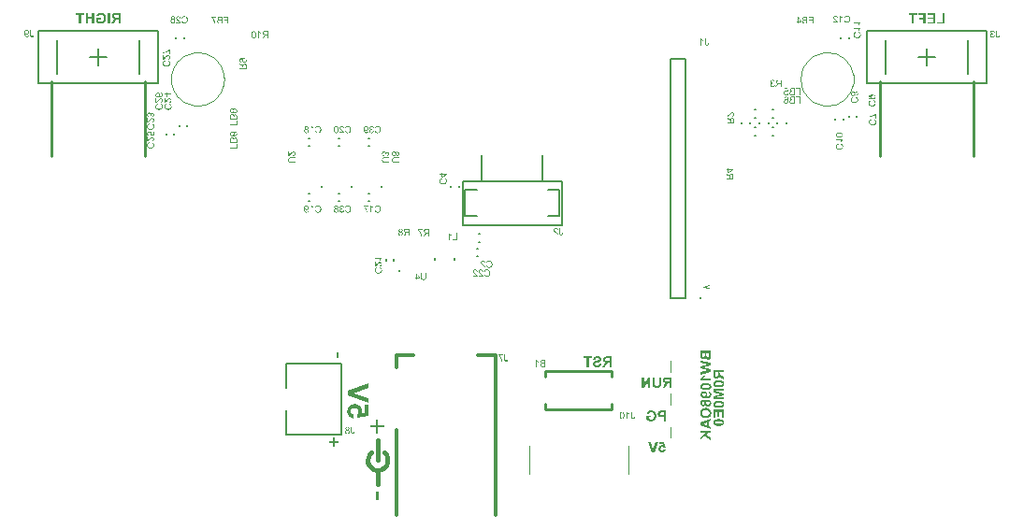
<source format=gbo>
G04*
G04 #@! TF.GenerationSoftware,Altium Limited,Altium Designer,20.0.13 (296)*
G04*
G04 Layer_Color=16777215*
%FSLAX44Y44*%
%MOMM*%
G71*
G01*
G75*
%ADD11C,0.2500*%
%ADD12C,0.2540*%
%ADD13C,0.2000*%
%ADD14C,0.1000*%
%ADD79C,0.1016*%
%ADD84C,0.4000*%
%ADD86C,0.2540*%
%ADD88C,0.3000*%
G36*
X391108Y50000D02*
X384354D01*
Y51623D01*
X389174D01*
Y59514D01*
X391108D01*
Y50000D01*
D02*
G37*
G36*
X382967D02*
X375673D01*
Y51623D01*
X381033D01*
Y54223D01*
X376213D01*
Y55845D01*
X381033D01*
Y57974D01*
X375853D01*
Y59597D01*
X382967D01*
Y50000D01*
D02*
G37*
G36*
X374022D02*
X372088D01*
Y54077D01*
X368080D01*
Y55700D01*
X372088D01*
Y57974D01*
X367442D01*
Y59597D01*
X374022D01*
Y50000D01*
D02*
G37*
G36*
X366520Y57974D02*
X363670D01*
Y50000D01*
X361735D01*
Y57974D01*
X358892D01*
Y59597D01*
X366520D01*
Y57974D01*
D02*
G37*
G36*
X-378606Y50166D02*
X-380540D01*
Y54362D01*
X-384340D01*
Y50166D01*
X-386275D01*
Y59763D01*
X-384340D01*
Y55984D01*
X-380540D01*
Y59763D01*
X-378606D01*
Y50166D01*
D02*
G37*
G36*
X-372351Y59916D02*
X-372108Y59902D01*
X-371873Y59881D01*
X-371658Y59847D01*
X-371457Y59812D01*
X-371269Y59770D01*
X-371089Y59729D01*
X-370930Y59687D01*
X-370791Y59639D01*
X-370666Y59597D01*
X-370555Y59555D01*
X-370465Y59521D01*
X-370396Y59486D01*
X-370340Y59465D01*
X-370312Y59451D01*
X-370299Y59444D01*
X-370077Y59320D01*
X-369876Y59188D01*
X-369682Y59049D01*
X-369501Y58903D01*
X-369335Y58751D01*
X-369189Y58605D01*
X-369050Y58460D01*
X-368926Y58314D01*
X-368822Y58182D01*
X-368725Y58057D01*
X-368641Y57947D01*
X-368579Y57849D01*
X-368530Y57766D01*
X-368489Y57704D01*
X-368468Y57669D01*
X-368461Y57655D01*
X-368350Y57434D01*
X-368253Y57205D01*
X-368170Y56976D01*
X-368101Y56747D01*
X-368038Y56525D01*
X-367990Y56303D01*
X-367948Y56088D01*
X-367913Y55887D01*
X-367892Y55700D01*
X-367872Y55527D01*
X-367858Y55374D01*
X-367844Y55242D01*
Y55138D01*
X-367837Y55097D01*
Y55062D01*
Y55034D01*
Y55006D01*
Y55000D01*
Y54993D01*
X-367844Y54736D01*
X-367865Y54486D01*
X-367892Y54244D01*
X-367927Y54008D01*
X-367969Y53786D01*
X-368017Y53578D01*
X-368066Y53377D01*
X-368121Y53197D01*
X-368170Y53030D01*
X-368218Y52878D01*
X-368267Y52753D01*
X-368308Y52642D01*
X-368350Y52552D01*
X-368378Y52489D01*
X-368392Y52448D01*
X-368399Y52434D01*
X-368510Y52219D01*
X-368634Y52018D01*
X-368759Y51831D01*
X-368898Y51657D01*
X-369037Y51498D01*
X-369175Y51345D01*
X-369314Y51213D01*
X-369446Y51096D01*
X-369577Y50985D01*
X-369695Y50894D01*
X-369799Y50811D01*
X-369896Y50749D01*
X-369973Y50700D01*
X-370028Y50659D01*
X-370063Y50638D01*
X-370077Y50631D01*
X-370292Y50520D01*
X-370514Y50423D01*
X-370736Y50340D01*
X-370964Y50264D01*
X-371186Y50208D01*
X-371401Y50153D01*
X-371609Y50111D01*
X-371810Y50076D01*
X-371997Y50055D01*
X-372171Y50035D01*
X-372323Y50021D01*
X-372455Y50007D01*
X-372559D01*
X-372601Y50000D01*
X-372705D01*
X-372927Y50007D01*
X-373149Y50021D01*
X-373363Y50042D01*
X-373572Y50069D01*
X-373773Y50104D01*
X-373967Y50139D01*
X-374147Y50180D01*
X-374320Y50222D01*
X-374473Y50264D01*
X-374612Y50305D01*
X-374737Y50340D01*
X-374841Y50374D01*
X-374931Y50402D01*
X-374993Y50423D01*
X-375028Y50437D01*
X-375042Y50444D01*
X-375250Y50527D01*
X-375451Y50617D01*
X-375638Y50707D01*
X-375804Y50797D01*
X-375964Y50888D01*
X-376110Y50971D01*
X-376241Y51054D01*
X-376359Y51130D01*
X-376463Y51207D01*
X-376553Y51276D01*
X-376637Y51331D01*
X-376699Y51387D01*
X-376747Y51428D01*
X-376782Y51456D01*
X-376803Y51477D01*
X-376810Y51484D01*
Y55312D01*
X-372635D01*
Y53689D01*
X-374854D01*
Y52469D01*
X-374681Y52344D01*
X-374501Y52233D01*
X-374327Y52136D01*
X-374161Y52052D01*
X-374085Y52018D01*
X-374015Y51983D01*
X-373953Y51955D01*
X-373904Y51935D01*
X-373863Y51914D01*
X-373828Y51907D01*
X-373807Y51893D01*
X-373800D01*
X-373572Y51817D01*
X-373350Y51754D01*
X-373149Y51713D01*
X-373051Y51699D01*
X-372961Y51685D01*
X-372878Y51678D01*
X-372809Y51671D01*
X-372739Y51664D01*
X-372684D01*
X-372642Y51657D01*
X-372580D01*
X-372358Y51664D01*
X-372143Y51692D01*
X-371942Y51734D01*
X-371755Y51789D01*
X-371575Y51858D01*
X-371408Y51928D01*
X-371263Y52004D01*
X-371124Y52087D01*
X-371006Y52164D01*
X-370895Y52240D01*
X-370805Y52316D01*
X-370728Y52378D01*
X-370666Y52434D01*
X-370625Y52476D01*
X-370597Y52503D01*
X-370590Y52510D01*
X-370458Y52677D01*
X-370340Y52864D01*
X-370236Y53065D01*
X-370153Y53273D01*
X-370077Y53481D01*
X-370021Y53696D01*
X-369966Y53904D01*
X-369931Y54112D01*
X-369896Y54306D01*
X-369876Y54486D01*
X-369855Y54646D01*
X-369848Y54791D01*
X-369841Y54854D01*
Y54909D01*
X-369834Y54951D01*
Y54993D01*
Y55027D01*
Y55048D01*
Y55062D01*
Y55069D01*
X-369841Y55353D01*
X-369869Y55624D01*
X-369903Y55873D01*
X-369952Y56109D01*
X-370007Y56324D01*
X-370070Y56518D01*
X-370139Y56698D01*
X-370209Y56858D01*
X-370278Y56997D01*
X-370347Y57115D01*
X-370410Y57218D01*
X-370465Y57302D01*
X-370514Y57371D01*
X-370548Y57420D01*
X-370576Y57447D01*
X-370583Y57454D01*
X-370728Y57600D01*
X-370888Y57725D01*
X-371048Y57829D01*
X-371214Y57926D01*
X-371380Y58002D01*
X-371554Y58064D01*
X-371713Y58120D01*
X-371873Y58162D01*
X-372025Y58196D01*
X-372157Y58224D01*
X-372282Y58238D01*
X-372393Y58252D01*
X-372476Y58259D01*
X-372545Y58266D01*
X-372601D01*
X-372753Y58259D01*
X-372899Y58245D01*
X-373045Y58224D01*
X-373169Y58203D01*
X-373294Y58169D01*
X-373412Y58134D01*
X-373516Y58099D01*
X-373613Y58057D01*
X-373696Y58016D01*
X-373773Y57981D01*
X-373842Y57947D01*
X-373898Y57912D01*
X-373939Y57891D01*
X-373967Y57870D01*
X-373988Y57856D01*
X-373995Y57849D01*
X-374099Y57773D01*
X-374189Y57683D01*
X-374272Y57593D01*
X-374355Y57503D01*
X-374425Y57413D01*
X-374487Y57316D01*
X-374542Y57225D01*
X-374591Y57142D01*
X-374632Y57059D01*
X-374667Y56983D01*
X-374702Y56913D01*
X-374723Y56858D01*
X-374743Y56809D01*
X-374757Y56768D01*
X-374764Y56747D01*
Y56740D01*
X-376685Y57101D01*
X-376623Y57343D01*
X-376546Y57565D01*
X-376456Y57780D01*
X-376359Y57981D01*
X-376255Y58162D01*
X-376144Y58335D01*
X-376040Y58488D01*
X-375929Y58626D01*
X-375825Y58751D01*
X-375721Y58862D01*
X-375631Y58952D01*
X-375548Y59028D01*
X-375485Y59091D01*
X-375430Y59132D01*
X-375402Y59160D01*
X-375388Y59167D01*
X-375194Y59299D01*
X-374979Y59417D01*
X-374757Y59521D01*
X-374529Y59604D01*
X-374300Y59680D01*
X-374064Y59736D01*
X-373835Y59791D01*
X-373620Y59826D01*
X-373412Y59860D01*
X-373218Y59881D01*
X-373045Y59902D01*
X-372892Y59909D01*
X-372830Y59916D01*
X-372774D01*
X-372719Y59923D01*
X-372601D01*
X-372351Y59916D01*
D02*
G37*
G36*
X-354773Y50166D02*
X-356708D01*
Y54174D01*
X-357214D01*
X-357332Y54167D01*
X-357436D01*
X-357526Y54160D01*
X-357616Y54147D01*
X-357699Y54140D01*
X-357769Y54133D01*
X-357831Y54119D01*
X-357886Y54112D01*
X-357935Y54098D01*
X-357977Y54091D01*
X-358011Y54084D01*
X-358032Y54077D01*
X-358053Y54070D01*
X-358067Y54063D01*
X-358185Y54015D01*
X-358289Y53952D01*
X-358386Y53890D01*
X-358476Y53821D01*
X-358545Y53758D01*
X-358601Y53710D01*
X-358635Y53675D01*
X-358649Y53661D01*
X-358705Y53599D01*
X-358774Y53516D01*
X-358850Y53425D01*
X-358927Y53321D01*
X-359010Y53204D01*
X-359093Y53086D01*
X-359266Y52850D01*
X-359350Y52732D01*
X-359426Y52621D01*
X-359495Y52524D01*
X-359557Y52434D01*
X-359606Y52358D01*
X-359641Y52302D01*
X-359669Y52267D01*
X-359675Y52254D01*
X-361069Y50166D01*
X-363392D01*
X-362220Y52039D01*
X-362095Y52240D01*
X-361971Y52427D01*
X-361860Y52593D01*
X-361756Y52753D01*
X-361659Y52892D01*
X-361568Y53023D01*
X-361485Y53134D01*
X-361409Y53231D01*
X-361340Y53321D01*
X-361284Y53398D01*
X-361236Y53460D01*
X-361194Y53509D01*
X-361159Y53543D01*
X-361138Y53571D01*
X-361125Y53585D01*
X-361118Y53592D01*
X-360958Y53751D01*
X-360785Y53904D01*
X-360611Y54043D01*
X-360445Y54167D01*
X-360369Y54216D01*
X-360299Y54264D01*
X-360237Y54306D01*
X-360182Y54341D01*
X-360140Y54369D01*
X-360105Y54389D01*
X-360084Y54396D01*
X-360078Y54403D01*
X-360306Y54445D01*
X-360521Y54493D01*
X-360723Y54549D01*
X-360910Y54618D01*
X-361083Y54688D01*
X-361236Y54764D01*
X-361374Y54833D01*
X-361506Y54909D01*
X-361617Y54986D01*
X-361714Y55055D01*
X-361790Y55117D01*
X-361860Y55173D01*
X-361908Y55222D01*
X-361950Y55256D01*
X-361971Y55277D01*
X-361978Y55284D01*
X-362089Y55423D01*
X-362186Y55561D01*
X-362276Y55714D01*
X-362345Y55859D01*
X-362407Y56012D01*
X-362463Y56158D01*
X-362505Y56303D01*
X-362539Y56442D01*
X-362560Y56574D01*
X-362581Y56691D01*
X-362595Y56803D01*
X-362609Y56893D01*
Y56969D01*
X-362616Y57024D01*
Y57059D01*
Y57073D01*
X-362609Y57232D01*
X-362595Y57378D01*
X-362574Y57524D01*
X-362553Y57662D01*
X-362519Y57794D01*
X-362484Y57919D01*
X-362442Y58037D01*
X-362407Y58141D01*
X-362366Y58238D01*
X-362324Y58328D01*
X-362290Y58397D01*
X-362262Y58460D01*
X-362234Y58508D01*
X-362213Y58550D01*
X-362200Y58571D01*
X-362192Y58578D01*
X-362109Y58696D01*
X-362026Y58806D01*
X-361936Y58910D01*
X-361846Y59001D01*
X-361749Y59084D01*
X-361659Y59160D01*
X-361568Y59229D01*
X-361478Y59292D01*
X-361395Y59340D01*
X-361319Y59382D01*
X-361250Y59424D01*
X-361194Y59451D01*
X-361146Y59472D01*
X-361104Y59486D01*
X-361083Y59500D01*
X-361076D01*
X-360938Y59548D01*
X-360778Y59590D01*
X-360611Y59625D01*
X-360438Y59652D01*
X-360064Y59701D01*
X-359883Y59715D01*
X-359703Y59729D01*
X-359530Y59743D01*
X-359370Y59749D01*
X-359225Y59756D01*
X-359093D01*
X-358989Y59763D01*
X-354773D01*
Y50166D01*
D02*
G37*
G36*
X-364384D02*
X-366318D01*
Y59763D01*
X-364384D01*
Y50166D01*
D02*
G37*
G36*
X-387599Y58141D02*
X-390449D01*
Y50166D01*
X-392384D01*
Y58141D01*
X-395227D01*
Y59763D01*
X-387599D01*
Y58141D01*
D02*
G37*
G36*
X179885Y-249961D02*
X179878Y-250106D01*
Y-250384D01*
X179872Y-250508D01*
Y-250626D01*
X179865Y-250841D01*
Y-251028D01*
X179858Y-251195D01*
X179851Y-251341D01*
X179844Y-251465D01*
Y-251562D01*
X179837Y-251646D01*
X179830Y-251708D01*
Y-251757D01*
X179823Y-251791D01*
Y-251812D01*
X179781Y-252089D01*
X179754Y-252221D01*
X179719Y-252346D01*
X179684Y-252457D01*
X179643Y-252568D01*
X179608Y-252665D01*
X179566Y-252755D01*
X179532Y-252838D01*
X179490Y-252908D01*
X179462Y-252970D01*
X179428Y-253019D01*
X179407Y-253060D01*
X179386Y-253095D01*
X179379Y-253109D01*
X179372Y-253116D01*
X179220Y-253303D01*
X179060Y-253469D01*
X178894Y-253608D01*
X178734Y-253733D01*
X178596Y-253823D01*
X178533Y-253865D01*
X178485Y-253892D01*
X178443Y-253913D01*
X178408Y-253934D01*
X178388Y-253948D01*
X178381D01*
X178263Y-254003D01*
X178145Y-254052D01*
X177916Y-254121D01*
X177701Y-254177D01*
X177604Y-254197D01*
X177507Y-254218D01*
X177424Y-254225D01*
X177341Y-254239D01*
X177278Y-254246D01*
X177216D01*
X177167Y-254253D01*
X177132D01*
X177112D01*
X177105D01*
X176952Y-254246D01*
X176807Y-254232D01*
X176661Y-254211D01*
X176529Y-254177D01*
X176397Y-254142D01*
X176280Y-254107D01*
X176169Y-254059D01*
X176065Y-254017D01*
X175975Y-253976D01*
X175891Y-253934D01*
X175822Y-253892D01*
X175766Y-253858D01*
X175718Y-253823D01*
X175683Y-253802D01*
X175662Y-253788D01*
X175655Y-253781D01*
X175544Y-253691D01*
X175441Y-253587D01*
X175343Y-253483D01*
X175260Y-253372D01*
X175184Y-253261D01*
X175108Y-253150D01*
X175045Y-253039D01*
X174990Y-252935D01*
X174941Y-252831D01*
X174900Y-252734D01*
X174865Y-252651D01*
X174837Y-252582D01*
X174816Y-252519D01*
X174803Y-252478D01*
X174789Y-252443D01*
Y-252436D01*
X174671Y-252658D01*
X174539Y-252852D01*
X174394Y-253019D01*
X174324Y-253088D01*
X174262Y-253157D01*
X174192Y-253213D01*
X174137Y-253268D01*
X174081Y-253310D01*
X174033Y-253351D01*
X173998Y-253379D01*
X173971Y-253400D01*
X173950Y-253407D01*
X173943Y-253414D01*
X173839Y-253476D01*
X173728Y-253539D01*
X173617Y-253587D01*
X173513Y-253629D01*
X173305Y-253691D01*
X173118Y-253733D01*
X173027Y-253754D01*
X172951Y-253761D01*
X172882Y-253768D01*
X172819Y-253774D01*
X172771Y-253781D01*
X172736D01*
X172715D01*
X172708D01*
X172591D01*
X172480Y-253768D01*
X172272Y-253733D01*
X172077Y-253684D01*
X171994Y-253664D01*
X171911Y-253636D01*
X171842Y-253608D01*
X171772Y-253580D01*
X171717Y-253553D01*
X171675Y-253532D01*
X171634Y-253511D01*
X171606Y-253497D01*
X171592Y-253490D01*
X171585Y-253483D01*
X171405Y-253365D01*
X171252Y-253247D01*
X171114Y-253123D01*
X170996Y-253005D01*
X170906Y-252901D01*
X170843Y-252824D01*
X170815Y-252790D01*
X170802Y-252769D01*
X170788Y-252755D01*
Y-252748D01*
X170684Y-252575D01*
X170593Y-252402D01*
X170524Y-252235D01*
X170469Y-252083D01*
X170448Y-252006D01*
X170434Y-251944D01*
X170420Y-251888D01*
X170406Y-251840D01*
X170399Y-251798D01*
X170392Y-251770D01*
X170385Y-251750D01*
Y-251743D01*
X170372Y-251632D01*
X170351Y-251514D01*
X170337Y-251382D01*
X170330Y-251243D01*
X170309Y-250966D01*
X170302Y-250689D01*
X170295Y-250557D01*
Y-250439D01*
X170288Y-250335D01*
Y-246216D01*
X179885D01*
Y-249961D01*
D02*
G37*
G36*
Y-257241D02*
Y-259349D01*
X172715Y-261250D01*
X179885Y-263156D01*
Y-265216D01*
X170288Y-267546D01*
Y-265590D01*
X176994Y-264120D01*
X170288Y-262442D01*
Y-260133D01*
X176883Y-258386D01*
X170288Y-256943D01*
Y-254960D01*
X179885Y-257241D01*
D02*
G37*
G36*
X191610Y-265715D02*
X187602D01*
Y-266221D01*
X187609Y-266339D01*
Y-266443D01*
X187616Y-266533D01*
X187629Y-266623D01*
X187636Y-266707D01*
X187643Y-266776D01*
X187657Y-266838D01*
X187664Y-266894D01*
X187678Y-266943D01*
X187685Y-266984D01*
X187692Y-267019D01*
X187699Y-267040D01*
X187706Y-267060D01*
X187713Y-267074D01*
X187761Y-267192D01*
X187824Y-267296D01*
X187886Y-267393D01*
X187955Y-267483D01*
X188018Y-267553D01*
X188066Y-267608D01*
X188101Y-267643D01*
X188115Y-267657D01*
X188177Y-267712D01*
X188260Y-267782D01*
X188351Y-267858D01*
X188455Y-267934D01*
X188573Y-268017D01*
X188690Y-268100D01*
X188926Y-268274D01*
X189044Y-268357D01*
X189155Y-268433D01*
X189252Y-268503D01*
X189342Y-268565D01*
X189419Y-268614D01*
X189474Y-268648D01*
X189509Y-268676D01*
X189522Y-268683D01*
X191610Y-270077D01*
Y-272400D01*
X189737Y-271228D01*
X189536Y-271103D01*
X189349Y-270978D01*
X189183Y-270867D01*
X189023Y-270763D01*
X188885Y-270666D01*
X188753Y-270576D01*
X188642Y-270493D01*
X188545Y-270417D01*
X188455Y-270347D01*
X188378Y-270292D01*
X188316Y-270243D01*
X188267Y-270202D01*
X188233Y-270167D01*
X188205Y-270146D01*
X188191Y-270132D01*
X188184Y-270125D01*
X188025Y-269966D01*
X187872Y-269792D01*
X187733Y-269619D01*
X187609Y-269453D01*
X187560Y-269376D01*
X187512Y-269307D01*
X187470Y-269245D01*
X187435Y-269189D01*
X187408Y-269148D01*
X187387Y-269113D01*
X187380Y-269092D01*
X187373Y-269085D01*
X187331Y-269314D01*
X187283Y-269529D01*
X187227Y-269730D01*
X187158Y-269917D01*
X187089Y-270091D01*
X187012Y-270243D01*
X186943Y-270382D01*
X186867Y-270514D01*
X186790Y-270625D01*
X186721Y-270722D01*
X186659Y-270798D01*
X186603Y-270867D01*
X186555Y-270916D01*
X186520Y-270957D01*
X186499Y-270978D01*
X186492Y-270985D01*
X186354Y-271096D01*
X186215Y-271193D01*
X186062Y-271283D01*
X185917Y-271353D01*
X185764Y-271415D01*
X185618Y-271471D01*
X185473Y-271512D01*
X185334Y-271547D01*
X185203Y-271568D01*
X185085Y-271588D01*
X184974Y-271602D01*
X184883Y-271616D01*
X184807D01*
X184752Y-271623D01*
X184717D01*
X184703D01*
X184544Y-271616D01*
X184398Y-271602D01*
X184252Y-271581D01*
X184114Y-271561D01*
X183982Y-271526D01*
X183857Y-271491D01*
X183739Y-271450D01*
X183635Y-271415D01*
X183538Y-271373D01*
X183448Y-271332D01*
X183379Y-271297D01*
X183316Y-271269D01*
X183268Y-271242D01*
X183226Y-271221D01*
X183205Y-271207D01*
X183199Y-271200D01*
X183081Y-271117D01*
X182970Y-271034D01*
X182866Y-270944D01*
X182775Y-270853D01*
X182692Y-270756D01*
X182616Y-270666D01*
X182547Y-270576D01*
X182484Y-270486D01*
X182436Y-270403D01*
X182394Y-270326D01*
X182353Y-270257D01*
X182325Y-270202D01*
X182304Y-270153D01*
X182290Y-270111D01*
X182276Y-270091D01*
Y-270084D01*
X182228Y-269945D01*
X182186Y-269785D01*
X182151Y-269619D01*
X182124Y-269446D01*
X182075Y-269071D01*
X182061Y-268891D01*
X182047Y-268711D01*
X182034Y-268537D01*
X182027Y-268378D01*
X182020Y-268232D01*
Y-268100D01*
X182013Y-267997D01*
Y-263780D01*
X191610D01*
Y-265715D01*
D02*
G37*
G36*
X174262Y-268870D02*
X174165Y-269113D01*
X174054Y-269349D01*
X173943Y-269571D01*
X173832Y-269779D01*
X173714Y-269973D01*
X173596Y-270153D01*
X173485Y-270319D01*
X173381Y-270472D01*
X173277Y-270604D01*
X173187Y-270722D01*
X173111Y-270819D01*
X173048Y-270895D01*
X173000Y-270951D01*
X172972Y-270985D01*
X172958Y-270999D01*
X179885D01*
Y-272837D01*
X170254D01*
Y-271339D01*
X170413Y-271276D01*
X170573Y-271200D01*
X170725Y-271117D01*
X170864Y-271027D01*
X171003Y-270930D01*
X171127Y-270833D01*
X171245Y-270735D01*
X171356Y-270645D01*
X171453Y-270548D01*
X171537Y-270465D01*
X171613Y-270389D01*
X171675Y-270319D01*
X171724Y-270264D01*
X171765Y-270215D01*
X171786Y-270188D01*
X171793Y-270181D01*
X171911Y-270021D01*
X172022Y-269869D01*
X172119Y-269723D01*
X172209Y-269578D01*
X172292Y-269446D01*
X172362Y-269314D01*
X172424Y-269196D01*
X172486Y-269085D01*
X172535Y-268981D01*
X172577Y-268891D01*
X172604Y-268815D01*
X172632Y-268745D01*
X172653Y-268690D01*
X172667Y-268655D01*
X172681Y-268627D01*
Y-268621D01*
X174352D01*
X174262Y-268870D01*
D02*
G37*
G36*
X187366Y-273045D02*
X187602Y-273058D01*
X187824Y-273072D01*
X188039Y-273093D01*
X188247Y-273114D01*
X188441Y-273142D01*
X188628Y-273169D01*
X188808Y-273204D01*
X188982Y-273239D01*
X189141Y-273273D01*
X189294Y-273308D01*
X189439Y-273343D01*
X189571Y-273384D01*
X189703Y-273426D01*
X189821Y-273468D01*
X189932Y-273502D01*
X190036Y-273544D01*
X190126Y-273585D01*
X190216Y-273620D01*
X190292Y-273655D01*
X190368Y-273696D01*
X190431Y-273724D01*
X190493Y-273759D01*
X190542Y-273787D01*
X190583Y-273814D01*
X190618Y-273835D01*
X190653Y-273856D01*
X190687Y-273884D01*
X190701Y-273891D01*
X190889Y-274057D01*
X191055Y-274237D01*
X191201Y-274418D01*
X191325Y-274605D01*
X191429Y-274799D01*
X191513Y-274986D01*
X191582Y-275166D01*
X191644Y-275347D01*
X191686Y-275506D01*
X191721Y-275666D01*
X191741Y-275798D01*
X191762Y-275922D01*
X191769Y-276019D01*
X191776Y-276089D01*
Y-276151D01*
X191762Y-276408D01*
X191735Y-276643D01*
X191686Y-276872D01*
X191623Y-277080D01*
X191547Y-277274D01*
X191464Y-277455D01*
X191381Y-277614D01*
X191284Y-277760D01*
X191194Y-277892D01*
X191110Y-278009D01*
X191027Y-278107D01*
X190951Y-278183D01*
X190889Y-278245D01*
X190840Y-278294D01*
X190812Y-278321D01*
X190798Y-278328D01*
X190681Y-278412D01*
X190556Y-278495D01*
X190424Y-278571D01*
X190285Y-278640D01*
X189994Y-278765D01*
X189682Y-278876D01*
X189363Y-278966D01*
X189037Y-279043D01*
X188711Y-279105D01*
X188392Y-279154D01*
X188087Y-279195D01*
X187803Y-279223D01*
X187671Y-279237D01*
X187546Y-279244D01*
X187435Y-279251D01*
X187324Y-279258D01*
X187227Y-279265D01*
X187137D01*
X187061Y-279272D01*
X186998D01*
X186950D01*
X186908D01*
X186887D01*
X186881D01*
X186631D01*
X186388Y-279265D01*
X186152Y-279251D01*
X185931Y-279230D01*
X185716Y-279209D01*
X185508Y-279181D01*
X185313Y-279154D01*
X185119Y-279126D01*
X184939Y-279091D01*
X184766Y-279050D01*
X184606Y-279015D01*
X184447Y-278973D01*
X184301Y-278932D01*
X184162Y-278890D01*
X184031Y-278842D01*
X183906Y-278800D01*
X183788Y-278758D01*
X183684Y-278710D01*
X183587Y-278668D01*
X183490Y-278627D01*
X183407Y-278585D01*
X183330Y-278550D01*
X183261Y-278509D01*
X183205Y-278474D01*
X183150Y-278446D01*
X183101Y-278419D01*
X183067Y-278391D01*
X183032Y-278370D01*
X183004Y-278349D01*
X182990Y-278342D01*
X182977Y-278328D01*
X182803Y-278176D01*
X182644Y-278009D01*
X182512Y-277836D01*
X182401Y-277656D01*
X182304Y-277475D01*
X182221Y-277295D01*
X182158Y-277115D01*
X182103Y-276949D01*
X182061Y-276782D01*
X182034Y-276637D01*
X182006Y-276498D01*
X181992Y-276380D01*
X181985Y-276283D01*
X181978Y-276213D01*
Y-276151D01*
X181992Y-275895D01*
X182020Y-275659D01*
X182068Y-275430D01*
X182131Y-275222D01*
X182207Y-275028D01*
X182290Y-274848D01*
X182380Y-274688D01*
X182470Y-274542D01*
X182561Y-274411D01*
X182651Y-274293D01*
X182734Y-274196D01*
X182810Y-274119D01*
X182873Y-274057D01*
X182921Y-274008D01*
X182949Y-273981D01*
X182963Y-273974D01*
X183081Y-273891D01*
X183205Y-273807D01*
X183337Y-273738D01*
X183476Y-273662D01*
X183767Y-273537D01*
X184072Y-273433D01*
X184398Y-273343D01*
X184724Y-273267D01*
X185043Y-273204D01*
X185362Y-273155D01*
X185667Y-273114D01*
X185944Y-273086D01*
X186076Y-273079D01*
X186201Y-273065D01*
X186319Y-273058D01*
X186423Y-273051D01*
X186520Y-273045D01*
X186610D01*
X186686D01*
X186749Y-273038D01*
X186797D01*
X186839D01*
X186860D01*
X186867D01*
X187123D01*
X187366Y-273045D01*
D02*
G37*
G36*
X175642Y-275583D02*
X175877Y-275596D01*
X176099Y-275610D01*
X176314Y-275631D01*
X176522Y-275652D01*
X176716Y-275680D01*
X176904Y-275707D01*
X177084Y-275742D01*
X177257Y-275777D01*
X177417Y-275811D01*
X177569Y-275846D01*
X177715Y-275881D01*
X177847Y-275922D01*
X177978Y-275964D01*
X178096Y-276005D01*
X178207Y-276040D01*
X178311Y-276082D01*
X178401Y-276123D01*
X178492Y-276158D01*
X178568Y-276193D01*
X178644Y-276234D01*
X178706Y-276262D01*
X178769Y-276297D01*
X178818Y-276325D01*
X178859Y-276352D01*
X178894Y-276373D01*
X178928Y-276394D01*
X178963Y-276422D01*
X178977Y-276429D01*
X179164Y-276595D01*
X179331Y-276775D01*
X179476Y-276956D01*
X179601Y-277143D01*
X179705Y-277337D01*
X179788Y-277524D01*
X179858Y-277704D01*
X179920Y-277885D01*
X179962Y-278044D01*
X179996Y-278204D01*
X180017Y-278335D01*
X180038Y-278460D01*
X180045Y-278557D01*
X180052Y-278627D01*
Y-278689D01*
X180038Y-278946D01*
X180010Y-279181D01*
X179962Y-279410D01*
X179899Y-279618D01*
X179823Y-279812D01*
X179740Y-279993D01*
X179657Y-280152D01*
X179559Y-280298D01*
X179469Y-280429D01*
X179386Y-280547D01*
X179303Y-280644D01*
X179227Y-280721D01*
X179164Y-280783D01*
X179116Y-280832D01*
X179088Y-280859D01*
X179074Y-280866D01*
X178956Y-280950D01*
X178831Y-281033D01*
X178700Y-281109D01*
X178561Y-281178D01*
X178270Y-281303D01*
X177958Y-281414D01*
X177639Y-281504D01*
X177313Y-281581D01*
X176987Y-281643D01*
X176668Y-281691D01*
X176363Y-281733D01*
X176078Y-281761D01*
X175947Y-281775D01*
X175822Y-281782D01*
X175711Y-281789D01*
X175600Y-281796D01*
X175503Y-281803D01*
X175413D01*
X175336Y-281809D01*
X175274D01*
X175226D01*
X175184D01*
X175163D01*
X175156D01*
X174907D01*
X174664Y-281803D01*
X174428Y-281789D01*
X174206Y-281768D01*
X173991Y-281747D01*
X173783Y-281719D01*
X173589Y-281691D01*
X173395Y-281664D01*
X173215Y-281629D01*
X173041Y-281588D01*
X172882Y-281553D01*
X172722Y-281511D01*
X172577Y-281470D01*
X172438Y-281428D01*
X172306Y-281380D01*
X172181Y-281338D01*
X172064Y-281296D01*
X171959Y-281248D01*
X171863Y-281206D01*
X171765Y-281164D01*
X171682Y-281123D01*
X171606Y-281088D01*
X171537Y-281047D01*
X171481Y-281012D01*
X171426Y-280984D01*
X171377Y-280956D01*
X171342Y-280929D01*
X171308Y-280908D01*
X171280Y-280887D01*
X171266Y-280880D01*
X171252Y-280866D01*
X171079Y-280714D01*
X170919Y-280547D01*
X170788Y-280374D01*
X170677Y-280194D01*
X170580Y-280014D01*
X170496Y-279833D01*
X170434Y-279653D01*
X170379Y-279487D01*
X170337Y-279320D01*
X170309Y-279174D01*
X170282Y-279036D01*
X170268Y-278918D01*
X170261Y-278821D01*
X170254Y-278751D01*
Y-278689D01*
X170268Y-278433D01*
X170295Y-278197D01*
X170344Y-277968D01*
X170406Y-277760D01*
X170483Y-277566D01*
X170566Y-277385D01*
X170656Y-277226D01*
X170746Y-277080D01*
X170836Y-276949D01*
X170926Y-276831D01*
X171010Y-276734D01*
X171086Y-276657D01*
X171148Y-276595D01*
X171197Y-276546D01*
X171224Y-276519D01*
X171238Y-276512D01*
X171356Y-276429D01*
X171481Y-276345D01*
X171613Y-276276D01*
X171751Y-276200D01*
X172043Y-276075D01*
X172348Y-275971D01*
X172674Y-275881D01*
X173000Y-275804D01*
X173319Y-275742D01*
X173638Y-275693D01*
X173943Y-275652D01*
X174220Y-275624D01*
X174352Y-275617D01*
X174477Y-275603D01*
X174594Y-275596D01*
X174699Y-275589D01*
X174796Y-275583D01*
X174886D01*
X174962D01*
X175025Y-275576D01*
X175073D01*
X175115D01*
X175135D01*
X175142D01*
X175399D01*
X175642Y-275583D01*
D02*
G37*
G36*
X173755Y-282898D02*
X173998Y-282926D01*
X174227Y-282967D01*
X174442Y-283016D01*
X174650Y-283078D01*
X174837Y-283148D01*
X175004Y-283224D01*
X175163Y-283300D01*
X175302Y-283377D01*
X175420Y-283453D01*
X175531Y-283522D01*
X175614Y-283585D01*
X175683Y-283633D01*
X175732Y-283675D01*
X175766Y-283703D01*
X175773Y-283709D01*
X175926Y-283869D01*
X176058Y-284028D01*
X176175Y-284195D01*
X176273Y-284361D01*
X176356Y-284528D01*
X176425Y-284694D01*
X176488Y-284847D01*
X176529Y-284999D01*
X176571Y-285138D01*
X176592Y-285263D01*
X176612Y-285380D01*
X176626Y-285478D01*
X176633Y-285554D01*
X176640Y-285616D01*
Y-285665D01*
X176633Y-285859D01*
X176605Y-286039D01*
X176564Y-286213D01*
X176515Y-286372D01*
X176453Y-286525D01*
X176384Y-286670D01*
X176314Y-286802D01*
X176238Y-286920D01*
X176162Y-287031D01*
X176092Y-287121D01*
X176023Y-287204D01*
X175961Y-287274D01*
X175912Y-287329D01*
X175870Y-287364D01*
X175843Y-287391D01*
X175836Y-287398D01*
X176134Y-287378D01*
X176404Y-287343D01*
X176647Y-287308D01*
X176869Y-287274D01*
X177070Y-287232D01*
X177250Y-287190D01*
X177410Y-287142D01*
X177542Y-287100D01*
X177659Y-287059D01*
X177757Y-287017D01*
X177840Y-286982D01*
X177902Y-286948D01*
X177951Y-286920D01*
X177985Y-286906D01*
X178006Y-286892D01*
X178013Y-286885D01*
X178103Y-286809D01*
X178186Y-286733D01*
X178256Y-286649D01*
X178311Y-286566D01*
X178367Y-286490D01*
X178408Y-286407D01*
X178443Y-286331D01*
X178471Y-286254D01*
X178505Y-286122D01*
X178519Y-286067D01*
X178526Y-286019D01*
Y-285977D01*
X178533Y-285949D01*
Y-285921D01*
X178519Y-285762D01*
X178492Y-285616D01*
X178450Y-285485D01*
X178401Y-285380D01*
X178360Y-285297D01*
X178318Y-285235D01*
X178291Y-285200D01*
X178277Y-285186D01*
X178166Y-285096D01*
X178041Y-285020D01*
X177902Y-284965D01*
X177770Y-284916D01*
X177652Y-284888D01*
X177597Y-284874D01*
X177555Y-284867D01*
X177521Y-284860D01*
X177486Y-284853D01*
X177472D01*
X177465D01*
X177666Y-283071D01*
X177881Y-283113D01*
X178082Y-283169D01*
X178277Y-283224D01*
X178450Y-283293D01*
X178609Y-283363D01*
X178762Y-283439D01*
X178894Y-283515D01*
X179012Y-283591D01*
X179116Y-283661D01*
X179206Y-283730D01*
X179289Y-283793D01*
X179351Y-283848D01*
X179400Y-283897D01*
X179435Y-283931D01*
X179455Y-283952D01*
X179462Y-283959D01*
X179566Y-284091D01*
X179657Y-284236D01*
X179740Y-284382D01*
X179809Y-284535D01*
X179865Y-284687D01*
X179913Y-284840D01*
X179955Y-284985D01*
X179982Y-285131D01*
X180010Y-285263D01*
X180024Y-285387D01*
X180038Y-285492D01*
X180052Y-285589D01*
Y-285665D01*
X180059Y-285727D01*
Y-285776D01*
X180045Y-286060D01*
X180010Y-286338D01*
X179948Y-286594D01*
X179878Y-286837D01*
X179788Y-287059D01*
X179691Y-287267D01*
X179587Y-287461D01*
X179476Y-287634D01*
X179365Y-287794D01*
X179261Y-287932D01*
X179164Y-288043D01*
X179074Y-288140D01*
X178998Y-288224D01*
X178942Y-288279D01*
X178908Y-288307D01*
X178894Y-288321D01*
X178783Y-288411D01*
X178658Y-288494D01*
X178533Y-288570D01*
X178395Y-288647D01*
X178110Y-288771D01*
X177812Y-288889D01*
X177500Y-288979D01*
X177181Y-289063D01*
X176869Y-289125D01*
X176557Y-289174D01*
X176266Y-289215D01*
X175995Y-289250D01*
X175863Y-289257D01*
X175746Y-289271D01*
X175635Y-289278D01*
X175531Y-289284D01*
X175434Y-289291D01*
X175350D01*
X175274D01*
X175219Y-289298D01*
X175163D01*
X175128D01*
X175108D01*
X175101D01*
X174865D01*
X174629Y-289291D01*
X174414Y-289278D01*
X174199Y-289257D01*
X173991Y-289236D01*
X173797Y-289215D01*
X173610Y-289181D01*
X173430Y-289153D01*
X173256Y-289118D01*
X173090Y-289083D01*
X172937Y-289042D01*
X172785Y-289000D01*
X172646Y-288959D01*
X172514Y-288917D01*
X172390Y-288875D01*
X172272Y-288834D01*
X172161Y-288785D01*
X172064Y-288744D01*
X171966Y-288702D01*
X171876Y-288660D01*
X171800Y-288619D01*
X171724Y-288577D01*
X171661Y-288542D01*
X171599Y-288508D01*
X171550Y-288480D01*
X171502Y-288445D01*
X171467Y-288425D01*
X171439Y-288404D01*
X171398Y-288376D01*
X171384Y-288362D01*
X171183Y-288182D01*
X171010Y-287988D01*
X170857Y-287794D01*
X170732Y-287593D01*
X170621Y-287391D01*
X170531Y-287190D01*
X170455Y-286996D01*
X170392Y-286809D01*
X170351Y-286636D01*
X170316Y-286476D01*
X170288Y-286331D01*
X170275Y-286206D01*
X170261Y-286102D01*
Y-286060D01*
X170254Y-286025D01*
Y-285963D01*
X170261Y-285720D01*
X170295Y-285485D01*
X170337Y-285263D01*
X170392Y-285055D01*
X170462Y-284860D01*
X170538Y-284680D01*
X170614Y-284514D01*
X170697Y-284361D01*
X170781Y-284223D01*
X170864Y-284105D01*
X170940Y-284001D01*
X171010Y-283917D01*
X171065Y-283848D01*
X171107Y-283799D01*
X171141Y-283765D01*
X171148Y-283758D01*
X171322Y-283605D01*
X171509Y-283474D01*
X171696Y-283356D01*
X171890Y-283259D01*
X172091Y-283176D01*
X172285Y-283106D01*
X172473Y-283044D01*
X172660Y-283002D01*
X172833Y-282960D01*
X172993Y-282940D01*
X173131Y-282919D01*
X173256Y-282905D01*
X173360Y-282898D01*
X173402D01*
X173437Y-282891D01*
X173464D01*
X173485D01*
X173492D01*
X173499D01*
X173755Y-282898D01*
D02*
G37*
G36*
X191610Y-282676D02*
X184058D01*
X191610Y-284569D01*
Y-286434D01*
X184058Y-288335D01*
X191610Y-288341D01*
Y-290137D01*
X182013D01*
Y-287225D01*
X188566Y-285512D01*
X182013Y-283779D01*
Y-280880D01*
X191610D01*
Y-282676D01*
D02*
G37*
G36*
X177410Y-290477D02*
X177652Y-290505D01*
X177881Y-290560D01*
X178096Y-290623D01*
X178291Y-290699D01*
X178471Y-290789D01*
X178637Y-290879D01*
X178790Y-290976D01*
X178922Y-291073D01*
X179039Y-291164D01*
X179143Y-291254D01*
X179227Y-291330D01*
X179289Y-291392D01*
X179338Y-291448D01*
X179365Y-291476D01*
X179372Y-291490D01*
X179490Y-291656D01*
X179601Y-291829D01*
X179691Y-292010D01*
X179767Y-292197D01*
X179837Y-292377D01*
X179892Y-292557D01*
X179934Y-292738D01*
X179975Y-292904D01*
X180003Y-293064D01*
X180024Y-293209D01*
X180038Y-293334D01*
X180045Y-293452D01*
X180052Y-293542D01*
X180059Y-293611D01*
Y-293667D01*
X180052Y-293923D01*
X180024Y-294166D01*
X179982Y-294395D01*
X179927Y-294610D01*
X179865Y-294811D01*
X179795Y-294998D01*
X179726Y-295172D01*
X179643Y-295324D01*
X179566Y-295456D01*
X179497Y-295581D01*
X179428Y-295685D01*
X179365Y-295768D01*
X179310Y-295830D01*
X179268Y-295879D01*
X179240Y-295914D01*
X179233Y-295921D01*
X179074Y-296073D01*
X178901Y-296205D01*
X178727Y-296316D01*
X178547Y-296413D01*
X178360Y-296496D01*
X178186Y-296565D01*
X178006Y-296621D01*
X177840Y-296669D01*
X177680Y-296704D01*
X177535Y-296732D01*
X177403Y-296746D01*
X177292Y-296760D01*
X177195Y-296766D01*
X177125Y-296773D01*
X177105D01*
X177084D01*
X177077D01*
X177070D01*
X176924Y-296766D01*
X176779Y-296753D01*
X176640Y-296732D01*
X176508Y-296711D01*
X176384Y-296676D01*
X176266Y-296642D01*
X176162Y-296607D01*
X176058Y-296565D01*
X175968Y-296524D01*
X175891Y-296489D01*
X175822Y-296454D01*
X175766Y-296420D01*
X175718Y-296399D01*
X175683Y-296378D01*
X175662Y-296364D01*
X175655Y-296357D01*
X175544Y-296274D01*
X175441Y-296184D01*
X175336Y-296094D01*
X175246Y-295990D01*
X175163Y-295893D01*
X175087Y-295789D01*
X175018Y-295692D01*
X174955Y-295595D01*
X174900Y-295504D01*
X174851Y-295421D01*
X174809Y-295345D01*
X174775Y-295276D01*
X174747Y-295220D01*
X174726Y-295179D01*
X174719Y-295151D01*
X174712Y-295144D01*
X174601Y-295366D01*
X174477Y-295560D01*
X174407Y-295643D01*
X174345Y-295726D01*
X174276Y-295796D01*
X174213Y-295865D01*
X174158Y-295921D01*
X174102Y-295969D01*
X174054Y-296018D01*
X174005Y-296052D01*
X173971Y-296080D01*
X173943Y-296101D01*
X173929Y-296108D01*
X173922Y-296115D01*
X173825Y-296177D01*
X173721Y-296233D01*
X173617Y-296281D01*
X173513Y-296323D01*
X173319Y-296385D01*
X173131Y-296427D01*
X173048Y-296441D01*
X172972Y-296448D01*
X172903Y-296454D01*
X172840Y-296461D01*
X172792Y-296468D01*
X172757D01*
X172736D01*
X172729D01*
X172535Y-296461D01*
X172348Y-296434D01*
X172168Y-296399D01*
X172001Y-296350D01*
X171849Y-296295D01*
X171703Y-296226D01*
X171564Y-296156D01*
X171446Y-296087D01*
X171336Y-296018D01*
X171238Y-295948D01*
X171155Y-295886D01*
X171086Y-295823D01*
X171030Y-295775D01*
X170996Y-295740D01*
X170968Y-295713D01*
X170961Y-295706D01*
X170836Y-295560D01*
X170725Y-295401D01*
X170635Y-295227D01*
X170552Y-295054D01*
X170483Y-294880D01*
X170427Y-294700D01*
X170379Y-294527D01*
X170344Y-294360D01*
X170316Y-294201D01*
X170288Y-294055D01*
X170275Y-293923D01*
X170268Y-293813D01*
X170261Y-293715D01*
X170254Y-293646D01*
Y-293584D01*
X170261Y-293334D01*
X170282Y-293098D01*
X170316Y-292876D01*
X170365Y-292668D01*
X170420Y-292481D01*
X170476Y-292301D01*
X170538Y-292148D01*
X170607Y-292003D01*
X170670Y-291878D01*
X170739Y-291767D01*
X170795Y-291670D01*
X170850Y-291594D01*
X170899Y-291531D01*
X170933Y-291490D01*
X170954Y-291462D01*
X170961Y-291455D01*
X171093Y-291323D01*
X171238Y-291205D01*
X171384Y-291108D01*
X171530Y-291025D01*
X171682Y-290949D01*
X171828Y-290886D01*
X171973Y-290838D01*
X172105Y-290803D01*
X172237Y-290768D01*
X172355Y-290748D01*
X172459Y-290727D01*
X172549Y-290720D01*
X172625Y-290713D01*
X172681Y-290706D01*
X172715D01*
X172729D01*
X172847Y-290713D01*
X172958Y-290720D01*
X173173Y-290755D01*
X173374Y-290810D01*
X173464Y-290838D01*
X173547Y-290865D01*
X173617Y-290893D01*
X173686Y-290921D01*
X173749Y-290949D01*
X173797Y-290976D01*
X173832Y-290997D01*
X173867Y-291011D01*
X173880Y-291025D01*
X173887D01*
X173984Y-291087D01*
X174074Y-291164D01*
X174241Y-291323D01*
X174380Y-291497D01*
X174498Y-291663D01*
X174546Y-291746D01*
X174588Y-291815D01*
X174629Y-291885D01*
X174657Y-291940D01*
X174678Y-291989D01*
X174699Y-292030D01*
X174706Y-292051D01*
X174712Y-292058D01*
X174782Y-291906D01*
X174858Y-291767D01*
X174934Y-291642D01*
X175018Y-291517D01*
X175101Y-291413D01*
X175184Y-291309D01*
X175267Y-291219D01*
X175350Y-291143D01*
X175420Y-291073D01*
X175496Y-291011D01*
X175558Y-290963D01*
X175607Y-290921D01*
X175655Y-290886D01*
X175690Y-290865D01*
X175711Y-290852D01*
X175718Y-290845D01*
X175843Y-290775D01*
X175968Y-290720D01*
X176092Y-290671D01*
X176217Y-290623D01*
X176460Y-290553D01*
X176571Y-290533D01*
X176682Y-290512D01*
X176779Y-290498D01*
X176869Y-290484D01*
X176952Y-290477D01*
X177022Y-290470D01*
X177077Y-290463D01*
X177119D01*
X177146D01*
X177153D01*
X177410Y-290477D01*
D02*
G37*
G36*
X187366Y-291663D02*
X187602Y-291677D01*
X187824Y-291691D01*
X188039Y-291712D01*
X188247Y-291732D01*
X188441Y-291760D01*
X188628Y-291788D01*
X188808Y-291822D01*
X188982Y-291857D01*
X189141Y-291892D01*
X189294Y-291926D01*
X189439Y-291961D01*
X189571Y-292003D01*
X189703Y-292044D01*
X189821Y-292086D01*
X189932Y-292121D01*
X190036Y-292162D01*
X190126Y-292204D01*
X190216Y-292239D01*
X190292Y-292273D01*
X190368Y-292315D01*
X190431Y-292342D01*
X190493Y-292377D01*
X190542Y-292405D01*
X190583Y-292433D01*
X190618Y-292453D01*
X190653Y-292474D01*
X190687Y-292502D01*
X190701Y-292509D01*
X190889Y-292675D01*
X191055Y-292856D01*
X191201Y-293036D01*
X191325Y-293223D01*
X191429Y-293417D01*
X191513Y-293605D01*
X191582Y-293785D01*
X191644Y-293965D01*
X191686Y-294125D01*
X191721Y-294284D01*
X191741Y-294416D01*
X191762Y-294541D01*
X191769Y-294638D01*
X191776Y-294707D01*
Y-294769D01*
X191762Y-295026D01*
X191735Y-295262D01*
X191686Y-295491D01*
X191623Y-295699D01*
X191547Y-295893D01*
X191464Y-296073D01*
X191381Y-296233D01*
X191284Y-296378D01*
X191194Y-296510D01*
X191110Y-296628D01*
X191027Y-296725D01*
X190951Y-296801D01*
X190889Y-296864D01*
X190840Y-296912D01*
X190812Y-296940D01*
X190798Y-296947D01*
X190681Y-297030D01*
X190556Y-297113D01*
X190424Y-297190D01*
X190285Y-297259D01*
X189994Y-297384D01*
X189682Y-297495D01*
X189363Y-297585D01*
X189037Y-297661D01*
X188711Y-297723D01*
X188392Y-297772D01*
X188087Y-297814D01*
X187803Y-297841D01*
X187671Y-297855D01*
X187546Y-297862D01*
X187435Y-297869D01*
X187324Y-297876D01*
X187227Y-297883D01*
X187137D01*
X187061Y-297890D01*
X186998D01*
X186950D01*
X186908D01*
X186887D01*
X186881D01*
X186631D01*
X186388Y-297883D01*
X186152Y-297869D01*
X185931Y-297848D01*
X185716Y-297827D01*
X185508Y-297800D01*
X185313Y-297772D01*
X185119Y-297744D01*
X184939Y-297710D01*
X184766Y-297668D01*
X184606Y-297633D01*
X184447Y-297592D01*
X184301Y-297550D01*
X184162Y-297508D01*
X184031Y-297460D01*
X183906Y-297418D01*
X183788Y-297377D01*
X183684Y-297328D01*
X183587Y-297287D01*
X183490Y-297245D01*
X183407Y-297203D01*
X183330Y-297169D01*
X183261Y-297127D01*
X183205Y-297092D01*
X183150Y-297065D01*
X183101Y-297037D01*
X183067Y-297009D01*
X183032Y-296988D01*
X183004Y-296968D01*
X182990Y-296961D01*
X182977Y-296947D01*
X182803Y-296794D01*
X182644Y-296628D01*
X182512Y-296454D01*
X182401Y-296274D01*
X182304Y-296094D01*
X182221Y-295914D01*
X182158Y-295733D01*
X182103Y-295567D01*
X182061Y-295401D01*
X182034Y-295255D01*
X182006Y-295116D01*
X181992Y-294998D01*
X181985Y-294901D01*
X181978Y-294832D01*
Y-294769D01*
X181992Y-294513D01*
X182020Y-294277D01*
X182068Y-294048D01*
X182131Y-293840D01*
X182207Y-293646D01*
X182290Y-293466D01*
X182380Y-293306D01*
X182470Y-293161D01*
X182561Y-293029D01*
X182651Y-292911D01*
X182734Y-292814D01*
X182810Y-292738D01*
X182873Y-292675D01*
X182921Y-292627D01*
X182949Y-292599D01*
X182963Y-292592D01*
X183081Y-292509D01*
X183205Y-292426D01*
X183337Y-292356D01*
X183476Y-292280D01*
X183767Y-292155D01*
X184072Y-292051D01*
X184398Y-291961D01*
X184724Y-291885D01*
X185043Y-291822D01*
X185362Y-291774D01*
X185667Y-291732D01*
X185944Y-291705D01*
X186076Y-291698D01*
X186201Y-291684D01*
X186319Y-291677D01*
X186423Y-291670D01*
X186520Y-291663D01*
X186610D01*
X186686D01*
X186749Y-291656D01*
X186797D01*
X186839D01*
X186860D01*
X186867D01*
X187123D01*
X187366Y-291663D01*
D02*
G37*
G36*
X191610Y-306821D02*
X189987D01*
Y-301461D01*
X187387D01*
Y-306280D01*
X185764D01*
Y-301461D01*
X183635D01*
Y-306641D01*
X182013D01*
Y-299526D01*
X191610D01*
Y-306821D01*
D02*
G37*
G36*
X175364Y-297966D02*
X175565Y-297973D01*
X175961Y-298015D01*
X176335Y-298077D01*
X176682Y-298153D01*
X177001Y-298250D01*
X177299Y-298361D01*
X177569Y-298472D01*
X177812Y-298590D01*
X178027Y-298708D01*
X178124Y-298764D01*
X178214Y-298819D01*
X178297Y-298874D01*
X178374Y-298930D01*
X178443Y-298979D01*
X178505Y-299027D01*
X178561Y-299069D01*
X178609Y-299103D01*
X178651Y-299138D01*
X178686Y-299166D01*
X178713Y-299193D01*
X178734Y-299207D01*
X178741Y-299221D01*
X178748D01*
X178866Y-299339D01*
X178977Y-299471D01*
X179081Y-299596D01*
X179178Y-299727D01*
X179351Y-300005D01*
X179504Y-300289D01*
X179629Y-300573D01*
X179733Y-300851D01*
X179823Y-301128D01*
X179885Y-301399D01*
X179941Y-301648D01*
X179982Y-301884D01*
X179996Y-301988D01*
X180010Y-302092D01*
X180024Y-302182D01*
X180031Y-302272D01*
X180038Y-302348D01*
X180045Y-302418D01*
Y-302480D01*
X180052Y-302529D01*
Y-302626D01*
X180045Y-302820D01*
X180038Y-303014D01*
X179996Y-303382D01*
X179934Y-303722D01*
X179844Y-304047D01*
X179747Y-304346D01*
X179636Y-304623D01*
X179518Y-304879D01*
X179393Y-305108D01*
X179275Y-305309D01*
X179157Y-305490D01*
X179046Y-305649D01*
X178942Y-305774D01*
X178901Y-305830D01*
X178859Y-305871D01*
X178824Y-305913D01*
X178797Y-305947D01*
X178776Y-305968D01*
X178755Y-305989D01*
X178748Y-305996D01*
X178741Y-306003D01*
X178616Y-306121D01*
X178485Y-306225D01*
X178346Y-306329D01*
X178207Y-306419D01*
X177916Y-306592D01*
X177618Y-306738D01*
X177320Y-306863D01*
X177015Y-306960D01*
X176716Y-307043D01*
X176432Y-307112D01*
X176162Y-307168D01*
X175912Y-307202D01*
X175794Y-307223D01*
X175683Y-307230D01*
X175586Y-307244D01*
X175489Y-307251D01*
X175406Y-307258D01*
X175330Y-307265D01*
X175267D01*
X175212Y-307272D01*
X175163D01*
X175135D01*
X175115D01*
X175108D01*
X174893D01*
X174678Y-307258D01*
X174276Y-307216D01*
X173901Y-307154D01*
X173547Y-307071D01*
X173222Y-306974D01*
X172917Y-306870D01*
X172646Y-306752D01*
X172396Y-306634D01*
X172285Y-306571D01*
X172181Y-306516D01*
X172077Y-306454D01*
X171987Y-306398D01*
X171904Y-306343D01*
X171821Y-306294D01*
X171751Y-306245D01*
X171689Y-306197D01*
X171634Y-306155D01*
X171585Y-306114D01*
X171544Y-306079D01*
X171509Y-306051D01*
X171481Y-306031D01*
X171460Y-306010D01*
X171453Y-306003D01*
X171446Y-305996D01*
X171329Y-305871D01*
X171218Y-305746D01*
X171107Y-305614D01*
X171010Y-305483D01*
X170836Y-305205D01*
X170684Y-304928D01*
X170559Y-304644D01*
X170448Y-304359D01*
X170365Y-304082D01*
X170295Y-303819D01*
X170240Y-303569D01*
X170198Y-303340D01*
X170184Y-303229D01*
X170170Y-303132D01*
X170157Y-303035D01*
X170150Y-302952D01*
X170143Y-302869D01*
X170136Y-302799D01*
Y-302744D01*
X170129Y-302695D01*
Y-302598D01*
X170136Y-302383D01*
X170143Y-302175D01*
X170164Y-301974D01*
X170191Y-301780D01*
X170219Y-301600D01*
X170247Y-301426D01*
X170282Y-301274D01*
X170316Y-301128D01*
X170358Y-300996D01*
X170392Y-300879D01*
X170420Y-300774D01*
X170448Y-300691D01*
X170476Y-300622D01*
X170496Y-300573D01*
X170503Y-300546D01*
X170510Y-300532D01*
X170566Y-300407D01*
X170628Y-300282D01*
X170767Y-300053D01*
X170912Y-299838D01*
X170982Y-299741D01*
X171051Y-299651D01*
X171114Y-299575D01*
X171176Y-299499D01*
X171231Y-299436D01*
X171280Y-299381D01*
X171322Y-299339D01*
X171349Y-299311D01*
X171370Y-299291D01*
X171377Y-299284D01*
X171599Y-299083D01*
X171828Y-298909D01*
X172050Y-298757D01*
X172251Y-298632D01*
X172348Y-298576D01*
X172431Y-298528D01*
X172507Y-298486D01*
X172570Y-298458D01*
X172625Y-298431D01*
X172660Y-298410D01*
X172688Y-298403D01*
X172695Y-298396D01*
X172889Y-298320D01*
X173083Y-298250D01*
X173291Y-298195D01*
X173499Y-298146D01*
X173700Y-298105D01*
X173908Y-298063D01*
X174102Y-298035D01*
X174296Y-298015D01*
X174470Y-297994D01*
X174636Y-297980D01*
X174782Y-297973D01*
X174907Y-297966D01*
X175011Y-297959D01*
X175052D01*
X175087D01*
X175115D01*
X175135D01*
X175142D01*
X175149D01*
X175364Y-297966D01*
D02*
G37*
G36*
X187366Y-308055D02*
X187602Y-308069D01*
X187824Y-308083D01*
X188039Y-308104D01*
X188247Y-308125D01*
X188441Y-308152D01*
X188628Y-308180D01*
X188808Y-308215D01*
X188982Y-308249D01*
X189141Y-308284D01*
X189294Y-308319D01*
X189439Y-308354D01*
X189571Y-308395D01*
X189703Y-308437D01*
X189821Y-308478D01*
X189932Y-308513D01*
X190036Y-308555D01*
X190126Y-308596D01*
X190216Y-308631D01*
X190292Y-308666D01*
X190368Y-308707D01*
X190431Y-308735D01*
X190493Y-308770D01*
X190542Y-308797D01*
X190583Y-308825D01*
X190618Y-308846D01*
X190653Y-308867D01*
X190687Y-308894D01*
X190701Y-308901D01*
X190889Y-309068D01*
X191055Y-309248D01*
X191201Y-309428D01*
X191325Y-309616D01*
X191429Y-309810D01*
X191513Y-309997D01*
X191582Y-310177D01*
X191644Y-310357D01*
X191686Y-310517D01*
X191721Y-310676D01*
X191741Y-310808D01*
X191762Y-310933D01*
X191769Y-311030D01*
X191776Y-311099D01*
Y-311162D01*
X191762Y-311418D01*
X191735Y-311654D01*
X191686Y-311883D01*
X191623Y-312091D01*
X191547Y-312285D01*
X191464Y-312465D01*
X191381Y-312625D01*
X191284Y-312771D01*
X191194Y-312902D01*
X191110Y-313020D01*
X191027Y-313117D01*
X190951Y-313194D01*
X190889Y-313256D01*
X190840Y-313305D01*
X190812Y-313332D01*
X190798Y-313339D01*
X190681Y-313422D01*
X190556Y-313506D01*
X190424Y-313582D01*
X190285Y-313651D01*
X189994Y-313776D01*
X189682Y-313887D01*
X189363Y-313977D01*
X189037Y-314053D01*
X188711Y-314116D01*
X188392Y-314164D01*
X188087Y-314206D01*
X187803Y-314234D01*
X187671Y-314248D01*
X187546Y-314254D01*
X187435Y-314261D01*
X187324Y-314268D01*
X187227Y-314275D01*
X187137D01*
X187061Y-314282D01*
X186998D01*
X186950D01*
X186908D01*
X186887D01*
X186881D01*
X186631D01*
X186388Y-314275D01*
X186152Y-314261D01*
X185931Y-314241D01*
X185716Y-314220D01*
X185508Y-314192D01*
X185313Y-314164D01*
X185119Y-314137D01*
X184939Y-314102D01*
X184766Y-314060D01*
X184606Y-314026D01*
X184447Y-313984D01*
X184301Y-313943D01*
X184162Y-313901D01*
X184031Y-313852D01*
X183906Y-313811D01*
X183788Y-313769D01*
X183684Y-313721D01*
X183587Y-313679D01*
X183490Y-313637D01*
X183407Y-313596D01*
X183330Y-313561D01*
X183261Y-313519D01*
X183205Y-313485D01*
X183150Y-313457D01*
X183101Y-313429D01*
X183067Y-313402D01*
X183032Y-313381D01*
X183004Y-313360D01*
X182990Y-313353D01*
X182977Y-313339D01*
X182803Y-313187D01*
X182644Y-313020D01*
X182512Y-312847D01*
X182401Y-312667D01*
X182304Y-312486D01*
X182221Y-312306D01*
X182158Y-312126D01*
X182103Y-311959D01*
X182061Y-311793D01*
X182034Y-311647D01*
X182006Y-311509D01*
X181992Y-311391D01*
X181985Y-311294D01*
X181978Y-311224D01*
Y-311162D01*
X181992Y-310905D01*
X182020Y-310670D01*
X182068Y-310441D01*
X182131Y-310233D01*
X182207Y-310039D01*
X182290Y-309858D01*
X182380Y-309699D01*
X182470Y-309553D01*
X182561Y-309421D01*
X182651Y-309303D01*
X182734Y-309206D01*
X182810Y-309130D01*
X182873Y-309068D01*
X182921Y-309019D01*
X182949Y-308992D01*
X182963Y-308985D01*
X183081Y-308901D01*
X183205Y-308818D01*
X183337Y-308749D01*
X183476Y-308673D01*
X183767Y-308548D01*
X184072Y-308444D01*
X184398Y-308354D01*
X184724Y-308277D01*
X185043Y-308215D01*
X185362Y-308166D01*
X185667Y-308125D01*
X185944Y-308097D01*
X186076Y-308090D01*
X186201Y-308076D01*
X186319Y-308069D01*
X186423Y-308062D01*
X186520Y-308055D01*
X186610D01*
X186686D01*
X186749Y-308048D01*
X186797D01*
X186839D01*
X186860D01*
X186867D01*
X187123D01*
X187366Y-308055D01*
D02*
G37*
G36*
X179885Y-309858D02*
X177708Y-310649D01*
Y-314490D01*
X179885Y-315322D01*
Y-317430D01*
X170288Y-313589D01*
Y-311529D01*
X179885Y-307806D01*
Y-309858D01*
D02*
G37*
G36*
Y-320419D02*
X176987D01*
X175385Y-321979D01*
X179885Y-324628D01*
Y-327138D01*
X174026Y-323325D01*
X170288Y-326944D01*
Y-324337D01*
X174553Y-320419D01*
X170288D01*
Y-318484D01*
X179885D01*
Y-320419D01*
D02*
G37*
G36*
X-120873Y-381250D02*
X-123245D01*
Y-373983D01*
X-120873D01*
Y-381250D01*
D02*
G37*
G36*
X-121446Y-313478D02*
X-116218D01*
Y-315697D01*
X-121446D01*
Y-320926D01*
X-123651D01*
Y-315697D01*
X-128907D01*
Y-313478D01*
X-123651D01*
Y-308250D01*
X-121446D01*
Y-313478D01*
D02*
G37*
G36*
X-129911Y-279913D02*
X-144112Y-284601D01*
X-129911Y-289469D01*
Y-293657D01*
X-149105Y-286806D01*
Y-282631D01*
X-129911Y-275794D01*
Y-279913D01*
D02*
G37*
G36*
X-142143Y-294489D02*
X-141657Y-294544D01*
X-141186Y-294628D01*
X-140742Y-294739D01*
X-140340Y-294863D01*
X-139952Y-295016D01*
X-139605Y-295168D01*
X-139286Y-295321D01*
X-139009Y-295487D01*
X-138759Y-295640D01*
X-138537Y-295779D01*
X-138357Y-295917D01*
X-138218Y-296028D01*
X-138121Y-296112D01*
X-138052Y-296167D01*
X-138038Y-296181D01*
X-137719Y-296514D01*
X-137441Y-296847D01*
X-137206Y-297193D01*
X-136998Y-297554D01*
X-136831Y-297901D01*
X-136679Y-298247D01*
X-136568Y-298580D01*
X-136471Y-298899D01*
X-136401Y-299190D01*
X-136346Y-299468D01*
X-136304Y-299704D01*
X-136276Y-299925D01*
X-136263Y-300092D01*
X-136249Y-300217D01*
Y-300563D01*
X-136276Y-300799D01*
X-136346Y-301271D01*
X-136443Y-301687D01*
X-136498Y-301895D01*
X-136554Y-302075D01*
X-136623Y-302241D01*
X-136679Y-302394D01*
X-136734Y-302519D01*
X-136776Y-302644D01*
X-136817Y-302727D01*
X-136845Y-302796D01*
X-136859Y-302838D01*
X-136873Y-302852D01*
X-133600Y-302255D01*
Y-295321D01*
X-130161D01*
Y-305043D01*
X-140146Y-306929D01*
X-140576Y-303961D01*
X-140326Y-303725D01*
X-140118Y-303476D01*
X-139924Y-303226D01*
X-139771Y-302990D01*
X-139633Y-302741D01*
X-139522Y-302505D01*
X-139425Y-302283D01*
X-139355Y-302061D01*
X-139286Y-301867D01*
X-139244Y-301687D01*
X-139216Y-301520D01*
X-139203Y-301381D01*
X-139189Y-301271D01*
X-139175Y-301187D01*
Y-301118D01*
X-139189Y-300882D01*
X-139216Y-300660D01*
X-139258Y-300466D01*
X-139314Y-300258D01*
X-139452Y-299911D01*
X-139536Y-299759D01*
X-139619Y-299620D01*
X-139702Y-299495D01*
X-139785Y-299384D01*
X-139854Y-299287D01*
X-139924Y-299204D01*
X-139979Y-299149D01*
X-140021Y-299107D01*
X-140049Y-299079D01*
X-140063Y-299065D01*
X-140243Y-298927D01*
X-140437Y-298802D01*
X-140631Y-298691D01*
X-140853Y-298594D01*
X-141075Y-298525D01*
X-141297Y-298455D01*
X-141727Y-298358D01*
X-141935Y-298330D01*
X-142115Y-298303D01*
X-142282Y-298289D01*
X-142434Y-298275D01*
X-142559Y-298261D01*
X-142642D01*
X-142711D01*
X-142725D01*
X-143072Y-298275D01*
X-143391Y-298289D01*
X-143696Y-298330D01*
X-143973Y-298386D01*
X-144223Y-298441D01*
X-144459Y-298511D01*
X-144667Y-298594D01*
X-144861Y-298663D01*
X-145027Y-298733D01*
X-145166Y-298816D01*
X-145291Y-298885D01*
X-145388Y-298941D01*
X-145471Y-298996D01*
X-145527Y-299024D01*
X-145554Y-299052D01*
X-145568Y-299065D01*
X-145735Y-299218D01*
X-145873Y-299371D01*
X-145998Y-299537D01*
X-146109Y-299704D01*
X-146192Y-299870D01*
X-146276Y-300022D01*
X-146386Y-300327D01*
X-146442Y-300605D01*
X-146470Y-300716D01*
X-146484Y-300813D01*
X-146497Y-300896D01*
Y-301007D01*
X-146484Y-301187D01*
X-146470Y-301368D01*
X-146386Y-301714D01*
X-146276Y-302020D01*
X-146137Y-302283D01*
X-145998Y-302491D01*
X-145943Y-302588D01*
X-145887Y-302657D01*
X-145846Y-302713D01*
X-145804Y-302754D01*
X-145790Y-302782D01*
X-145776Y-302796D01*
X-145638Y-302935D01*
X-145485Y-303060D01*
X-145166Y-303254D01*
X-144833Y-303420D01*
X-144514Y-303545D01*
X-144237Y-303628D01*
X-144112Y-303656D01*
X-144015Y-303670D01*
X-143932Y-303698D01*
X-143862D01*
X-143821Y-303711D01*
X-143807D01*
X-144195Y-307373D01*
X-144639Y-307303D01*
X-145041Y-307192D01*
X-145443Y-307068D01*
X-145804Y-306929D01*
X-146151Y-306763D01*
X-146456Y-306596D01*
X-146747Y-306430D01*
X-147011Y-306249D01*
X-147246Y-306083D01*
X-147441Y-305917D01*
X-147621Y-305778D01*
X-147760Y-305639D01*
X-147870Y-305528D01*
X-147954Y-305445D01*
X-148009Y-305389D01*
X-148023Y-305376D01*
X-148273Y-305057D01*
X-148495Y-304710D01*
X-148675Y-304349D01*
X-148841Y-303989D01*
X-148980Y-303628D01*
X-149091Y-303268D01*
X-149188Y-302921D01*
X-149257Y-302588D01*
X-149313Y-302269D01*
X-149368Y-301978D01*
X-149396Y-301714D01*
X-149410Y-301493D01*
X-149424Y-301298D01*
X-149438Y-301160D01*
Y-301049D01*
X-149424Y-300744D01*
X-149410Y-300438D01*
X-149327Y-299870D01*
X-149202Y-299329D01*
X-149035Y-298830D01*
X-148855Y-298372D01*
X-148633Y-297942D01*
X-148411Y-297554D01*
X-148162Y-297207D01*
X-147926Y-296902D01*
X-147704Y-296625D01*
X-147482Y-296389D01*
X-147302Y-296209D01*
X-147135Y-296056D01*
X-147011Y-295945D01*
X-146927Y-295890D01*
X-146900Y-295862D01*
X-146539Y-295612D01*
X-146179Y-295404D01*
X-145818Y-295224D01*
X-145457Y-295058D01*
X-145097Y-294919D01*
X-144750Y-294808D01*
X-144403Y-294725D01*
X-144084Y-294641D01*
X-143793Y-294586D01*
X-143516Y-294544D01*
X-143280Y-294517D01*
X-143072Y-294503D01*
X-142906Y-294489D01*
X-142781Y-294475D01*
X-142697D01*
X-142670D01*
X-142143Y-294489D01*
D02*
G37*
G36*
X138569Y-333717D02*
X137085Y-333931D01*
X136967Y-333807D01*
X136842Y-333703D01*
X136718Y-333605D01*
X136600Y-333529D01*
X136475Y-333460D01*
X136357Y-333404D01*
X136246Y-333356D01*
X136135Y-333321D01*
X136038Y-333287D01*
X135948Y-333266D01*
X135865Y-333252D01*
X135795Y-333245D01*
X135740Y-333238D01*
X135698Y-333231D01*
X135664D01*
X135546Y-333238D01*
X135435Y-333252D01*
X135338Y-333273D01*
X135234Y-333300D01*
X135060Y-333370D01*
X134984Y-333411D01*
X134915Y-333453D01*
X134852Y-333495D01*
X134797Y-333536D01*
X134748Y-333571D01*
X134707Y-333605D01*
X134679Y-333633D01*
X134658Y-333654D01*
X134644Y-333668D01*
X134637Y-333675D01*
X134568Y-333765D01*
X134506Y-333862D01*
X134450Y-333959D01*
X134402Y-334070D01*
X134367Y-334181D01*
X134332Y-334292D01*
X134284Y-334507D01*
X134270Y-334611D01*
X134256Y-334701D01*
X134249Y-334784D01*
X134242Y-334861D01*
X134235Y-334923D01*
Y-334965D01*
Y-334999D01*
Y-335006D01*
X134242Y-335180D01*
X134249Y-335339D01*
X134270Y-335492D01*
X134298Y-335630D01*
X134325Y-335755D01*
X134360Y-335873D01*
X134402Y-335977D01*
X134436Y-336074D01*
X134471Y-336157D01*
X134513Y-336227D01*
X134547Y-336289D01*
X134575Y-336338D01*
X134603Y-336379D01*
X134616Y-336407D01*
X134630Y-336421D01*
X134637Y-336428D01*
X134714Y-336511D01*
X134790Y-336580D01*
X134873Y-336643D01*
X134956Y-336698D01*
X135040Y-336740D01*
X135116Y-336781D01*
X135268Y-336837D01*
X135407Y-336865D01*
X135463Y-336878D01*
X135511Y-336885D01*
X135553Y-336892D01*
X135608D01*
X135698Y-336885D01*
X135788Y-336878D01*
X135962Y-336837D01*
X136114Y-336781D01*
X136246Y-336712D01*
X136350Y-336643D01*
X136399Y-336615D01*
X136433Y-336587D01*
X136461Y-336566D01*
X136482Y-336546D01*
X136496Y-336539D01*
X136503Y-336532D01*
X136572Y-336462D01*
X136634Y-336386D01*
X136731Y-336227D01*
X136815Y-336060D01*
X136877Y-335901D01*
X136919Y-335762D01*
X136932Y-335700D01*
X136939Y-335651D01*
X136953Y-335610D01*
Y-335575D01*
X136960Y-335554D01*
Y-335547D01*
X138791Y-335741D01*
X138756Y-335963D01*
X138701Y-336164D01*
X138638Y-336365D01*
X138569Y-336546D01*
X138486Y-336719D01*
X138403Y-336871D01*
X138319Y-337017D01*
X138229Y-337149D01*
X138146Y-337267D01*
X138063Y-337364D01*
X137993Y-337454D01*
X137924Y-337523D01*
X137869Y-337579D01*
X137827Y-337620D01*
X137799Y-337648D01*
X137792Y-337655D01*
X137633Y-337780D01*
X137459Y-337891D01*
X137279Y-337981D01*
X137099Y-338064D01*
X136919Y-338134D01*
X136738Y-338189D01*
X136565Y-338238D01*
X136399Y-338272D01*
X136239Y-338300D01*
X136094Y-338328D01*
X135962Y-338342D01*
X135851Y-338349D01*
X135754Y-338355D01*
X135684Y-338362D01*
X135629D01*
X135476Y-338355D01*
X135324Y-338349D01*
X135040Y-338307D01*
X134769Y-338245D01*
X134519Y-338161D01*
X134291Y-338071D01*
X134076Y-337960D01*
X133882Y-337849D01*
X133708Y-337724D01*
X133556Y-337607D01*
X133417Y-337496D01*
X133299Y-337385D01*
X133209Y-337295D01*
X133133Y-337211D01*
X133077Y-337149D01*
X133049Y-337107D01*
X133035Y-337093D01*
X132911Y-336913D01*
X132807Y-336733D01*
X132717Y-336553D01*
X132633Y-336372D01*
X132564Y-336192D01*
X132508Y-336019D01*
X132467Y-335845D01*
X132425Y-335686D01*
X132398Y-335540D01*
X132377Y-335401D01*
X132363Y-335284D01*
X132356Y-335180D01*
X132349Y-335096D01*
X132342Y-335034D01*
Y-334992D01*
Y-334978D01*
X132349Y-334715D01*
X132377Y-334472D01*
X132418Y-334236D01*
X132474Y-334015D01*
X132536Y-333814D01*
X132612Y-333619D01*
X132689Y-333446D01*
X132765Y-333287D01*
X132848Y-333148D01*
X132924Y-333023D01*
X132994Y-332912D01*
X133063Y-332822D01*
X133119Y-332753D01*
X133160Y-332704D01*
X133188Y-332669D01*
X133195Y-332663D01*
X133361Y-332503D01*
X133528Y-332364D01*
X133701Y-332246D01*
X133882Y-332142D01*
X134055Y-332059D01*
X134228Y-331983D01*
X134395Y-331927D01*
X134554Y-331879D01*
X134700Y-331844D01*
X134838Y-331816D01*
X134956Y-331796D01*
X135067Y-331782D01*
X135150Y-331775D01*
X135213Y-331768D01*
X135386D01*
X135504Y-331782D01*
X135740Y-331816D01*
X135948Y-331865D01*
X136052Y-331893D01*
X136142Y-331921D01*
X136225Y-331955D01*
X136301Y-331983D01*
X136364Y-332011D01*
X136426Y-332031D01*
X136468Y-332052D01*
X136503Y-332066D01*
X136523Y-332073D01*
X136530Y-332080D01*
X136232Y-330443D01*
X132765D01*
Y-328724D01*
X137626D01*
X138569Y-333717D01*
D02*
G37*
G36*
X128507Y-338196D02*
X126420D01*
X123002Y-328599D01*
X125061D01*
X127405Y-335700D01*
X129839Y-328599D01*
X131933D01*
X128507Y-338196D01*
D02*
G37*
G36*
X125880Y-300250D02*
X126123Y-300264D01*
X126359Y-300285D01*
X126574Y-300320D01*
X126775Y-300354D01*
X126962Y-300396D01*
X127142Y-300438D01*
X127302Y-300479D01*
X127441Y-300528D01*
X127565Y-300569D01*
X127676Y-300611D01*
X127767Y-300646D01*
X127836Y-300680D01*
X127891Y-300701D01*
X127919Y-300715D01*
X127933Y-300722D01*
X128155Y-300847D01*
X128356Y-300979D01*
X128550Y-301117D01*
X128730Y-301263D01*
X128897Y-301416D01*
X129043Y-301561D01*
X129181Y-301707D01*
X129306Y-301852D01*
X129410Y-301984D01*
X129507Y-302109D01*
X129590Y-302220D01*
X129653Y-302317D01*
X129701Y-302400D01*
X129743Y-302463D01*
X129764Y-302497D01*
X129771Y-302511D01*
X129881Y-302733D01*
X129979Y-302962D01*
X130062Y-303191D01*
X130131Y-303419D01*
X130194Y-303641D01*
X130242Y-303863D01*
X130284Y-304078D01*
X130318Y-304279D01*
X130339Y-304466D01*
X130360Y-304640D01*
X130374Y-304792D01*
X130388Y-304924D01*
Y-305028D01*
X130395Y-305070D01*
Y-305104D01*
Y-305132D01*
Y-305160D01*
Y-305167D01*
Y-305174D01*
X130388Y-305430D01*
X130367Y-305680D01*
X130339Y-305923D01*
X130304Y-306158D01*
X130263Y-306380D01*
X130214Y-306588D01*
X130166Y-306789D01*
X130110Y-306970D01*
X130062Y-307136D01*
X130013Y-307289D01*
X129965Y-307414D01*
X129923Y-307525D01*
X129881Y-307615D01*
X129854Y-307677D01*
X129840Y-307719D01*
X129833Y-307733D01*
X129722Y-307948D01*
X129597Y-308149D01*
X129472Y-308336D01*
X129334Y-308509D01*
X129195Y-308669D01*
X129056Y-308821D01*
X128918Y-308953D01*
X128786Y-309071D01*
X128654Y-309182D01*
X128536Y-309272D01*
X128432Y-309355D01*
X128335Y-309417D01*
X128259Y-309466D01*
X128203Y-309508D01*
X128169Y-309529D01*
X128155Y-309535D01*
X127940Y-309646D01*
X127718Y-309743D01*
X127496Y-309827D01*
X127267Y-309903D01*
X127045Y-309958D01*
X126831Y-310014D01*
X126622Y-310056D01*
X126421Y-310090D01*
X126234Y-310111D01*
X126061Y-310132D01*
X125908Y-310146D01*
X125777Y-310159D01*
X125673D01*
X125631Y-310166D01*
X125527D01*
X125305Y-310159D01*
X125083Y-310146D01*
X124868Y-310125D01*
X124660Y-310097D01*
X124459Y-310062D01*
X124265Y-310028D01*
X124085Y-309986D01*
X123911Y-309944D01*
X123759Y-309903D01*
X123620Y-309861D01*
X123495Y-309827D01*
X123391Y-309792D01*
X123301Y-309764D01*
X123239Y-309743D01*
X123204Y-309730D01*
X123190Y-309723D01*
X122982Y-309639D01*
X122781Y-309549D01*
X122594Y-309459D01*
X122427Y-309369D01*
X122268Y-309279D01*
X122122Y-309196D01*
X121990Y-309112D01*
X121873Y-309036D01*
X121769Y-308960D01*
X121678Y-308890D01*
X121595Y-308835D01*
X121533Y-308780D01*
X121484Y-308738D01*
X121449Y-308710D01*
X121429Y-308689D01*
X121422Y-308682D01*
Y-304855D01*
X125596D01*
Y-306477D01*
X123377D01*
Y-307698D01*
X123551Y-307823D01*
X123731Y-307934D01*
X123904Y-308031D01*
X124071Y-308114D01*
X124147Y-308149D01*
X124216Y-308183D01*
X124279Y-308211D01*
X124327Y-308232D01*
X124369Y-308253D01*
X124403Y-308260D01*
X124424Y-308273D01*
X124431D01*
X124660Y-308350D01*
X124882Y-308412D01*
X125083Y-308454D01*
X125180Y-308468D01*
X125270Y-308481D01*
X125353Y-308488D01*
X125423Y-308495D01*
X125492Y-308502D01*
X125548D01*
X125589Y-308509D01*
X125652D01*
X125874Y-308502D01*
X126088Y-308475D01*
X126290Y-308433D01*
X126477Y-308377D01*
X126657Y-308308D01*
X126824Y-308239D01*
X126969Y-308162D01*
X127108Y-308079D01*
X127226Y-308003D01*
X127337Y-307927D01*
X127427Y-307850D01*
X127503Y-307788D01*
X127565Y-307733D01*
X127607Y-307691D01*
X127635Y-307663D01*
X127642Y-307656D01*
X127774Y-307490D01*
X127891Y-307303D01*
X127995Y-307101D01*
X128079Y-306894D01*
X128155Y-306685D01*
X128210Y-306471D01*
X128266Y-306262D01*
X128301Y-306054D01*
X128335Y-305860D01*
X128356Y-305680D01*
X128377Y-305520D01*
X128384Y-305375D01*
X128391Y-305312D01*
Y-305257D01*
X128398Y-305215D01*
Y-305174D01*
Y-305139D01*
Y-305118D01*
Y-305104D01*
Y-305098D01*
X128391Y-304813D01*
X128363Y-304543D01*
X128328Y-304293D01*
X128280Y-304057D01*
X128224Y-303842D01*
X128162Y-303648D01*
X128092Y-303468D01*
X128023Y-303309D01*
X127954Y-303170D01*
X127885Y-303052D01*
X127822Y-302948D01*
X127767Y-302865D01*
X127718Y-302795D01*
X127683Y-302747D01*
X127656Y-302719D01*
X127649Y-302712D01*
X127503Y-302567D01*
X127344Y-302442D01*
X127184Y-302338D01*
X127018Y-302241D01*
X126851Y-302164D01*
X126678Y-302102D01*
X126518Y-302047D01*
X126359Y-302005D01*
X126206Y-301970D01*
X126075Y-301942D01*
X125950Y-301929D01*
X125839Y-301915D01*
X125756Y-301908D01*
X125686Y-301901D01*
X125631D01*
X125478Y-301908D01*
X125333Y-301922D01*
X125187Y-301942D01*
X125062Y-301963D01*
X124937Y-301998D01*
X124820Y-302033D01*
X124715Y-302067D01*
X124619Y-302109D01*
X124535Y-302150D01*
X124459Y-302185D01*
X124390Y-302220D01*
X124334Y-302255D01*
X124293Y-302275D01*
X124265Y-302296D01*
X124244Y-302310D01*
X124237Y-302317D01*
X124133Y-302393D01*
X124043Y-302483D01*
X123960Y-302574D01*
X123876Y-302664D01*
X123807Y-302754D01*
X123745Y-302851D01*
X123689Y-302941D01*
X123641Y-303024D01*
X123599Y-303107D01*
X123565Y-303184D01*
X123530Y-303253D01*
X123509Y-303309D01*
X123488Y-303357D01*
X123474Y-303399D01*
X123467Y-303419D01*
Y-303426D01*
X121547Y-303066D01*
X121609Y-302823D01*
X121685Y-302601D01*
X121775Y-302386D01*
X121873Y-302185D01*
X121976Y-302005D01*
X122087Y-301831D01*
X122191Y-301679D01*
X122302Y-301540D01*
X122407Y-301416D01*
X122510Y-301304D01*
X122601Y-301214D01*
X122684Y-301138D01*
X122746Y-301076D01*
X122802Y-301034D01*
X122829Y-301006D01*
X122843Y-300999D01*
X123038Y-300868D01*
X123252Y-300750D01*
X123474Y-300646D01*
X123703Y-300562D01*
X123932Y-300486D01*
X124168Y-300431D01*
X124397Y-300375D01*
X124612Y-300341D01*
X124820Y-300306D01*
X125014Y-300285D01*
X125187Y-300264D01*
X125340Y-300257D01*
X125402Y-300250D01*
X125457D01*
X125513Y-300244D01*
X125631D01*
X125880Y-300250D01*
D02*
G37*
G36*
X139000Y-310000D02*
X137065D01*
Y-306380D01*
X135568D01*
X135339Y-306373D01*
X135131Y-306367D01*
X134937Y-306360D01*
X134756Y-306353D01*
X134590Y-306339D01*
X134444Y-306325D01*
X134312Y-306311D01*
X134188Y-306304D01*
X134091Y-306290D01*
X134000Y-306276D01*
X133931Y-306269D01*
X133869Y-306262D01*
X133834Y-306255D01*
X133806Y-306249D01*
X133799D01*
X133605Y-306200D01*
X133425Y-306131D01*
X133258Y-306054D01*
X133106Y-305978D01*
X133037Y-305944D01*
X132974Y-305909D01*
X132926Y-305874D01*
X132877Y-305846D01*
X132842Y-305826D01*
X132815Y-305805D01*
X132801Y-305798D01*
X132794Y-305791D01*
X132620Y-305652D01*
X132461Y-305500D01*
X132322Y-305340D01*
X132205Y-305188D01*
X132107Y-305056D01*
X132073Y-304993D01*
X132038Y-304945D01*
X132017Y-304903D01*
X131996Y-304876D01*
X131989Y-304855D01*
X131983Y-304848D01*
X131927Y-304730D01*
X131872Y-304612D01*
X131795Y-304363D01*
X131733Y-304113D01*
X131712Y-303988D01*
X131698Y-303877D01*
X131684Y-303766D01*
X131671Y-303669D01*
X131664Y-303579D01*
Y-303503D01*
X131657Y-303440D01*
Y-303399D01*
Y-303364D01*
Y-303357D01*
X131664Y-303149D01*
X131678Y-302948D01*
X131705Y-302761D01*
X131747Y-302580D01*
X131788Y-302414D01*
X131837Y-302261D01*
X131885Y-302123D01*
X131934Y-301998D01*
X131989Y-301880D01*
X132038Y-301783D01*
X132087Y-301693D01*
X132128Y-301623D01*
X132163Y-301568D01*
X132191Y-301526D01*
X132211Y-301499D01*
X132218Y-301492D01*
X132322Y-301360D01*
X132433Y-301242D01*
X132551Y-301131D01*
X132669Y-301034D01*
X132787Y-300951D01*
X132898Y-300875D01*
X133009Y-300805D01*
X133113Y-300750D01*
X133217Y-300694D01*
X133307Y-300653D01*
X133390Y-300618D01*
X133460Y-300590D01*
X133515Y-300576D01*
X133564Y-300562D01*
X133591Y-300549D01*
X133598D01*
X133654Y-300535D01*
X133709Y-300521D01*
X133848Y-300500D01*
X134007Y-300479D01*
X134181Y-300466D01*
X134368Y-300452D01*
X134562Y-300438D01*
X134950Y-300424D01*
X135138Y-300417D01*
X135311Y-300410D01*
X135471D01*
X135616Y-300403D01*
X139000D01*
Y-310000D01*
D02*
G37*
G36*
X124928Y-279749D02*
X123132D01*
Y-273466D01*
X119256Y-279749D01*
X117315D01*
Y-270152D01*
X119111D01*
Y-276580D01*
X123049Y-270152D01*
X124928D01*
Y-279749D01*
D02*
G37*
G36*
X134636Y-275276D02*
Y-275567D01*
X134629Y-275845D01*
X134615Y-276101D01*
X134608Y-276337D01*
X134595Y-276552D01*
X134574Y-276753D01*
X134560Y-276933D01*
X134539Y-277093D01*
X134525Y-277238D01*
X134511Y-277363D01*
X134491Y-277467D01*
X134477Y-277557D01*
X134463Y-277620D01*
X134456Y-277668D01*
X134449Y-277703D01*
Y-277710D01*
X134387Y-277918D01*
X134310Y-278112D01*
X134220Y-278292D01*
X134130Y-278452D01*
X134088Y-278521D01*
X134047Y-278591D01*
X134005Y-278646D01*
X133970Y-278688D01*
X133950Y-278729D01*
X133929Y-278757D01*
X133915Y-278771D01*
X133908Y-278778D01*
X133742Y-278958D01*
X133554Y-279118D01*
X133367Y-279263D01*
X133187Y-279381D01*
X133104Y-279430D01*
X133027Y-279478D01*
X132958Y-279513D01*
X132903Y-279548D01*
X132854Y-279568D01*
X132812Y-279589D01*
X132792Y-279596D01*
X132785Y-279603D01*
X132646Y-279658D01*
X132494Y-279707D01*
X132327Y-279749D01*
X132161Y-279783D01*
X131814Y-279839D01*
X131641Y-279860D01*
X131474Y-279873D01*
X131315Y-279887D01*
X131169Y-279901D01*
X131037Y-279908D01*
X130926D01*
X130829Y-279915D01*
X130698D01*
X130490Y-279908D01*
X130288Y-279901D01*
X130108Y-279887D01*
X129928Y-279866D01*
X129768Y-279846D01*
X129616Y-279825D01*
X129477Y-279797D01*
X129345Y-279769D01*
X129235Y-279742D01*
X129137Y-279714D01*
X129054Y-279693D01*
X128978Y-279672D01*
X128922Y-279652D01*
X128888Y-279638D01*
X128860Y-279624D01*
X128853D01*
X128721Y-279568D01*
X128603Y-279506D01*
X128486Y-279443D01*
X128382Y-279381D01*
X128278Y-279312D01*
X128187Y-279249D01*
X128104Y-279187D01*
X128028Y-279125D01*
X127959Y-279069D01*
X127896Y-279014D01*
X127848Y-278965D01*
X127806Y-278930D01*
X127771Y-278896D01*
X127751Y-278868D01*
X127737Y-278854D01*
X127730Y-278847D01*
X127584Y-278653D01*
X127459Y-278452D01*
X127362Y-278251D01*
X127279Y-278057D01*
X127244Y-277973D01*
X127217Y-277890D01*
X127196Y-277821D01*
X127182Y-277758D01*
X127161Y-277710D01*
X127154Y-277675D01*
X127147Y-277647D01*
Y-277641D01*
X127120Y-277495D01*
X127092Y-277328D01*
X127071Y-277148D01*
X127057Y-276961D01*
X127036Y-276760D01*
X127029Y-276552D01*
X127015Y-276351D01*
X127009Y-276150D01*
X127002Y-275963D01*
X126995Y-275782D01*
Y-275623D01*
X126988Y-275477D01*
Y-275422D01*
Y-275366D01*
Y-275318D01*
Y-275276D01*
Y-275241D01*
Y-275221D01*
Y-275207D01*
Y-275200D01*
Y-270152D01*
X128922D01*
Y-275463D01*
Y-275671D01*
X128929Y-275858D01*
Y-276039D01*
X128936Y-276198D01*
X128943Y-276351D01*
X128950Y-276483D01*
X128957Y-276600D01*
X128964Y-276711D01*
X128978Y-276801D01*
X128985Y-276885D01*
X128992Y-276947D01*
X128999Y-277003D01*
X129006Y-277044D01*
Y-277079D01*
X129013Y-277093D01*
Y-277100D01*
X129033Y-277190D01*
X129061Y-277273D01*
X129123Y-277432D01*
X129207Y-277571D01*
X129297Y-277696D01*
X129380Y-277793D01*
X129449Y-277862D01*
X129477Y-277890D01*
X129498Y-277911D01*
X129512Y-277918D01*
X129519Y-277925D01*
X129602Y-277980D01*
X129692Y-278036D01*
X129886Y-278119D01*
X130094Y-278174D01*
X130295Y-278216D01*
X130393Y-278230D01*
X130476Y-278237D01*
X130559Y-278251D01*
X130621D01*
X130684Y-278258D01*
X130760D01*
X130906Y-278251D01*
X131051Y-278244D01*
X131176Y-278223D01*
X131301Y-278202D01*
X131419Y-278174D01*
X131523Y-278147D01*
X131620Y-278112D01*
X131703Y-278077D01*
X131786Y-278050D01*
X131849Y-278015D01*
X131911Y-277987D01*
X131960Y-277959D01*
X131994Y-277939D01*
X132022Y-277918D01*
X132036Y-277911D01*
X132043Y-277904D01*
X132126Y-277835D01*
X132202Y-277758D01*
X132272Y-277682D01*
X132334Y-277606D01*
X132431Y-277453D01*
X132514Y-277301D01*
X132570Y-277169D01*
X132591Y-277107D01*
X132605Y-277058D01*
X132618Y-277017D01*
X132625Y-276989D01*
X132632Y-276968D01*
Y-276961D01*
X132646Y-276885D01*
X132653Y-276788D01*
X132667Y-276677D01*
X132674Y-276552D01*
X132681Y-276427D01*
X132688Y-276288D01*
X132695Y-276018D01*
Y-275886D01*
Y-275761D01*
X132702Y-275651D01*
Y-275553D01*
Y-275470D01*
Y-275408D01*
Y-275366D01*
Y-275352D01*
Y-270152D01*
X134636D01*
Y-275276D01*
D02*
G37*
G36*
X144296Y-279749D02*
X142361D01*
Y-275741D01*
X141855D01*
X141737Y-275748D01*
X141633D01*
X141543Y-275755D01*
X141453Y-275768D01*
X141369Y-275775D01*
X141300Y-275782D01*
X141238Y-275796D01*
X141182Y-275803D01*
X141134Y-275817D01*
X141092Y-275824D01*
X141057Y-275831D01*
X141037Y-275838D01*
X141016Y-275845D01*
X141002Y-275851D01*
X140884Y-275900D01*
X140780Y-275963D01*
X140683Y-276025D01*
X140593Y-276094D01*
X140523Y-276157D01*
X140468Y-276205D01*
X140433Y-276240D01*
X140419Y-276254D01*
X140364Y-276316D01*
X140295Y-276399D01*
X140218Y-276490D01*
X140142Y-276593D01*
X140059Y-276711D01*
X139976Y-276829D01*
X139802Y-277065D01*
X139719Y-277183D01*
X139643Y-277294D01*
X139573Y-277391D01*
X139511Y-277481D01*
X139462Y-277557D01*
X139428Y-277613D01*
X139400Y-277647D01*
X139393Y-277661D01*
X137999Y-279749D01*
X135676D01*
X136848Y-277876D01*
X136973Y-277675D01*
X137098Y-277488D01*
X137209Y-277322D01*
X137313Y-277162D01*
X137410Y-277023D01*
X137500Y-276892D01*
X137583Y-276781D01*
X137660Y-276684D01*
X137729Y-276593D01*
X137784Y-276517D01*
X137833Y-276455D01*
X137874Y-276406D01*
X137909Y-276372D01*
X137930Y-276344D01*
X137944Y-276330D01*
X137951Y-276323D01*
X138110Y-276164D01*
X138284Y-276011D01*
X138457Y-275872D01*
X138623Y-275748D01*
X138700Y-275699D01*
X138769Y-275651D01*
X138831Y-275609D01*
X138887Y-275574D01*
X138928Y-275546D01*
X138963Y-275526D01*
X138984Y-275519D01*
X138991Y-275512D01*
X138762Y-275470D01*
X138547Y-275422D01*
X138346Y-275366D01*
X138159Y-275297D01*
X137985Y-275228D01*
X137833Y-275151D01*
X137694Y-275082D01*
X137563Y-275006D01*
X137451Y-274929D01*
X137354Y-274860D01*
X137278Y-274797D01*
X137209Y-274742D01*
X137160Y-274694D01*
X137119Y-274659D01*
X137098Y-274638D01*
X137091Y-274631D01*
X136980Y-274492D01*
X136883Y-274354D01*
X136793Y-274201D01*
X136723Y-274056D01*
X136661Y-273903D01*
X136606Y-273757D01*
X136564Y-273612D01*
X136529Y-273473D01*
X136509Y-273341D01*
X136488Y-273223D01*
X136474Y-273113D01*
X136460Y-273022D01*
Y-272946D01*
X136453Y-272891D01*
Y-272856D01*
Y-272842D01*
X136460Y-272683D01*
X136474Y-272537D01*
X136495Y-272391D01*
X136515Y-272253D01*
X136550Y-272121D01*
X136585Y-271996D01*
X136626Y-271878D01*
X136661Y-271774D01*
X136703Y-271677D01*
X136744Y-271587D01*
X136779Y-271518D01*
X136807Y-271455D01*
X136834Y-271407D01*
X136855Y-271365D01*
X136869Y-271344D01*
X136876Y-271337D01*
X136959Y-271220D01*
X137042Y-271109D01*
X137133Y-271005D01*
X137223Y-270914D01*
X137320Y-270831D01*
X137410Y-270755D01*
X137500Y-270686D01*
X137590Y-270623D01*
X137673Y-270575D01*
X137750Y-270533D01*
X137819Y-270491D01*
X137874Y-270464D01*
X137923Y-270443D01*
X137965Y-270429D01*
X137985Y-270415D01*
X137992D01*
X138131Y-270367D01*
X138291Y-270325D01*
X138457Y-270290D01*
X138630Y-270263D01*
X139005Y-270214D01*
X139185Y-270200D01*
X139365Y-270186D01*
X139539Y-270172D01*
X139698Y-270166D01*
X139844Y-270159D01*
X139976D01*
X140080Y-270152D01*
X144296D01*
Y-279749D01*
D02*
G37*
G36*
X90000Y-261000D02*
X88065D01*
Y-256992D01*
X87559D01*
X87441Y-256999D01*
X87337D01*
X87247Y-257006D01*
X87157Y-257020D01*
X87074Y-257027D01*
X87004Y-257034D01*
X86942Y-257048D01*
X86887Y-257055D01*
X86838Y-257068D01*
X86796Y-257075D01*
X86762Y-257082D01*
X86741Y-257089D01*
X86720Y-257096D01*
X86706Y-257103D01*
X86588Y-257152D01*
X86484Y-257214D01*
X86387Y-257276D01*
X86297Y-257346D01*
X86228Y-257408D01*
X86172Y-257457D01*
X86138Y-257491D01*
X86124Y-257505D01*
X86068Y-257568D01*
X85999Y-257651D01*
X85923Y-257741D01*
X85846Y-257845D01*
X85763Y-257963D01*
X85680Y-258081D01*
X85507Y-258316D01*
X85423Y-258434D01*
X85347Y-258545D01*
X85278Y-258642D01*
X85215Y-258732D01*
X85167Y-258809D01*
X85132Y-258864D01*
X85105Y-258899D01*
X85098Y-258913D01*
X83704Y-261000D01*
X81381D01*
X82553Y-259128D01*
X82677Y-258927D01*
X82802Y-258739D01*
X82913Y-258573D01*
X83017Y-258414D01*
X83114Y-258275D01*
X83204Y-258143D01*
X83288Y-258032D01*
X83364Y-257935D01*
X83433Y-257845D01*
X83489Y-257769D01*
X83537Y-257706D01*
X83579Y-257658D01*
X83614Y-257623D01*
X83634Y-257595D01*
X83648Y-257582D01*
X83655Y-257575D01*
X83815Y-257415D01*
X83988Y-257262D01*
X84161Y-257124D01*
X84328Y-256999D01*
X84404Y-256950D01*
X84473Y-256902D01*
X84536Y-256860D01*
X84591Y-256826D01*
X84633Y-256798D01*
X84668Y-256777D01*
X84688Y-256770D01*
X84695Y-256763D01*
X84466Y-256722D01*
X84251Y-256673D01*
X84051Y-256618D01*
X83863Y-256548D01*
X83690Y-256479D01*
X83537Y-256403D01*
X83399Y-256333D01*
X83267Y-256257D01*
X83156Y-256181D01*
X83059Y-256111D01*
X82983Y-256049D01*
X82913Y-255993D01*
X82865Y-255945D01*
X82823Y-255910D01*
X82802Y-255889D01*
X82795Y-255883D01*
X82684Y-255744D01*
X82587Y-255605D01*
X82497Y-255453D01*
X82428Y-255307D01*
X82365Y-255154D01*
X82310Y-255009D01*
X82268Y-254863D01*
X82234Y-254725D01*
X82213Y-254593D01*
X82192Y-254475D01*
X82178Y-254364D01*
X82164Y-254274D01*
Y-254198D01*
X82157Y-254142D01*
Y-254107D01*
Y-254093D01*
X82164Y-253934D01*
X82178Y-253788D01*
X82199Y-253643D01*
X82220Y-253504D01*
X82254Y-253372D01*
X82289Y-253248D01*
X82331Y-253130D01*
X82365Y-253026D01*
X82407Y-252929D01*
X82449Y-252838D01*
X82483Y-252769D01*
X82511Y-252707D01*
X82539Y-252658D01*
X82560Y-252617D01*
X82573Y-252596D01*
X82580Y-252589D01*
X82664Y-252471D01*
X82747Y-252360D01*
X82837Y-252256D01*
X82927Y-252166D01*
X83024Y-252083D01*
X83114Y-252006D01*
X83204Y-251937D01*
X83295Y-251875D01*
X83378Y-251826D01*
X83454Y-251784D01*
X83524Y-251743D01*
X83579Y-251715D01*
X83628Y-251694D01*
X83669Y-251680D01*
X83690Y-251667D01*
X83697D01*
X83835Y-251618D01*
X83995Y-251576D01*
X84161Y-251542D01*
X84335Y-251514D01*
X84709Y-251465D01*
X84889Y-251452D01*
X85070Y-251438D01*
X85243Y-251424D01*
X85403Y-251417D01*
X85548Y-251410D01*
X85680D01*
X85784Y-251403D01*
X90000D01*
Y-261000D01*
D02*
G37*
G36*
X72068Y-253026D02*
X69218D01*
Y-261000D01*
X67284D01*
Y-253026D01*
X64440D01*
Y-251403D01*
X72068D01*
Y-253026D01*
D02*
G37*
G36*
X77179Y-251250D02*
X77373Y-251257D01*
X77560Y-251271D01*
X77740Y-251299D01*
X77907Y-251320D01*
X78059Y-251348D01*
X78205Y-251382D01*
X78337Y-251410D01*
X78455Y-251445D01*
X78559Y-251472D01*
X78649Y-251507D01*
X78725Y-251528D01*
X78780Y-251549D01*
X78829Y-251569D01*
X78857Y-251576D01*
X78864Y-251583D01*
X79009Y-251646D01*
X79141Y-251722D01*
X79266Y-251798D01*
X79384Y-251875D01*
X79488Y-251958D01*
X79585Y-252034D01*
X79675Y-252117D01*
X79758Y-252194D01*
X79827Y-252270D01*
X79890Y-252332D01*
X79945Y-252395D01*
X79987Y-252450D01*
X80022Y-252492D01*
X80042Y-252526D01*
X80056Y-252547D01*
X80063Y-252554D01*
X80133Y-252672D01*
X80195Y-252797D01*
X80251Y-252915D01*
X80299Y-253039D01*
X80341Y-253157D01*
X80375Y-253268D01*
X80396Y-253379D01*
X80424Y-253476D01*
X80438Y-253573D01*
X80452Y-253664D01*
X80458Y-253740D01*
X80465Y-253802D01*
X80472Y-253858D01*
Y-253892D01*
Y-253920D01*
Y-253927D01*
X80465Y-254135D01*
X80438Y-254336D01*
X80389Y-254530D01*
X80334Y-254711D01*
X80271Y-254877D01*
X80195Y-255037D01*
X80112Y-255182D01*
X80029Y-255314D01*
X79952Y-255439D01*
X79869Y-255543D01*
X79793Y-255640D01*
X79730Y-255716D01*
X79675Y-255772D01*
X79626Y-255820D01*
X79599Y-255848D01*
X79592Y-255855D01*
X79460Y-255959D01*
X79314Y-256056D01*
X79155Y-256153D01*
X78982Y-256243D01*
X78808Y-256326D01*
X78621Y-256403D01*
X78441Y-256472D01*
X78260Y-256541D01*
X78094Y-256597D01*
X77934Y-256652D01*
X77789Y-256701D01*
X77657Y-256735D01*
X77553Y-256763D01*
X77512Y-256777D01*
X77477Y-256784D01*
X77449Y-256798D01*
X77428D01*
X77414Y-256805D01*
X77407D01*
X77193Y-256860D01*
X76991Y-256909D01*
X76811Y-256950D01*
X76652Y-256992D01*
X76506Y-257034D01*
X76381Y-257068D01*
X76270Y-257096D01*
X76173Y-257124D01*
X76097Y-257145D01*
X76028Y-257165D01*
X75972Y-257186D01*
X75924Y-257200D01*
X75896Y-257207D01*
X75868Y-257214D01*
X75861Y-257221D01*
X75854D01*
X75764Y-257255D01*
X75681Y-257290D01*
X75535Y-257360D01*
X75410Y-257436D01*
X75313Y-257498D01*
X75244Y-257561D01*
X75195Y-257602D01*
X75161Y-257630D01*
X75154Y-257644D01*
X75085Y-257734D01*
X75036Y-257831D01*
X75001Y-257928D01*
X74981Y-258018D01*
X74960Y-258102D01*
X74953Y-258164D01*
Y-258206D01*
Y-258213D01*
Y-258219D01*
X74960Y-258316D01*
X74974Y-258414D01*
X74994Y-258497D01*
X75029Y-258587D01*
X75105Y-258739D01*
X75188Y-258878D01*
X75237Y-258934D01*
X75279Y-258989D01*
X75320Y-259031D01*
X75355Y-259072D01*
X75390Y-259100D01*
X75410Y-259121D01*
X75424Y-259135D01*
X75431Y-259142D01*
X75521Y-259211D01*
X75625Y-259273D01*
X75736Y-259322D01*
X75847Y-259370D01*
X75965Y-259405D01*
X76083Y-259440D01*
X76312Y-259488D01*
X76416Y-259502D01*
X76520Y-259516D01*
X76610Y-259523D01*
X76686Y-259530D01*
X76749Y-259537D01*
X76839D01*
X76998Y-259530D01*
X77151Y-259516D01*
X77297Y-259495D01*
X77435Y-259468D01*
X77560Y-259433D01*
X77671Y-259398D01*
X77782Y-259357D01*
X77872Y-259315D01*
X77962Y-259273D01*
X78032Y-259232D01*
X78101Y-259197D01*
X78149Y-259162D01*
X78191Y-259135D01*
X78219Y-259114D01*
X78240Y-259100D01*
X78246Y-259093D01*
X78337Y-259003D01*
X78427Y-258906D01*
X78503Y-258802D01*
X78572Y-258691D01*
X78635Y-258573D01*
X78690Y-258455D01*
X78787Y-258226D01*
X78822Y-258122D01*
X78850Y-258025D01*
X78878Y-257935D01*
X78898Y-257852D01*
X78912Y-257789D01*
X78926Y-257741D01*
X78933Y-257713D01*
Y-257699D01*
X80819Y-257880D01*
X80778Y-258171D01*
X80715Y-258448D01*
X80646Y-258705D01*
X80556Y-258948D01*
X80465Y-259162D01*
X80368Y-259363D01*
X80271Y-259551D01*
X80167Y-259710D01*
X80070Y-259856D01*
X79980Y-259981D01*
X79890Y-260092D01*
X79814Y-260175D01*
X79751Y-260244D01*
X79703Y-260293D01*
X79675Y-260327D01*
X79661Y-260334D01*
X79467Y-260480D01*
X79259Y-260612D01*
X79037Y-260723D01*
X78808Y-260820D01*
X78579Y-260903D01*
X78344Y-260965D01*
X78115Y-261021D01*
X77893Y-261069D01*
X77685Y-261104D01*
X77491Y-261132D01*
X77310Y-261146D01*
X77158Y-261159D01*
X77095Y-261166D01*
X77033D01*
X76985Y-261173D01*
X76860D01*
X76631Y-261166D01*
X76409Y-261159D01*
X76201Y-261139D01*
X76007Y-261118D01*
X75827Y-261090D01*
X75653Y-261062D01*
X75494Y-261035D01*
X75348Y-261000D01*
X75223Y-260965D01*
X75105Y-260938D01*
X75008Y-260910D01*
X74932Y-260882D01*
X74863Y-260861D01*
X74814Y-260840D01*
X74786Y-260834D01*
X74779Y-260827D01*
X74627Y-260757D01*
X74481Y-260681D01*
X74349Y-260598D01*
X74225Y-260508D01*
X74107Y-260424D01*
X74003Y-260334D01*
X73906Y-260244D01*
X73816Y-260161D01*
X73739Y-260078D01*
X73670Y-260002D01*
X73615Y-259932D01*
X73566Y-259877D01*
X73531Y-259828D01*
X73503Y-259786D01*
X73490Y-259766D01*
X73483Y-259759D01*
X73400Y-259620D01*
X73330Y-259488D01*
X73268Y-259350D01*
X73212Y-259211D01*
X73171Y-259079D01*
X73129Y-258954D01*
X73101Y-258830D01*
X73074Y-258712D01*
X73060Y-258608D01*
X73046Y-258511D01*
X73032Y-258427D01*
X73025Y-258351D01*
X73018Y-258296D01*
Y-258247D01*
Y-258219D01*
Y-258213D01*
X73025Y-258046D01*
X73032Y-257887D01*
X73053Y-257734D01*
X73081Y-257588D01*
X73108Y-257457D01*
X73143Y-257332D01*
X73178Y-257214D01*
X73212Y-257110D01*
X73247Y-257013D01*
X73282Y-256930D01*
X73316Y-256860D01*
X73344Y-256798D01*
X73372Y-256749D01*
X73393Y-256715D01*
X73400Y-256694D01*
X73407Y-256687D01*
X73483Y-256576D01*
X73559Y-256465D01*
X73732Y-256271D01*
X73822Y-256181D01*
X73913Y-256105D01*
X73996Y-256028D01*
X74079Y-255966D01*
X74162Y-255903D01*
X74232Y-255855D01*
X74301Y-255813D01*
X74356Y-255772D01*
X74405Y-255744D01*
X74440Y-255723D01*
X74461Y-255716D01*
X74467Y-255709D01*
X74599Y-255640D01*
X74752Y-255578D01*
X74911Y-255508D01*
X75078Y-255446D01*
X75424Y-255328D01*
X75598Y-255279D01*
X75764Y-255224D01*
X75924Y-255182D01*
X76069Y-255141D01*
X76208Y-255106D01*
X76326Y-255071D01*
X76423Y-255051D01*
X76492Y-255030D01*
X76520Y-255023D01*
X76541D01*
X76548Y-255016D01*
X76555D01*
X76804Y-254953D01*
X77040Y-254891D01*
X77241Y-254835D01*
X77428Y-254773D01*
X77595Y-254718D01*
X77740Y-254662D01*
X77865Y-254614D01*
X77976Y-254565D01*
X78066Y-254524D01*
X78142Y-254489D01*
X78205Y-254454D01*
X78253Y-254426D01*
X78295Y-254399D01*
X78316Y-254385D01*
X78330Y-254371D01*
X78337D01*
X78434Y-254274D01*
X78503Y-254177D01*
X78552Y-254080D01*
X78586Y-253990D01*
X78607Y-253906D01*
X78614Y-253844D01*
X78621Y-253802D01*
Y-253795D01*
Y-253788D01*
X78614Y-253719D01*
X78607Y-253657D01*
X78572Y-253539D01*
X78524Y-253442D01*
X78468Y-253358D01*
X78413Y-253289D01*
X78364Y-253241D01*
X78330Y-253206D01*
X78316Y-253199D01*
X78219Y-253137D01*
X78122Y-253081D01*
X78018Y-253033D01*
X77907Y-252991D01*
X77685Y-252929D01*
X77477Y-252887D01*
X77373Y-252873D01*
X77283Y-252866D01*
X77200Y-252859D01*
X77130Y-252852D01*
X77075Y-252845D01*
X76846D01*
X76700Y-252859D01*
X76575Y-252873D01*
X76458Y-252894D01*
X76347Y-252922D01*
X76242Y-252949D01*
X76152Y-252977D01*
X76069Y-253005D01*
X76000Y-253039D01*
X75937Y-253067D01*
X75882Y-253095D01*
X75840Y-253123D01*
X75806Y-253144D01*
X75785Y-253157D01*
X75771Y-253164D01*
X75764Y-253171D01*
X75688Y-253234D01*
X75625Y-253310D01*
X75507Y-253476D01*
X75417Y-253650D01*
X75341Y-253823D01*
X75313Y-253906D01*
X75293Y-253983D01*
X75272Y-254052D01*
X75258Y-254114D01*
X75244Y-254163D01*
X75237Y-254198D01*
X75230Y-254225D01*
Y-254232D01*
X73295Y-254149D01*
X73316Y-253906D01*
X73351Y-253678D01*
X73400Y-253463D01*
X73469Y-253261D01*
X73538Y-253074D01*
X73621Y-252901D01*
X73705Y-252741D01*
X73795Y-252603D01*
X73885Y-252471D01*
X73968Y-252360D01*
X74044Y-252263D01*
X74114Y-252187D01*
X74176Y-252124D01*
X74218Y-252076D01*
X74246Y-252048D01*
X74259Y-252041D01*
X74440Y-251902D01*
X74634Y-251777D01*
X74849Y-251674D01*
X75064Y-251576D01*
X75293Y-251500D01*
X75521Y-251438D01*
X75743Y-251382D01*
X75958Y-251341D01*
X76166Y-251313D01*
X76354Y-251285D01*
X76527Y-251264D01*
X76679Y-251257D01*
X76749Y-251250D01*
X76804D01*
X76853Y-251244D01*
X76978D01*
X77179Y-251250D01*
D02*
G37*
G36*
X-157690Y-252495D02*
X-159271D01*
Y-247650D01*
X-157690D01*
Y-252495D01*
D02*
G37*
G36*
X-161055Y-328310D02*
X-157570D01*
Y-329780D01*
X-161055D01*
Y-333284D01*
X-162534D01*
Y-329780D01*
X-166020D01*
Y-328310D01*
X-162534D01*
Y-324824D01*
X-161055D01*
Y-328310D01*
D02*
G37*
G36*
X-257048Y50038D02*
X-257894D01*
Y52946D01*
X-260894D01*
Y53699D01*
X-257894D01*
Y55682D01*
X-261361D01*
Y56436D01*
X-257048D01*
Y50038D01*
D02*
G37*
G36*
X-262429D02*
X-264976D01*
X-265087Y50043D01*
X-265189Y50047D01*
X-265286Y50057D01*
X-265374Y50061D01*
X-265462Y50070D01*
X-265540Y50080D01*
X-265609Y50093D01*
X-265674Y50103D01*
X-265730Y50112D01*
X-265781Y50121D01*
X-265822Y50126D01*
X-265854Y50135D01*
X-265877Y50140D01*
X-265891Y50144D01*
X-265896D01*
X-266049Y50191D01*
X-266183Y50237D01*
X-266303Y50292D01*
X-266354Y50315D01*
X-266404Y50343D01*
X-266446Y50366D01*
X-266483Y50389D01*
X-266516Y50408D01*
X-266543Y50426D01*
X-266566Y50440D01*
X-266580Y50449D01*
X-266590Y50459D01*
X-266594D01*
X-266696Y50542D01*
X-266784Y50639D01*
X-266862Y50736D01*
X-266931Y50833D01*
X-266987Y50916D01*
X-267010Y50953D01*
X-267029Y50986D01*
X-267043Y51013D01*
X-267052Y51032D01*
X-267061Y51046D01*
Y51050D01*
X-267126Y51198D01*
X-267172Y51346D01*
X-267209Y51490D01*
X-267232Y51619D01*
X-267241Y51674D01*
X-267246Y51730D01*
X-267250Y51776D01*
Y51813D01*
X-267255Y51845D01*
Y51873D01*
Y51887D01*
Y51892D01*
X-267250Y51993D01*
X-267241Y52091D01*
X-267227Y52188D01*
X-267204Y52275D01*
X-267181Y52363D01*
X-267158Y52442D01*
X-267126Y52516D01*
X-267098Y52585D01*
X-267070Y52645D01*
X-267043Y52701D01*
X-267015Y52747D01*
X-266992Y52784D01*
X-266968Y52816D01*
X-266955Y52839D01*
X-266945Y52853D01*
X-266941Y52858D01*
X-266881Y52932D01*
X-266816Y53001D01*
X-266742Y53066D01*
X-266673Y53121D01*
X-266599Y53177D01*
X-266525Y53223D01*
X-266451Y53265D01*
X-266377Y53302D01*
X-266312Y53339D01*
X-266247Y53366D01*
X-266192Y53390D01*
X-266146Y53408D01*
X-266104Y53422D01*
X-266076Y53431D01*
X-266053Y53440D01*
X-266049D01*
X-266132Y53482D01*
X-266206Y53528D01*
X-266275Y53574D01*
X-266345Y53625D01*
X-266404Y53676D01*
X-266460Y53722D01*
X-266506Y53769D01*
X-266553Y53815D01*
X-266590Y53856D01*
X-266626Y53898D01*
X-266654Y53930D01*
X-266677Y53963D01*
X-266696Y53991D01*
X-266710Y54009D01*
X-266714Y54018D01*
X-266719Y54023D01*
X-266761Y54092D01*
X-266793Y54162D01*
X-266825Y54226D01*
X-266848Y54296D01*
X-266890Y54425D01*
X-266918Y54545D01*
X-266927Y54596D01*
X-266931Y54647D01*
X-266941Y54689D01*
Y54725D01*
X-266945Y54753D01*
Y54776D01*
Y54790D01*
Y54795D01*
X-266941Y54878D01*
X-266936Y54957D01*
X-266904Y55114D01*
X-266867Y55257D01*
X-266844Y55322D01*
X-266821Y55387D01*
X-266793Y55442D01*
X-266770Y55488D01*
X-266751Y55535D01*
X-266733Y55571D01*
X-266714Y55599D01*
X-266700Y55622D01*
X-266696Y55636D01*
X-266691Y55641D01*
X-266640Y55715D01*
X-266590Y55784D01*
X-266534Y55844D01*
X-266479Y55904D01*
X-266418Y55960D01*
X-266363Y56006D01*
X-266308Y56052D01*
X-266252Y56089D01*
X-266201Y56126D01*
X-266150Y56154D01*
X-266109Y56182D01*
X-266072Y56200D01*
X-266039Y56219D01*
X-266016Y56228D01*
X-266002Y56237D01*
X-265998D01*
X-265914Y56274D01*
X-265822Y56302D01*
X-265628Y56353D01*
X-265434Y56390D01*
X-265337Y56399D01*
X-265244Y56413D01*
X-265161Y56417D01*
X-265078Y56427D01*
X-265009Y56431D01*
X-264944D01*
X-264893Y56436D01*
X-262429D01*
Y50038D01*
D02*
G37*
G36*
X-268152Y55599D02*
X-271286D01*
X-271175Y55470D01*
X-271064Y55331D01*
X-270856Y55049D01*
X-270759Y54906D01*
X-270662Y54767D01*
X-270574Y54633D01*
X-270496Y54504D01*
X-270422Y54383D01*
X-270352Y54272D01*
X-270297Y54171D01*
X-270246Y54088D01*
X-270209Y54018D01*
X-270191Y53991D01*
X-270177Y53967D01*
X-270168Y53944D01*
X-270158Y53930D01*
X-270154Y53926D01*
Y53921D01*
X-270057Y53736D01*
X-269969Y53547D01*
X-269881Y53362D01*
X-269802Y53182D01*
X-269733Y53006D01*
X-269664Y52835D01*
X-269604Y52673D01*
X-269548Y52520D01*
X-269502Y52377D01*
X-269460Y52252D01*
X-269423Y52137D01*
X-269396Y52044D01*
X-269382Y52003D01*
X-269372Y51966D01*
X-269363Y51933D01*
X-269354Y51906D01*
X-269349Y51887D01*
X-269345Y51873D01*
X-269340Y51864D01*
Y51859D01*
X-269289Y51665D01*
X-269248Y51476D01*
X-269211Y51295D01*
X-269174Y51124D01*
X-269146Y50963D01*
X-269123Y50815D01*
X-269104Y50676D01*
X-269090Y50546D01*
X-269076Y50436D01*
X-269067Y50334D01*
X-269058Y50246D01*
X-269053Y50172D01*
Y50117D01*
X-269049Y50070D01*
Y50047D01*
Y50038D01*
X-269858D01*
X-269872Y50214D01*
X-269890Y50389D01*
X-269909Y50556D01*
X-269932Y50713D01*
X-269955Y50866D01*
X-269983Y51013D01*
X-270006Y51147D01*
X-270033Y51272D01*
X-270057Y51388D01*
X-270080Y51490D01*
X-270103Y51577D01*
X-270121Y51656D01*
X-270135Y51716D01*
X-270149Y51758D01*
X-270154Y51785D01*
X-270158Y51795D01*
X-270223Y52007D01*
X-270292Y52220D01*
X-270362Y52423D01*
X-270440Y52622D01*
X-270514Y52816D01*
X-270593Y52997D01*
X-270667Y53172D01*
X-270741Y53334D01*
X-270810Y53482D01*
X-270875Y53611D01*
X-270935Y53727D01*
X-270958Y53783D01*
X-270986Y53829D01*
X-271004Y53870D01*
X-271027Y53907D01*
X-271041Y53940D01*
X-271055Y53967D01*
X-271069Y53986D01*
X-271078Y54000D01*
X-271083Y54009D01*
Y54014D01*
X-271194Y54212D01*
X-271309Y54397D01*
X-271416Y54573D01*
X-271527Y54739D01*
X-271628Y54892D01*
X-271730Y55035D01*
X-271827Y55165D01*
X-271915Y55280D01*
X-271994Y55387D01*
X-272068Y55479D01*
X-272132Y55558D01*
X-272188Y55622D01*
X-272234Y55673D01*
X-272266Y55715D01*
X-272289Y55733D01*
X-272294Y55743D01*
Y56353D01*
X-268152D01*
Y55599D01*
D02*
G37*
G36*
X292696Y57416D02*
X292853Y57403D01*
X293001Y57379D01*
X293139Y57347D01*
X293269Y57310D01*
X293389Y57269D01*
X293495Y57227D01*
X293597Y57185D01*
X293685Y57139D01*
X293763Y57098D01*
X293828Y57056D01*
X293884Y57019D01*
X293925Y56991D01*
X293958Y56963D01*
X293976Y56950D01*
X293981Y56945D01*
X294078Y56852D01*
X294161Y56751D01*
X294240Y56644D01*
X294304Y56533D01*
X294364Y56418D01*
X294415Y56302D01*
X294457Y56191D01*
X294494Y56080D01*
X294522Y55979D01*
X294545Y55882D01*
X294563Y55794D01*
X294577Y55720D01*
X294591Y55660D01*
X294596Y55614D01*
Y55595D01*
X294600Y55581D01*
Y55577D01*
Y55572D01*
X293791Y55489D01*
X293787Y55600D01*
X293777Y55701D01*
X293759Y55799D01*
X293740Y55891D01*
X293713Y55974D01*
X293685Y56048D01*
X293652Y56122D01*
X293620Y56182D01*
X293592Y56238D01*
X293560Y56288D01*
X293532Y56330D01*
X293505Y56367D01*
X293486Y56390D01*
X293468Y56413D01*
X293458Y56423D01*
X293454Y56427D01*
X293389Y56487D01*
X293315Y56538D01*
X293241Y56584D01*
X293167Y56626D01*
X293088Y56658D01*
X293015Y56686D01*
X292941Y56709D01*
X292871Y56728D01*
X292802Y56741D01*
X292742Y56751D01*
X292686Y56760D01*
X292635Y56765D01*
X292598Y56769D01*
X292543D01*
X292446Y56765D01*
X292353Y56755D01*
X292266Y56741D01*
X292182Y56718D01*
X292108Y56695D01*
X292034Y56668D01*
X291970Y56640D01*
X291910Y56607D01*
X291859Y56580D01*
X291813Y56547D01*
X291771Y56520D01*
X291739Y56497D01*
X291711Y56473D01*
X291692Y56459D01*
X291683Y56450D01*
X291679Y56446D01*
X291618Y56386D01*
X291568Y56321D01*
X291521Y56256D01*
X291484Y56187D01*
X291452Y56122D01*
X291424Y56057D01*
X291401Y55993D01*
X291383Y55932D01*
X291369Y55877D01*
X291360Y55826D01*
X291350Y55780D01*
X291346Y55738D01*
X291341Y55706D01*
Y55683D01*
Y55664D01*
Y55660D01*
X291346Y55577D01*
X291355Y55493D01*
X291374Y55410D01*
X291397Y55327D01*
X291457Y55165D01*
X291494Y55091D01*
X291526Y55022D01*
X291558Y54957D01*
X291595Y54897D01*
X291623Y54846D01*
X291651Y54800D01*
X291679Y54768D01*
X291697Y54740D01*
X291706Y54721D01*
X291711Y54717D01*
X291785Y54620D01*
X291877Y54513D01*
X291974Y54407D01*
X292085Y54296D01*
X292196Y54180D01*
X292316Y54069D01*
X292432Y53959D01*
X292552Y53852D01*
X292663Y53751D01*
X292770Y53658D01*
X292862Y53570D01*
X292950Y53501D01*
X293019Y53441D01*
X293047Y53418D01*
X293070Y53395D01*
X293088Y53381D01*
X293102Y53367D01*
X293112Y53362D01*
X293116Y53358D01*
X293236Y53256D01*
X293352Y53159D01*
X293458Y53066D01*
X293560Y52979D01*
X293652Y52891D01*
X293736Y52812D01*
X293810Y52738D01*
X293879Y52669D01*
X293944Y52609D01*
X293995Y52553D01*
X294041Y52507D01*
X294078Y52465D01*
X294105Y52433D01*
X294124Y52410D01*
X294138Y52396D01*
X294142Y52392D01*
X294267Y52234D01*
X294374Y52082D01*
X294461Y51938D01*
X294503Y51874D01*
X294536Y51809D01*
X294563Y51754D01*
X294591Y51703D01*
X294614Y51656D01*
X294628Y51615D01*
X294642Y51582D01*
X294651Y51559D01*
X294660Y51546D01*
Y51541D01*
X294693Y51444D01*
X294716Y51347D01*
X294730Y51254D01*
X294739Y51176D01*
X294743Y51102D01*
X294748Y51074D01*
Y51046D01*
Y51028D01*
Y51014D01*
Y51005D01*
Y51000D01*
X290523D01*
Y51754D01*
X293657D01*
X293606Y51832D01*
X293551Y51911D01*
X293495Y51980D01*
X293444Y52045D01*
X293398Y52096D01*
X293361Y52137D01*
X293338Y52165D01*
X293329Y52174D01*
X293287Y52220D01*
X293232Y52271D01*
X293172Y52327D01*
X293102Y52392D01*
X293028Y52456D01*
X292955Y52526D01*
X292797Y52660D01*
X292723Y52724D01*
X292654Y52784D01*
X292594Y52840D01*
X292534Y52886D01*
X292488Y52928D01*
X292455Y52955D01*
X292432Y52979D01*
X292423Y52983D01*
X292270Y53113D01*
X292127Y53237D01*
X291998Y53353D01*
X291877Y53459D01*
X291766Y53561D01*
X291669Y53653D01*
X291577Y53737D01*
X291498Y53811D01*
X291429Y53880D01*
X291374Y53940D01*
X291323Y53991D01*
X291281Y54033D01*
X291249Y54065D01*
X291230Y54088D01*
X291216Y54102D01*
X291212Y54106D01*
X291147Y54185D01*
X291082Y54259D01*
X291027Y54333D01*
X290976Y54402D01*
X290883Y54536D01*
X290847Y54597D01*
X290814Y54652D01*
X290782Y54703D01*
X290759Y54749D01*
X290735Y54791D01*
X290722Y54823D01*
X290708Y54851D01*
X290699Y54869D01*
X290689Y54883D01*
Y54888D01*
X290638Y55026D01*
X290597Y55160D01*
X290569Y55290D01*
X290551Y55406D01*
X290546Y55456D01*
X290541Y55503D01*
X290537Y55540D01*
X290532Y55577D01*
Y55604D01*
Y55623D01*
Y55637D01*
Y55641D01*
X290537Y55780D01*
X290555Y55914D01*
X290583Y56039D01*
X290615Y56159D01*
X290657Y56270D01*
X290703Y56376D01*
X290754Y56473D01*
X290800Y56561D01*
X290851Y56640D01*
X290902Y56709D01*
X290948Y56769D01*
X290990Y56816D01*
X291022Y56857D01*
X291050Y56885D01*
X291068Y56903D01*
X291073Y56908D01*
X291179Y57000D01*
X291290Y57079D01*
X291406Y57144D01*
X291526Y57204D01*
X291646Y57255D01*
X291771Y57296D01*
X291887Y57329D01*
X292002Y57356D01*
X292108Y57379D01*
X292210Y57393D01*
X292298Y57407D01*
X292377Y57412D01*
X292441Y57416D01*
X292488Y57421D01*
X292529D01*
X292696Y57416D01*
D02*
G37*
G36*
X297212Y57343D02*
X297258Y57264D01*
X297365Y57111D01*
X297480Y56968D01*
X297540Y56899D01*
X297596Y56834D01*
X297651Y56778D01*
X297702Y56723D01*
X297748Y56677D01*
X297790Y56635D01*
X297822Y56603D01*
X297845Y56580D01*
X297864Y56566D01*
X297868Y56561D01*
X298058Y56404D01*
X298257Y56261D01*
X298451Y56131D01*
X298543Y56076D01*
X298631Y56020D01*
X298710Y55974D01*
X298784Y55932D01*
X298853Y55896D01*
X298909Y55868D01*
X298955Y55845D01*
X298992Y55826D01*
X299010Y55817D01*
X299020Y55812D01*
Y55054D01*
X298881Y55110D01*
X298738Y55174D01*
X298599Y55239D01*
X298470Y55304D01*
X298414Y55336D01*
X298358Y55364D01*
X298312Y55392D01*
X298275Y55415D01*
X298243Y55429D01*
X298215Y55443D01*
X298201Y55452D01*
X298197Y55456D01*
X298030Y55558D01*
X297956Y55609D01*
X297882Y55655D01*
X297818Y55706D01*
X297757Y55748D01*
X297702Y55794D01*
X297647Y55831D01*
X297605Y55868D01*
X297563Y55900D01*
X297526Y55932D01*
X297499Y55956D01*
X297476Y55974D01*
X297462Y55988D01*
X297452Y55997D01*
X297448Y56002D01*
Y51000D01*
X296662D01*
Y57421D01*
X297170D01*
X297212Y57343D01*
D02*
G37*
G36*
X303139Y57504D02*
X303291Y57490D01*
X303439Y57472D01*
X303582Y57449D01*
X303716Y57421D01*
X303846Y57384D01*
X303966Y57352D01*
X304077Y57315D01*
X304174Y57278D01*
X304266Y57245D01*
X304345Y57213D01*
X304410Y57181D01*
X304465Y57158D01*
X304502Y57139D01*
X304525Y57125D01*
X304535Y57121D01*
X304664Y57042D01*
X304784Y56959D01*
X304895Y56871D01*
X305002Y56778D01*
X305099Y56686D01*
X305186Y56594D01*
X305270Y56497D01*
X305339Y56409D01*
X305404Y56325D01*
X305464Y56242D01*
X305510Y56173D01*
X305552Y56113D01*
X305579Y56057D01*
X305602Y56020D01*
X305616Y55997D01*
X305621Y55988D01*
X305686Y55845D01*
X305746Y55701D01*
X305797Y55553D01*
X305838Y55406D01*
X305875Y55258D01*
X305907Y55110D01*
X305931Y54971D01*
X305954Y54841D01*
X305968Y54717D01*
X305982Y54601D01*
X305986Y54500D01*
X305995Y54412D01*
Y54342D01*
X306000Y54314D01*
Y54291D01*
Y54273D01*
Y54259D01*
Y54250D01*
Y54245D01*
X305995Y54074D01*
X305986Y53908D01*
X305968Y53746D01*
X305949Y53593D01*
X305921Y53441D01*
X305894Y53302D01*
X305861Y53168D01*
X305829Y53043D01*
X305801Y52932D01*
X305769Y52831D01*
X305741Y52743D01*
X305713Y52669D01*
X305695Y52609D01*
X305676Y52567D01*
X305667Y52539D01*
X305662Y52535D01*
Y52530D01*
X305598Y52387D01*
X305524Y52248D01*
X305445Y52123D01*
X305367Y52003D01*
X305284Y51897D01*
X305200Y51795D01*
X305122Y51707D01*
X305043Y51624D01*
X304969Y51550D01*
X304900Y51490D01*
X304840Y51434D01*
X304784Y51393D01*
X304738Y51361D01*
X304706Y51333D01*
X304687Y51319D01*
X304678Y51314D01*
X304553Y51240D01*
X304419Y51176D01*
X304280Y51120D01*
X304142Y51069D01*
X304003Y51032D01*
X303860Y50995D01*
X303726Y50968D01*
X303591Y50944D01*
X303471Y50931D01*
X303356Y50917D01*
X303254Y50908D01*
X303166Y50898D01*
X303097D01*
X303064Y50894D01*
X302995D01*
X302810Y50898D01*
X302635Y50917D01*
X302468Y50944D01*
X302306Y50977D01*
X302159Y51019D01*
X302020Y51065D01*
X301890Y51116D01*
X301775Y51166D01*
X301668Y51217D01*
X301576Y51268D01*
X301493Y51314D01*
X301428Y51356D01*
X301373Y51388D01*
X301336Y51416D01*
X301313Y51434D01*
X301303Y51439D01*
X301178Y51550D01*
X301063Y51666D01*
X300956Y51790D01*
X300859Y51920D01*
X300772Y52054D01*
X300693Y52183D01*
X300624Y52313D01*
X300564Y52442D01*
X300508Y52562D01*
X300462Y52674D01*
X300425Y52771D01*
X300392Y52858D01*
X300369Y52928D01*
X300360Y52960D01*
X300356Y52983D01*
X300351Y53002D01*
X300346Y53015D01*
X300342Y53025D01*
Y53029D01*
X301188Y53242D01*
X301225Y53094D01*
X301266Y52960D01*
X301313Y52831D01*
X301368Y52715D01*
X301419Y52604D01*
X301479Y52502D01*
X301534Y52415D01*
X301590Y52331D01*
X301641Y52262D01*
X301691Y52197D01*
X301738Y52147D01*
X301779Y52105D01*
X301812Y52068D01*
X301835Y52045D01*
X301853Y52031D01*
X301858Y52026D01*
X301955Y51957D01*
X302052Y51892D01*
X302154Y51837D01*
X302255Y51790D01*
X302357Y51754D01*
X302459Y51721D01*
X302556Y51693D01*
X302649Y51670D01*
X302732Y51652D01*
X302815Y51643D01*
X302884Y51633D01*
X302944Y51624D01*
X302995D01*
X303032Y51620D01*
X303064D01*
X303171Y51624D01*
X303277Y51633D01*
X303379Y51647D01*
X303481Y51666D01*
X303573Y51689D01*
X303666Y51716D01*
X303749Y51740D01*
X303827Y51772D01*
X303897Y51800D01*
X303961Y51823D01*
X304017Y51851D01*
X304063Y51874D01*
X304100Y51892D01*
X304128Y51906D01*
X304146Y51915D01*
X304151Y51920D01*
X304243Y51980D01*
X304326Y52045D01*
X304405Y52114D01*
X304479Y52188D01*
X304544Y52262D01*
X304604Y52341D01*
X304659Y52415D01*
X304710Y52484D01*
X304752Y52553D01*
X304789Y52618D01*
X304821Y52678D01*
X304844Y52729D01*
X304867Y52771D01*
X304881Y52798D01*
X304886Y52821D01*
X304890Y52826D01*
X304932Y52942D01*
X304969Y53062D01*
X305002Y53182D01*
X305025Y53307D01*
X305071Y53542D01*
X305085Y53658D01*
X305099Y53769D01*
X305108Y53866D01*
X305112Y53959D01*
X305117Y54042D01*
X305122Y54111D01*
X305126Y54171D01*
Y54213D01*
Y54241D01*
Y54250D01*
X305122Y54370D01*
X305117Y54486D01*
X305094Y54707D01*
X305080Y54814D01*
X305062Y54915D01*
X305043Y55013D01*
X305025Y55100D01*
X305006Y55184D01*
X304992Y55258D01*
X304974Y55322D01*
X304960Y55378D01*
X304946Y55419D01*
X304937Y55452D01*
X304928Y55475D01*
Y55479D01*
X304886Y55590D01*
X304840Y55692D01*
X304789Y55789D01*
X304733Y55877D01*
X304678Y55965D01*
X304622Y56044D01*
X304562Y56113D01*
X304507Y56178D01*
X304451Y56233D01*
X304401Y56284D01*
X304354Y56325D01*
X304313Y56362D01*
X304280Y56390D01*
X304257Y56413D01*
X304239Y56423D01*
X304234Y56427D01*
X304137Y56492D01*
X304035Y56543D01*
X303934Y56594D01*
X303832Y56635D01*
X303726Y56668D01*
X303624Y56695D01*
X303527Y56718D01*
X303430Y56737D01*
X303342Y56755D01*
X303259Y56765D01*
X303185Y56774D01*
X303120Y56778D01*
X303069Y56783D01*
X303000D01*
X302880Y56778D01*
X302769Y56769D01*
X302662Y56755D01*
X302561Y56732D01*
X302468Y56709D01*
X302380Y56681D01*
X302302Y56654D01*
X302228Y56626D01*
X302163Y56594D01*
X302103Y56566D01*
X302052Y56538D01*
X302010Y56515D01*
X301978Y56492D01*
X301955Y56478D01*
X301941Y56469D01*
X301937Y56464D01*
X301858Y56399D01*
X301784Y56330D01*
X301719Y56252D01*
X301655Y56173D01*
X301595Y56085D01*
X301544Y56002D01*
X301493Y55919D01*
X301451Y55835D01*
X301414Y55757D01*
X301377Y55683D01*
X301350Y55618D01*
X301326Y55563D01*
X301308Y55512D01*
X301294Y55479D01*
X301289Y55456D01*
X301285Y55447D01*
X300453Y55641D01*
X300504Y55803D01*
X300568Y55956D01*
X300633Y56099D01*
X300707Y56233D01*
X300781Y56353D01*
X300855Y56469D01*
X300933Y56571D01*
X301007Y56663D01*
X301081Y56746D01*
X301146Y56816D01*
X301206Y56880D01*
X301262Y56926D01*
X301303Y56968D01*
X301340Y56996D01*
X301359Y57014D01*
X301368Y57019D01*
X301493Y57107D01*
X301622Y57181D01*
X301761Y57245D01*
X301895Y57301D01*
X302029Y57352D01*
X302163Y57389D01*
X302292Y57421D01*
X302417Y57449D01*
X302537Y57467D01*
X302644Y57481D01*
X302736Y57495D01*
X302819Y57500D01*
X302889Y57504D01*
X302917Y57509D01*
X302981D01*
X303139Y57504D01*
D02*
G37*
G36*
X272542Y50038D02*
X271696D01*
Y52946D01*
X268696D01*
Y53699D01*
X271696D01*
Y55682D01*
X268229D01*
Y56436D01*
X272542D01*
Y50038D01*
D02*
G37*
G36*
X267161D02*
X264614D01*
X264503Y50043D01*
X264401Y50047D01*
X264304Y50057D01*
X264216Y50061D01*
X264128Y50070D01*
X264050Y50080D01*
X263981Y50093D01*
X263916Y50103D01*
X263860Y50112D01*
X263810Y50121D01*
X263768Y50126D01*
X263736Y50135D01*
X263713Y50140D01*
X263699Y50144D01*
X263694D01*
X263541Y50191D01*
X263407Y50237D01*
X263287Y50292D01*
X263236Y50315D01*
X263186Y50343D01*
X263144Y50366D01*
X263107Y50389D01*
X263074Y50408D01*
X263047Y50426D01*
X263024Y50440D01*
X263010Y50449D01*
X263001Y50459D01*
X262996D01*
X262894Y50542D01*
X262806Y50639D01*
X262728Y50736D01*
X262659Y50833D01*
X262603Y50916D01*
X262580Y50953D01*
X262561Y50986D01*
X262547Y51013D01*
X262538Y51032D01*
X262529Y51046D01*
Y51050D01*
X262464Y51198D01*
X262418Y51346D01*
X262381Y51490D01*
X262358Y51619D01*
X262349Y51674D01*
X262344Y51730D01*
X262339Y51776D01*
Y51813D01*
X262335Y51845D01*
Y51873D01*
Y51887D01*
Y51892D01*
X262339Y51993D01*
X262349Y52091D01*
X262363Y52188D01*
X262386Y52275D01*
X262409Y52363D01*
X262432Y52442D01*
X262464Y52516D01*
X262492Y52585D01*
X262520Y52645D01*
X262547Y52701D01*
X262575Y52747D01*
X262598Y52784D01*
X262621Y52816D01*
X262635Y52839D01*
X262645Y52853D01*
X262649Y52858D01*
X262709Y52932D01*
X262774Y53001D01*
X262848Y53066D01*
X262917Y53121D01*
X262991Y53177D01*
X263065Y53223D01*
X263139Y53265D01*
X263213Y53302D01*
X263278Y53339D01*
X263343Y53366D01*
X263398Y53390D01*
X263444Y53408D01*
X263486Y53422D01*
X263514Y53431D01*
X263537Y53440D01*
X263541D01*
X263458Y53482D01*
X263384Y53528D01*
X263315Y53574D01*
X263246Y53625D01*
X263186Y53676D01*
X263130Y53722D01*
X263084Y53769D01*
X263037Y53815D01*
X263001Y53856D01*
X262964Y53898D01*
X262936Y53930D01*
X262913Y53963D01*
X262894Y53991D01*
X262880Y54009D01*
X262876Y54018D01*
X262871Y54023D01*
X262829Y54092D01*
X262797Y54162D01*
X262765Y54226D01*
X262742Y54296D01*
X262700Y54425D01*
X262672Y54545D01*
X262663Y54596D01*
X262659Y54647D01*
X262649Y54689D01*
Y54725D01*
X262645Y54753D01*
Y54776D01*
Y54790D01*
Y54795D01*
X262649Y54878D01*
X262654Y54957D01*
X262686Y55114D01*
X262723Y55257D01*
X262746Y55322D01*
X262769Y55387D01*
X262797Y55442D01*
X262820Y55488D01*
X262839Y55535D01*
X262857Y55571D01*
X262876Y55599D01*
X262890Y55622D01*
X262894Y55636D01*
X262899Y55641D01*
X262950Y55715D01*
X263001Y55784D01*
X263056Y55844D01*
X263111Y55904D01*
X263172Y55960D01*
X263227Y56006D01*
X263283Y56052D01*
X263338Y56089D01*
X263389Y56126D01*
X263440Y56154D01*
X263481Y56182D01*
X263518Y56200D01*
X263551Y56219D01*
X263574Y56228D01*
X263588Y56237D01*
X263592D01*
X263675Y56274D01*
X263768Y56302D01*
X263962Y56353D01*
X264156Y56390D01*
X264253Y56399D01*
X264346Y56413D01*
X264429Y56417D01*
X264512Y56427D01*
X264582Y56431D01*
X264646D01*
X264697Y56436D01*
X267161D01*
Y50038D01*
D02*
G37*
G36*
X261743Y52289D02*
Y51568D01*
X258969D01*
Y50038D01*
X258184D01*
Y51568D01*
X257319D01*
Y52289D01*
X258184D01*
Y56436D01*
X258826D01*
X261743Y52289D01*
D02*
G37*
G36*
X247983Y-15940D02*
X248159Y-15963D01*
X248321Y-16000D01*
X248478Y-16047D01*
X248621Y-16102D01*
X248751Y-16162D01*
X248871Y-16231D01*
X248982Y-16296D01*
X249079Y-16365D01*
X249167Y-16435D01*
X249236Y-16495D01*
X249296Y-16550D01*
X249347Y-16597D01*
X249379Y-16634D01*
X249398Y-16657D01*
X249407Y-16666D01*
X249467Y-16749D01*
X249527Y-16837D01*
X249583Y-16925D01*
X249634Y-17022D01*
X249726Y-17225D01*
X249805Y-17443D01*
X249869Y-17665D01*
X249925Y-17886D01*
X249971Y-18113D01*
X250003Y-18330D01*
X250036Y-18538D01*
X250054Y-18728D01*
X250063Y-18820D01*
X250068Y-18903D01*
X250077Y-18987D01*
X250082Y-19056D01*
Y-19125D01*
X250087Y-19185D01*
Y-19236D01*
X250091Y-19278D01*
Y-19315D01*
Y-19338D01*
Y-19356D01*
Y-19361D01*
Y-19514D01*
X250082Y-19662D01*
X250077Y-19800D01*
X250063Y-19939D01*
X250050Y-20068D01*
X250036Y-20193D01*
X250017Y-20313D01*
X249994Y-20429D01*
X249971Y-20540D01*
X249948Y-20646D01*
X249920Y-20743D01*
X249897Y-20840D01*
X249869Y-20928D01*
X249837Y-21016D01*
X249809Y-21095D01*
X249781Y-21169D01*
X249754Y-21238D01*
X249721Y-21307D01*
X249694Y-21367D01*
X249666Y-21423D01*
X249643Y-21474D01*
X249615Y-21520D01*
X249569Y-21598D01*
X249527Y-21659D01*
X249499Y-21705D01*
X249476Y-21728D01*
X249472Y-21737D01*
X249352Y-21862D01*
X249227Y-21973D01*
X249093Y-22070D01*
X248959Y-22153D01*
X248825Y-22223D01*
X248695Y-22283D01*
X248566Y-22329D01*
X248441Y-22366D01*
X248321Y-22398D01*
X248214Y-22421D01*
X248117Y-22435D01*
X248034Y-22449D01*
X247965Y-22454D01*
X247937D01*
X247914Y-22458D01*
X247872D01*
X247766Y-22454D01*
X247660Y-22445D01*
X247563Y-22435D01*
X247465Y-22417D01*
X247378Y-22394D01*
X247290Y-22371D01*
X247211Y-22347D01*
X247142Y-22320D01*
X247073Y-22297D01*
X247017Y-22273D01*
X246966Y-22250D01*
X246920Y-22227D01*
X246888Y-22209D01*
X246860Y-22199D01*
X246846Y-22190D01*
X246841Y-22186D01*
X246758Y-22130D01*
X246680Y-22075D01*
X246606Y-22010D01*
X246541Y-21945D01*
X246476Y-21881D01*
X246416Y-21816D01*
X246365Y-21751D01*
X246314Y-21686D01*
X246273Y-21626D01*
X246236Y-21575D01*
X246203Y-21525D01*
X246176Y-21478D01*
X246157Y-21446D01*
X246143Y-21418D01*
X246134Y-21400D01*
X246129Y-21395D01*
X246083Y-21298D01*
X246042Y-21196D01*
X246009Y-21099D01*
X245977Y-21002D01*
X245949Y-20905D01*
X245931Y-20813D01*
X245912Y-20725D01*
X245898Y-20642D01*
X245889Y-20563D01*
X245880Y-20494D01*
X245875Y-20433D01*
X245871Y-20378D01*
X245866Y-20336D01*
Y-20304D01*
Y-20281D01*
Y-20276D01*
X245871Y-20110D01*
X245889Y-19948D01*
X245917Y-19800D01*
X245954Y-19657D01*
X245995Y-19523D01*
X246042Y-19403D01*
X246092Y-19287D01*
X246143Y-19185D01*
X246194Y-19093D01*
X246245Y-19014D01*
X246291Y-18945D01*
X246333Y-18889D01*
X246370Y-18843D01*
X246398Y-18811D01*
X246416Y-18788D01*
X246421Y-18783D01*
X246527Y-18681D01*
X246638Y-18589D01*
X246749Y-18515D01*
X246860Y-18446D01*
X246975Y-18390D01*
X247086Y-18344D01*
X247193Y-18302D01*
X247295Y-18275D01*
X247391Y-18252D01*
X247479Y-18233D01*
X247558Y-18219D01*
X247627Y-18210D01*
X247678Y-18205D01*
X247720Y-18201D01*
X247840D01*
X247923Y-18210D01*
X248085Y-18233D01*
X248228Y-18270D01*
X248298Y-18289D01*
X248358Y-18307D01*
X248418Y-18326D01*
X248469Y-18344D01*
X248510Y-18362D01*
X248552Y-18381D01*
X248580Y-18395D01*
X248603Y-18404D01*
X248617Y-18409D01*
X248621Y-18413D01*
X248695Y-18455D01*
X248769Y-18501D01*
X248899Y-18603D01*
X249019Y-18709D01*
X249070Y-18760D01*
X249116Y-18811D01*
X249162Y-18862D01*
X249199Y-18908D01*
X249231Y-18950D01*
X249259Y-18987D01*
X249282Y-19014D01*
X249296Y-19037D01*
X249305Y-19051D01*
X249310Y-19056D01*
X249305Y-18880D01*
X249301Y-18714D01*
X249287Y-18561D01*
X249273Y-18418D01*
X249259Y-18289D01*
X249241Y-18164D01*
X249217Y-18053D01*
X249199Y-17956D01*
X249181Y-17868D01*
X249162Y-17789D01*
X249144Y-17725D01*
X249125Y-17674D01*
X249111Y-17632D01*
X249102Y-17600D01*
X249093Y-17581D01*
Y-17577D01*
X249051Y-17484D01*
X249005Y-17396D01*
X248959Y-17313D01*
X248908Y-17235D01*
X248862Y-17165D01*
X248811Y-17100D01*
X248764Y-17040D01*
X248718Y-16990D01*
X248672Y-16943D01*
X248635Y-16902D01*
X248598Y-16869D01*
X248566Y-16842D01*
X248543Y-16818D01*
X248519Y-16805D01*
X248510Y-16795D01*
X248506Y-16791D01*
X248450Y-16754D01*
X248395Y-16721D01*
X248284Y-16666D01*
X248173Y-16629D01*
X248071Y-16606D01*
X248020Y-16597D01*
X247979Y-16587D01*
X247942Y-16583D01*
X247909D01*
X247882Y-16578D01*
X247845D01*
X247761Y-16583D01*
X247678Y-16592D01*
X247600Y-16610D01*
X247526Y-16629D01*
X247456Y-16657D01*
X247396Y-16684D01*
X247336Y-16717D01*
X247281Y-16745D01*
X247230Y-16777D01*
X247188Y-16809D01*
X247151Y-16837D01*
X247119Y-16865D01*
X247096Y-16883D01*
X247077Y-16902D01*
X247068Y-16911D01*
X247063Y-16916D01*
X247026Y-16957D01*
X246994Y-17003D01*
X246934Y-17110D01*
X246883Y-17221D01*
X246841Y-17327D01*
X246804Y-17429D01*
X246795Y-17470D01*
X246781Y-17512D01*
X246772Y-17540D01*
X246768Y-17567D01*
X246763Y-17581D01*
Y-17586D01*
X245982Y-17526D01*
X246005Y-17392D01*
X246032Y-17262D01*
X246069Y-17142D01*
X246116Y-17031D01*
X246157Y-16925D01*
X246208Y-16828D01*
X246259Y-16740D01*
X246310Y-16661D01*
X246361Y-16592D01*
X246407Y-16532D01*
X246448Y-16476D01*
X246486Y-16435D01*
X246518Y-16402D01*
X246541Y-16375D01*
X246559Y-16361D01*
X246564Y-16356D01*
X246656Y-16282D01*
X246754Y-16217D01*
X246855Y-16157D01*
X246962Y-16111D01*
X247063Y-16070D01*
X247165Y-16033D01*
X247267Y-16005D01*
X247359Y-15982D01*
X247452Y-15968D01*
X247535Y-15954D01*
X247609Y-15945D01*
X247673Y-15936D01*
X247724D01*
X247766Y-15931D01*
X247798D01*
X247983Y-15940D01*
D02*
G37*
G36*
X261112Y-22352D02*
X260266D01*
Y-19444D01*
X257266D01*
Y-18691D01*
X260266D01*
Y-16708D01*
X256799D01*
Y-15954D01*
X261112D01*
Y-22352D01*
D02*
G37*
G36*
X255731D02*
X253184D01*
X253073Y-22347D01*
X252971Y-22343D01*
X252874Y-22334D01*
X252786Y-22329D01*
X252698Y-22320D01*
X252620Y-22310D01*
X252551Y-22297D01*
X252486Y-22287D01*
X252430Y-22278D01*
X252379Y-22269D01*
X252338Y-22264D01*
X252306Y-22255D01*
X252283Y-22250D01*
X252269Y-22246D01*
X252264D01*
X252111Y-22199D01*
X251977Y-22153D01*
X251857Y-22098D01*
X251806Y-22075D01*
X251756Y-22047D01*
X251714Y-22024D01*
X251677Y-22001D01*
X251644Y-21982D01*
X251617Y-21964D01*
X251594Y-21950D01*
X251580Y-21941D01*
X251570Y-21931D01*
X251566D01*
X251464Y-21848D01*
X251376Y-21751D01*
X251298Y-21654D01*
X251229Y-21557D01*
X251173Y-21474D01*
X251150Y-21437D01*
X251131Y-21404D01*
X251117Y-21377D01*
X251108Y-21358D01*
X251099Y-21344D01*
Y-21340D01*
X251034Y-21192D01*
X250988Y-21044D01*
X250951Y-20900D01*
X250928Y-20771D01*
X250919Y-20715D01*
X250914Y-20660D01*
X250910Y-20614D01*
Y-20577D01*
X250905Y-20545D01*
Y-20517D01*
Y-20503D01*
Y-20498D01*
X250910Y-20397D01*
X250919Y-20299D01*
X250933Y-20202D01*
X250956Y-20115D01*
X250979Y-20027D01*
X251002Y-19948D01*
X251034Y-19874D01*
X251062Y-19805D01*
X251090Y-19745D01*
X251117Y-19689D01*
X251145Y-19643D01*
X251168Y-19606D01*
X251192Y-19574D01*
X251205Y-19551D01*
X251215Y-19537D01*
X251219Y-19532D01*
X251279Y-19458D01*
X251344Y-19389D01*
X251418Y-19324D01*
X251487Y-19269D01*
X251561Y-19213D01*
X251635Y-19167D01*
X251709Y-19125D01*
X251783Y-19088D01*
X251848Y-19051D01*
X251913Y-19024D01*
X251968Y-19001D01*
X252014Y-18982D01*
X252056Y-18968D01*
X252084Y-18959D01*
X252107Y-18950D01*
X252111D01*
X252028Y-18908D01*
X251954Y-18862D01*
X251885Y-18816D01*
X251815Y-18765D01*
X251756Y-18714D01*
X251700Y-18668D01*
X251654Y-18621D01*
X251607Y-18575D01*
X251570Y-18534D01*
X251534Y-18492D01*
X251506Y-18460D01*
X251483Y-18427D01*
X251464Y-18399D01*
X251450Y-18381D01*
X251446Y-18372D01*
X251441Y-18367D01*
X251399Y-18298D01*
X251367Y-18228D01*
X251335Y-18164D01*
X251312Y-18094D01*
X251270Y-17965D01*
X251242Y-17845D01*
X251233Y-17794D01*
X251229Y-17743D01*
X251219Y-17701D01*
Y-17665D01*
X251215Y-17637D01*
Y-17614D01*
Y-17600D01*
Y-17595D01*
X251219Y-17512D01*
X251224Y-17433D01*
X251256Y-17276D01*
X251293Y-17133D01*
X251316Y-17068D01*
X251339Y-17003D01*
X251367Y-16948D01*
X251390Y-16902D01*
X251409Y-16855D01*
X251427Y-16818D01*
X251446Y-16791D01*
X251460Y-16768D01*
X251464Y-16754D01*
X251469Y-16749D01*
X251520Y-16675D01*
X251570Y-16606D01*
X251626Y-16546D01*
X251681Y-16486D01*
X251742Y-16430D01*
X251797Y-16384D01*
X251852Y-16338D01*
X251908Y-16301D01*
X251959Y-16264D01*
X252010Y-16236D01*
X252051Y-16208D01*
X252088Y-16190D01*
X252121Y-16171D01*
X252144Y-16162D01*
X252158Y-16153D01*
X252162D01*
X252246Y-16116D01*
X252338Y-16088D01*
X252532Y-16037D01*
X252726Y-16000D01*
X252823Y-15991D01*
X252916Y-15977D01*
X252999Y-15972D01*
X253082Y-15963D01*
X253151Y-15959D01*
X253216D01*
X253267Y-15954D01*
X255731D01*
Y-22352D01*
D02*
G37*
G36*
X308515Y-11262D02*
X308621Y-11272D01*
X308718Y-11286D01*
X308815Y-11304D01*
X308903Y-11332D01*
X308991Y-11355D01*
X309065Y-11383D01*
X309139Y-11410D01*
X309204Y-11443D01*
X309259Y-11470D01*
X309310Y-11494D01*
X309352Y-11517D01*
X309384Y-11540D01*
X309407Y-11554D01*
X309421Y-11563D01*
X309426Y-11567D01*
X309504Y-11628D01*
X309574Y-11697D01*
X309643Y-11766D01*
X309703Y-11840D01*
X309758Y-11914D01*
X309809Y-11988D01*
X309856Y-12062D01*
X309897Y-12136D01*
X309934Y-12201D01*
X309962Y-12266D01*
X309990Y-12321D01*
X310008Y-12372D01*
X310027Y-12414D01*
X310036Y-12441D01*
X310045Y-12464D01*
Y-12469D01*
X310082Y-12381D01*
X310119Y-12303D01*
X310161Y-12229D01*
X310202Y-12155D01*
X310244Y-12095D01*
X310285Y-12034D01*
X310327Y-11984D01*
X310369Y-11933D01*
X310406Y-11891D01*
X310443Y-11859D01*
X310470Y-11826D01*
X310498Y-11803D01*
X310521Y-11780D01*
X310540Y-11766D01*
X310549Y-11762D01*
X310554Y-11757D01*
X310618Y-11715D01*
X310683Y-11679D01*
X310748Y-11646D01*
X310812Y-11618D01*
X310942Y-11577D01*
X311062Y-11549D01*
X311118Y-11540D01*
X311168Y-11535D01*
X311215Y-11530D01*
X311252Y-11526D01*
X311284Y-11521D01*
X311307D01*
X311321D01*
X311326D01*
X311455Y-11526D01*
X311575Y-11544D01*
X311695Y-11567D01*
X311806Y-11600D01*
X311908Y-11641D01*
X312005Y-11683D01*
X312098Y-11729D01*
X312181Y-11775D01*
X312255Y-11826D01*
X312320Y-11873D01*
X312375Y-11914D01*
X312421Y-11956D01*
X312458Y-11988D01*
X312486Y-12011D01*
X312504Y-12030D01*
X312509Y-12034D01*
X312597Y-12132D01*
X312671Y-12238D01*
X312736Y-12349D01*
X312791Y-12460D01*
X312842Y-12571D01*
X312879Y-12682D01*
X312911Y-12793D01*
X312939Y-12899D01*
X312957Y-12996D01*
X312971Y-13088D01*
X312985Y-13172D01*
X312990Y-13241D01*
X312994Y-13301D01*
X312999Y-13343D01*
Y-13380D01*
X312994Y-13532D01*
X312981Y-13676D01*
X312957Y-13814D01*
X312925Y-13939D01*
X312888Y-14059D01*
X312847Y-14170D01*
X312805Y-14272D01*
X312763Y-14360D01*
X312717Y-14443D01*
X312675Y-14512D01*
X312634Y-14572D01*
X312597Y-14623D01*
X312569Y-14665D01*
X312541Y-14692D01*
X312528Y-14711D01*
X312523Y-14716D01*
X312430Y-14804D01*
X312338Y-14882D01*
X312236Y-14947D01*
X312139Y-15002D01*
X312038Y-15053D01*
X311940Y-15095D01*
X311848Y-15127D01*
X311756Y-15150D01*
X311672Y-15173D01*
X311594Y-15187D01*
X311524Y-15201D01*
X311464Y-15206D01*
X311418Y-15210D01*
X311381Y-15215D01*
X311358D01*
X311349D01*
X311266Y-15210D01*
X311182Y-15206D01*
X311030Y-15178D01*
X310960Y-15159D01*
X310896Y-15141D01*
X310836Y-15118D01*
X310780Y-15095D01*
X310729Y-15076D01*
X310683Y-15053D01*
X310646Y-15035D01*
X310614Y-15016D01*
X310586Y-15002D01*
X310567Y-14988D01*
X310558Y-14984D01*
X310554Y-14979D01*
X310494Y-14933D01*
X310438Y-14882D01*
X310336Y-14766D01*
X310249Y-14646D01*
X310175Y-14526D01*
X310147Y-14471D01*
X310119Y-14420D01*
X310096Y-14374D01*
X310077Y-14332D01*
X310064Y-14300D01*
X310054Y-14276D01*
X310045Y-14258D01*
Y-14253D01*
X310013Y-14360D01*
X309976Y-14461D01*
X309934Y-14554D01*
X309893Y-14642D01*
X309846Y-14725D01*
X309795Y-14799D01*
X309749Y-14864D01*
X309703Y-14928D01*
X309657Y-14979D01*
X309615Y-15025D01*
X309574Y-15067D01*
X309541Y-15099D01*
X309513Y-15127D01*
X309490Y-15146D01*
X309477Y-15155D01*
X309472Y-15159D01*
X309389Y-15215D01*
X309305Y-15261D01*
X309218Y-15303D01*
X309130Y-15340D01*
X309042Y-15372D01*
X308959Y-15395D01*
X308871Y-15418D01*
X308792Y-15432D01*
X308718Y-15446D01*
X308649Y-15455D01*
X308584Y-15465D01*
X308533Y-15469D01*
X308487Y-15474D01*
X308455D01*
X308436D01*
X308427D01*
X308275Y-15469D01*
X308127Y-15451D01*
X307988Y-15418D01*
X307854Y-15381D01*
X307734Y-15340D01*
X307618Y-15289D01*
X307512Y-15238D01*
X307415Y-15182D01*
X307327Y-15132D01*
X307253Y-15081D01*
X307188Y-15030D01*
X307133Y-14984D01*
X307087Y-14951D01*
X307059Y-14919D01*
X307036Y-14901D01*
X307031Y-14896D01*
X306934Y-14780D01*
X306846Y-14665D01*
X306772Y-14540D01*
X306707Y-14411D01*
X306652Y-14281D01*
X306610Y-14156D01*
X306573Y-14031D01*
X306541Y-13911D01*
X306518Y-13800D01*
X306499Y-13694D01*
X306490Y-13601D01*
X306481Y-13523D01*
X306476Y-13458D01*
X306472Y-13407D01*
Y-13366D01*
X306476Y-13195D01*
X306495Y-13028D01*
X306523Y-12876D01*
X306560Y-12728D01*
X306601Y-12594D01*
X306647Y-12469D01*
X306698Y-12353D01*
X306749Y-12247D01*
X306800Y-12155D01*
X306851Y-12076D01*
X306897Y-12002D01*
X306939Y-11947D01*
X306976Y-11900D01*
X307003Y-11868D01*
X307022Y-11845D01*
X307026Y-11840D01*
X307133Y-11739D01*
X307248Y-11646D01*
X307359Y-11572D01*
X307479Y-11503D01*
X307595Y-11447D01*
X307706Y-11401D01*
X307817Y-11359D01*
X307923Y-11332D01*
X308025Y-11309D01*
X308117Y-11290D01*
X308196Y-11276D01*
X308265Y-11267D01*
X308325Y-11262D01*
X308367Y-11258D01*
X308395D01*
X308404D01*
X308515Y-11262D01*
D02*
G37*
G36*
X308820Y-17032D02*
X308672Y-17069D01*
X308538Y-17110D01*
X308409Y-17156D01*
X308293Y-17212D01*
X308182Y-17263D01*
X308080Y-17323D01*
X307993Y-17378D01*
X307909Y-17434D01*
X307840Y-17485D01*
X307775Y-17536D01*
X307724Y-17582D01*
X307683Y-17623D01*
X307646Y-17656D01*
X307623Y-17679D01*
X307609Y-17697D01*
X307604Y-17702D01*
X307535Y-17799D01*
X307470Y-17896D01*
X307415Y-17998D01*
X307369Y-18099D01*
X307332Y-18201D01*
X307299Y-18303D01*
X307271Y-18400D01*
X307248Y-18492D01*
X307230Y-18576D01*
X307221Y-18659D01*
X307211Y-18728D01*
X307202Y-18788D01*
Y-18839D01*
X307197Y-18876D01*
Y-18908D01*
X307202Y-19015D01*
X307211Y-19121D01*
X307225Y-19223D01*
X307244Y-19325D01*
X307267Y-19417D01*
X307295Y-19510D01*
X307318Y-19593D01*
X307350Y-19671D01*
X307378Y-19741D01*
X307401Y-19805D01*
X307429Y-19861D01*
X307452Y-19907D01*
X307470Y-19944D01*
X307484Y-19972D01*
X307493Y-19990D01*
X307498Y-19995D01*
X307558Y-20087D01*
X307623Y-20171D01*
X307692Y-20249D01*
X307766Y-20323D01*
X307840Y-20388D01*
X307919Y-20448D01*
X307993Y-20503D01*
X308062Y-20554D01*
X308131Y-20596D01*
X308196Y-20633D01*
X308256Y-20665D01*
X308307Y-20688D01*
X308349Y-20711D01*
X308376Y-20725D01*
X308399Y-20730D01*
X308404Y-20735D01*
X308520Y-20776D01*
X308640Y-20813D01*
X308760Y-20845D01*
X308885Y-20869D01*
X309121Y-20915D01*
X309236Y-20929D01*
X309347Y-20943D01*
X309444Y-20952D01*
X309537Y-20956D01*
X309620Y-20961D01*
X309689Y-20966D01*
X309749Y-20970D01*
X309791D01*
X309819D01*
X309828D01*
X309948Y-20966D01*
X310064Y-20961D01*
X310285Y-20938D01*
X310392Y-20924D01*
X310494Y-20906D01*
X310591Y-20887D01*
X310678Y-20869D01*
X310762Y-20850D01*
X310836Y-20836D01*
X310900Y-20818D01*
X310956Y-20804D01*
X310997Y-20790D01*
X311030Y-20781D01*
X311053Y-20772D01*
X311057D01*
X311168Y-20730D01*
X311270Y-20684D01*
X311367Y-20633D01*
X311455Y-20577D01*
X311543Y-20522D01*
X311621Y-20466D01*
X311691Y-20406D01*
X311756Y-20351D01*
X311811Y-20295D01*
X311862Y-20245D01*
X311903Y-20198D01*
X311940Y-20157D01*
X311968Y-20124D01*
X311991Y-20101D01*
X312001Y-20083D01*
X312005Y-20078D01*
X312070Y-19981D01*
X312121Y-19879D01*
X312172Y-19778D01*
X312213Y-19676D01*
X312246Y-19570D01*
X312273Y-19468D01*
X312296Y-19371D01*
X312315Y-19274D01*
X312333Y-19186D01*
X312343Y-19103D01*
X312352Y-19029D01*
X312356Y-18964D01*
X312361Y-18913D01*
Y-18844D01*
X312356Y-18724D01*
X312347Y-18613D01*
X312333Y-18506D01*
X312310Y-18405D01*
X312287Y-18312D01*
X312259Y-18224D01*
X312232Y-18146D01*
X312204Y-18072D01*
X312172Y-18007D01*
X312144Y-17947D01*
X312116Y-17896D01*
X312093Y-17854D01*
X312070Y-17822D01*
X312056Y-17799D01*
X312047Y-17785D01*
X312042Y-17781D01*
X311977Y-17702D01*
X311908Y-17628D01*
X311829Y-17563D01*
X311751Y-17499D01*
X311663Y-17438D01*
X311580Y-17388D01*
X311497Y-17337D01*
X311413Y-17295D01*
X311335Y-17258D01*
X311261Y-17221D01*
X311196Y-17193D01*
X311141Y-17170D01*
X311090Y-17152D01*
X311057Y-17138D01*
X311034Y-17133D01*
X311025Y-17129D01*
X311219Y-16297D01*
X311381Y-16348D01*
X311534Y-16412D01*
X311677Y-16477D01*
X311811Y-16551D01*
X311931Y-16625D01*
X312047Y-16699D01*
X312148Y-16777D01*
X312241Y-16851D01*
X312324Y-16925D01*
X312393Y-16990D01*
X312458Y-17050D01*
X312504Y-17106D01*
X312546Y-17147D01*
X312574Y-17184D01*
X312592Y-17203D01*
X312597Y-17212D01*
X312685Y-17337D01*
X312759Y-17466D01*
X312823Y-17605D01*
X312879Y-17739D01*
X312930Y-17873D01*
X312967Y-18007D01*
X312999Y-18137D01*
X313027Y-18261D01*
X313045Y-18382D01*
X313059Y-18488D01*
X313073Y-18580D01*
X313078Y-18664D01*
X313082Y-18733D01*
X313087Y-18761D01*
Y-18825D01*
X313082Y-18982D01*
X313068Y-19135D01*
X313050Y-19283D01*
X313027Y-19426D01*
X312999Y-19560D01*
X312962Y-19690D01*
X312930Y-19810D01*
X312893Y-19921D01*
X312856Y-20018D01*
X312823Y-20110D01*
X312791Y-20189D01*
X312759Y-20254D01*
X312736Y-20309D01*
X312717Y-20346D01*
X312703Y-20369D01*
X312699Y-20379D01*
X312620Y-20508D01*
X312537Y-20628D01*
X312449Y-20739D01*
X312356Y-20845D01*
X312264Y-20943D01*
X312172Y-21030D01*
X312075Y-21114D01*
X311987Y-21183D01*
X311903Y-21248D01*
X311820Y-21308D01*
X311751Y-21354D01*
X311691Y-21396D01*
X311635Y-21423D01*
X311598Y-21446D01*
X311575Y-21460D01*
X311566Y-21465D01*
X311423Y-21530D01*
X311279Y-21590D01*
X311131Y-21641D01*
X310984Y-21682D01*
X310836Y-21719D01*
X310688Y-21751D01*
X310549Y-21775D01*
X310420Y-21798D01*
X310295Y-21812D01*
X310179Y-21825D01*
X310077Y-21830D01*
X309990Y-21839D01*
X309920D01*
X309893Y-21844D01*
X309869D01*
X309851D01*
X309837D01*
X309828D01*
X309823D01*
X309652Y-21839D01*
X309486Y-21830D01*
X309324Y-21812D01*
X309171Y-21793D01*
X309019Y-21765D01*
X308880Y-21738D01*
X308746Y-21705D01*
X308621Y-21673D01*
X308510Y-21645D01*
X308409Y-21613D01*
X308321Y-21585D01*
X308247Y-21557D01*
X308187Y-21539D01*
X308145Y-21520D01*
X308117Y-21511D01*
X308113Y-21507D01*
X308108D01*
X307965Y-21442D01*
X307826Y-21368D01*
X307701Y-21289D01*
X307581Y-21211D01*
X307475Y-21128D01*
X307373Y-21044D01*
X307285Y-20966D01*
X307202Y-20887D01*
X307128Y-20813D01*
X307068Y-20744D01*
X307013Y-20684D01*
X306971Y-20628D01*
X306939Y-20582D01*
X306911Y-20550D01*
X306897Y-20531D01*
X306892Y-20522D01*
X306818Y-20397D01*
X306754Y-20263D01*
X306698Y-20124D01*
X306647Y-19986D01*
X306610Y-19847D01*
X306573Y-19704D01*
X306546Y-19570D01*
X306523Y-19435D01*
X306509Y-19315D01*
X306495Y-19200D01*
X306486Y-19098D01*
X306476Y-19010D01*
Y-18941D01*
X306472Y-18908D01*
Y-18839D01*
X306476Y-18654D01*
X306495Y-18479D01*
X306523Y-18312D01*
X306555Y-18150D01*
X306597Y-18003D01*
X306643Y-17864D01*
X306694Y-17734D01*
X306744Y-17619D01*
X306795Y-17512D01*
X306846Y-17420D01*
X306892Y-17337D01*
X306934Y-17272D01*
X306966Y-17217D01*
X306994Y-17180D01*
X307013Y-17156D01*
X307017Y-17147D01*
X307128Y-17022D01*
X307244Y-16907D01*
X307369Y-16801D01*
X307498Y-16703D01*
X307632Y-16616D01*
X307761Y-16537D01*
X307891Y-16468D01*
X308020Y-16408D01*
X308141Y-16352D01*
X308251Y-16306D01*
X308349Y-16269D01*
X308436Y-16236D01*
X308506Y-16213D01*
X308538Y-16204D01*
X308561Y-16200D01*
X308580Y-16195D01*
X308594Y-16190D01*
X308603Y-16186D01*
X308607D01*
X308820Y-17032D01*
D02*
G37*
G36*
X296400Y-48554D02*
X296557Y-48563D01*
X296701Y-48572D01*
X296835Y-48582D01*
X296960Y-48595D01*
X297075Y-48609D01*
X297177Y-48623D01*
X297269Y-48637D01*
X297348Y-48651D01*
X297417Y-48665D01*
X297473Y-48674D01*
X297519Y-48683D01*
X297547Y-48693D01*
X297570Y-48697D01*
X297574D01*
X297676Y-48725D01*
X297778Y-48757D01*
X297870Y-48785D01*
X297958Y-48817D01*
X298041Y-48854D01*
X298120Y-48887D01*
X298194Y-48919D01*
X298259Y-48952D01*
X298319Y-48979D01*
X298370Y-49007D01*
X298416Y-49030D01*
X298453Y-49053D01*
X298480Y-49072D01*
X298504Y-49085D01*
X298517Y-49090D01*
X298522Y-49095D01*
X298661Y-49192D01*
X298781Y-49298D01*
X298887Y-49405D01*
X298971Y-49506D01*
X299007Y-49552D01*
X299035Y-49599D01*
X299063Y-49636D01*
X299086Y-49668D01*
X299100Y-49696D01*
X299114Y-49714D01*
X299123Y-49728D01*
Y-49733D01*
X299160Y-49807D01*
X299192Y-49881D01*
X299243Y-50038D01*
X299280Y-50190D01*
X299303Y-50329D01*
X299313Y-50394D01*
X299322Y-50449D01*
X299326Y-50505D01*
Y-50546D01*
X299331Y-50583D01*
Y-50634D01*
X299326Y-50764D01*
X299317Y-50884D01*
X299299Y-50999D01*
X299271Y-51110D01*
X299243Y-51212D01*
X299211Y-51309D01*
X299179Y-51397D01*
X299146Y-51476D01*
X299109Y-51550D01*
X299077Y-51610D01*
X299044Y-51665D01*
X299017Y-51711D01*
X298994Y-51748D01*
X298975Y-51771D01*
X298961Y-51790D01*
X298957Y-51795D01*
X298883Y-51878D01*
X298804Y-51956D01*
X298721Y-52030D01*
X298633Y-52100D01*
X298545Y-52160D01*
X298453Y-52215D01*
X298365Y-52271D01*
X298282Y-52312D01*
X298203Y-52354D01*
X298129Y-52391D01*
X298060Y-52419D01*
X298004Y-52446D01*
X297953Y-52465D01*
X297921Y-52479D01*
X297898Y-52483D01*
X297889Y-52488D01*
X297755Y-52530D01*
X297611Y-52562D01*
X297463Y-52594D01*
X297311Y-52622D01*
X297006Y-52664D01*
X296858Y-52677D01*
X296715Y-52691D01*
X296581Y-52701D01*
X296456Y-52705D01*
X296345Y-52710D01*
X296252Y-52714D01*
X296211D01*
X296174Y-52719D01*
X296141D01*
X296114D01*
X296091D01*
X296077D01*
X296067D01*
X296063D01*
X295896D01*
X295735Y-52710D01*
X295582Y-52705D01*
X295434Y-52691D01*
X295291Y-52677D01*
X295152Y-52659D01*
X295023Y-52641D01*
X294898Y-52622D01*
X294773Y-52599D01*
X294662Y-52571D01*
X294551Y-52548D01*
X294449Y-52520D01*
X294348Y-52492D01*
X294255Y-52465D01*
X294167Y-52432D01*
X294084Y-52405D01*
X294010Y-52377D01*
X293936Y-52345D01*
X293871Y-52317D01*
X293807Y-52289D01*
X293751Y-52261D01*
X293701Y-52238D01*
X293654Y-52210D01*
X293613Y-52187D01*
X293576Y-52169D01*
X293548Y-52150D01*
X293520Y-52132D01*
X293497Y-52118D01*
X293483Y-52104D01*
X293469Y-52095D01*
X293465Y-52090D01*
X293460D01*
X293344Y-51989D01*
X293243Y-51878D01*
X293155Y-51762D01*
X293081Y-51642D01*
X293016Y-51517D01*
X292966Y-51397D01*
X292919Y-51281D01*
X292887Y-51166D01*
X292859Y-51055D01*
X292841Y-50958D01*
X292822Y-50865D01*
X292813Y-50787D01*
X292808Y-50722D01*
X292804Y-50676D01*
Y-50634D01*
X292808Y-50505D01*
X292822Y-50384D01*
X292841Y-50269D01*
X292864Y-50158D01*
X292892Y-50056D01*
X292924Y-49964D01*
X292956Y-49876D01*
X292993Y-49793D01*
X293026Y-49724D01*
X293058Y-49659D01*
X293090Y-49608D01*
X293118Y-49562D01*
X293146Y-49525D01*
X293164Y-49502D01*
X293174Y-49483D01*
X293178Y-49479D01*
X293252Y-49395D01*
X293331Y-49317D01*
X293414Y-49243D01*
X293502Y-49173D01*
X293594Y-49113D01*
X293682Y-49058D01*
X293770Y-49002D01*
X293853Y-48956D01*
X293932Y-48919D01*
X294006Y-48882D01*
X294075Y-48854D01*
X294130Y-48827D01*
X294181Y-48808D01*
X294214Y-48794D01*
X294237Y-48790D01*
X294246Y-48785D01*
X294380Y-48743D01*
X294523Y-48706D01*
X294671Y-48674D01*
X294824Y-48646D01*
X295124Y-48605D01*
X295272Y-48591D01*
X295416Y-48577D01*
X295550Y-48568D01*
X295670Y-48563D01*
X295781Y-48559D01*
X295878Y-48554D01*
X295919D01*
X295956Y-48549D01*
X295989D01*
X296012D01*
X296035D01*
X296049D01*
X296058D01*
X296063D01*
X296238D01*
X296400Y-48554D01*
D02*
G37*
G36*
X299331Y-55238D02*
X299252Y-55280D01*
X299174Y-55326D01*
X299021Y-55433D01*
X298878Y-55548D01*
X298809Y-55608D01*
X298744Y-55664D01*
X298689Y-55719D01*
X298633Y-55770D01*
X298587Y-55816D01*
X298545Y-55858D01*
X298513Y-55890D01*
X298490Y-55913D01*
X298476Y-55932D01*
X298471Y-55936D01*
X298314Y-56126D01*
X298171Y-56325D01*
X298041Y-56519D01*
X297986Y-56611D01*
X297930Y-56699D01*
X297884Y-56778D01*
X297843Y-56852D01*
X297806Y-56921D01*
X297778Y-56977D01*
X297755Y-57023D01*
X297736Y-57060D01*
X297727Y-57078D01*
X297722Y-57088D01*
X296964D01*
X297020Y-56949D01*
X297084Y-56806D01*
X297149Y-56667D01*
X297214Y-56537D01*
X297246Y-56482D01*
X297274Y-56427D01*
X297302Y-56380D01*
X297325Y-56343D01*
X297339Y-56311D01*
X297353Y-56283D01*
X297362Y-56269D01*
X297366Y-56265D01*
X297468Y-56098D01*
X297519Y-56024D01*
X297565Y-55950D01*
X297616Y-55886D01*
X297658Y-55826D01*
X297704Y-55770D01*
X297741Y-55715D01*
X297778Y-55673D01*
X297810Y-55631D01*
X297843Y-55594D01*
X297866Y-55567D01*
X297884Y-55544D01*
X297898Y-55530D01*
X297907Y-55521D01*
X297912Y-55516D01*
X292910D01*
Y-54730D01*
X299331D01*
Y-55238D01*
D02*
G37*
G36*
X295152Y-59256D02*
X295004Y-59293D01*
X294870Y-59334D01*
X294741Y-59380D01*
X294625Y-59436D01*
X294514Y-59487D01*
X294412Y-59547D01*
X294325Y-59602D01*
X294241Y-59658D01*
X294172Y-59709D01*
X294107Y-59760D01*
X294056Y-59806D01*
X294015Y-59847D01*
X293978Y-59880D01*
X293955Y-59903D01*
X293941Y-59921D01*
X293936Y-59926D01*
X293867Y-60023D01*
X293802Y-60120D01*
X293747Y-60222D01*
X293701Y-60324D01*
X293664Y-60425D01*
X293631Y-60527D01*
X293603Y-60624D01*
X293580Y-60717D01*
X293562Y-60800D01*
X293553Y-60883D01*
X293543Y-60952D01*
X293534Y-61012D01*
Y-61063D01*
X293529Y-61100D01*
Y-61132D01*
X293534Y-61239D01*
X293543Y-61345D01*
X293557Y-61447D01*
X293576Y-61549D01*
X293599Y-61641D01*
X293626Y-61733D01*
X293650Y-61817D01*
X293682Y-61895D01*
X293710Y-61965D01*
X293733Y-62029D01*
X293761Y-62085D01*
X293784Y-62131D01*
X293802Y-62168D01*
X293816Y-62196D01*
X293825Y-62214D01*
X293830Y-62219D01*
X293890Y-62311D01*
X293955Y-62395D01*
X294024Y-62473D01*
X294098Y-62547D01*
X294172Y-62612D01*
X294251Y-62672D01*
X294325Y-62727D01*
X294394Y-62778D01*
X294463Y-62820D01*
X294528Y-62857D01*
X294588Y-62889D01*
X294639Y-62912D01*
X294681Y-62935D01*
X294708Y-62949D01*
X294731Y-62954D01*
X294736Y-62958D01*
X294852Y-63000D01*
X294972Y-63037D01*
X295092Y-63070D01*
X295217Y-63093D01*
X295452Y-63139D01*
X295568Y-63153D01*
X295679Y-63167D01*
X295776Y-63176D01*
X295869Y-63180D01*
X295952Y-63185D01*
X296021Y-63190D01*
X296081Y-63194D01*
X296123D01*
X296151D01*
X296160D01*
X296280Y-63190D01*
X296396Y-63185D01*
X296618Y-63162D01*
X296724Y-63148D01*
X296826Y-63130D01*
X296923Y-63111D01*
X297010Y-63093D01*
X297094Y-63074D01*
X297168Y-63060D01*
X297232Y-63042D01*
X297288Y-63028D01*
X297329Y-63014D01*
X297362Y-63005D01*
X297385Y-62996D01*
X297390D01*
X297500Y-62954D01*
X297602Y-62908D01*
X297699Y-62857D01*
X297787Y-62801D01*
X297875Y-62746D01*
X297953Y-62690D01*
X298023Y-62630D01*
X298088Y-62575D01*
X298143Y-62519D01*
X298194Y-62469D01*
X298235Y-62422D01*
X298272Y-62381D01*
X298300Y-62348D01*
X298323Y-62325D01*
X298333Y-62307D01*
X298337Y-62302D01*
X298402Y-62205D01*
X298453Y-62103D01*
X298504Y-62002D01*
X298545Y-61900D01*
X298578Y-61794D01*
X298605Y-61692D01*
X298628Y-61595D01*
X298647Y-61498D01*
X298665Y-61410D01*
X298675Y-61327D01*
X298684Y-61253D01*
X298689Y-61188D01*
X298693Y-61137D01*
Y-61068D01*
X298689Y-60948D01*
X298679Y-60837D01*
X298665Y-60730D01*
X298642Y-60629D01*
X298619Y-60536D01*
X298591Y-60448D01*
X298564Y-60370D01*
X298536Y-60296D01*
X298504Y-60231D01*
X298476Y-60171D01*
X298448Y-60120D01*
X298425Y-60079D01*
X298402Y-60046D01*
X298388Y-60023D01*
X298379Y-60009D01*
X298374Y-60005D01*
X298309Y-59926D01*
X298240Y-59852D01*
X298162Y-59787D01*
X298083Y-59723D01*
X297995Y-59662D01*
X297912Y-59612D01*
X297829Y-59561D01*
X297745Y-59519D01*
X297667Y-59482D01*
X297593Y-59445D01*
X297528Y-59418D01*
X297473Y-59394D01*
X297422Y-59376D01*
X297390Y-59362D01*
X297366Y-59357D01*
X297357Y-59353D01*
X297551Y-58521D01*
X297713Y-58572D01*
X297866Y-58636D01*
X298009Y-58701D01*
X298143Y-58775D01*
X298263Y-58849D01*
X298379Y-58923D01*
X298480Y-59001D01*
X298573Y-59075D01*
X298656Y-59149D01*
X298725Y-59214D01*
X298790Y-59274D01*
X298836Y-59330D01*
X298878Y-59371D01*
X298906Y-59408D01*
X298924Y-59427D01*
X298929Y-59436D01*
X299017Y-59561D01*
X299091Y-59690D01*
X299155Y-59829D01*
X299211Y-59963D01*
X299262Y-60097D01*
X299299Y-60231D01*
X299331Y-60360D01*
X299359Y-60485D01*
X299377Y-60606D01*
X299391Y-60712D01*
X299405Y-60804D01*
X299410Y-60887D01*
X299414Y-60957D01*
X299419Y-60985D01*
Y-61049D01*
X299414Y-61206D01*
X299400Y-61359D01*
X299382Y-61507D01*
X299359Y-61650D01*
X299331Y-61784D01*
X299294Y-61914D01*
X299262Y-62034D01*
X299225Y-62145D01*
X299188Y-62242D01*
X299155Y-62334D01*
X299123Y-62413D01*
X299091Y-62478D01*
X299068Y-62533D01*
X299049Y-62570D01*
X299035Y-62593D01*
X299031Y-62603D01*
X298952Y-62732D01*
X298869Y-62852D01*
X298781Y-62963D01*
X298689Y-63070D01*
X298596Y-63167D01*
X298504Y-63254D01*
X298407Y-63338D01*
X298319Y-63407D01*
X298235Y-63472D01*
X298152Y-63532D01*
X298083Y-63578D01*
X298023Y-63620D01*
X297967Y-63647D01*
X297930Y-63671D01*
X297907Y-63684D01*
X297898Y-63689D01*
X297755Y-63754D01*
X297611Y-63814D01*
X297463Y-63865D01*
X297316Y-63906D01*
X297168Y-63943D01*
X297020Y-63976D01*
X296881Y-63999D01*
X296752Y-64022D01*
X296627Y-64036D01*
X296511Y-64050D01*
X296409Y-64054D01*
X296322Y-64063D01*
X296252D01*
X296225Y-64068D01*
X296201D01*
X296183D01*
X296169D01*
X296160D01*
X296155D01*
X295984Y-64063D01*
X295818Y-64054D01*
X295656Y-64036D01*
X295503Y-64017D01*
X295351Y-63989D01*
X295212Y-63962D01*
X295078Y-63929D01*
X294953Y-63897D01*
X294842Y-63869D01*
X294741Y-63837D01*
X294653Y-63809D01*
X294579Y-63781D01*
X294519Y-63763D01*
X294477Y-63744D01*
X294449Y-63735D01*
X294445Y-63731D01*
X294440D01*
X294297Y-63666D01*
X294158Y-63592D01*
X294033Y-63513D01*
X293913Y-63435D01*
X293807Y-63351D01*
X293705Y-63268D01*
X293617Y-63190D01*
X293534Y-63111D01*
X293460Y-63037D01*
X293400Y-62968D01*
X293344Y-62908D01*
X293303Y-62852D01*
X293271Y-62806D01*
X293243Y-62774D01*
X293229Y-62755D01*
X293224Y-62746D01*
X293150Y-62621D01*
X293086Y-62487D01*
X293030Y-62348D01*
X292979Y-62210D01*
X292942Y-62071D01*
X292905Y-61928D01*
X292878Y-61794D01*
X292854Y-61659D01*
X292841Y-61539D01*
X292827Y-61424D01*
X292818Y-61322D01*
X292808Y-61234D01*
Y-61165D01*
X292804Y-61132D01*
Y-61063D01*
X292808Y-60878D01*
X292827Y-60703D01*
X292854Y-60536D01*
X292887Y-60374D01*
X292929Y-60226D01*
X292975Y-60088D01*
X293026Y-59958D01*
X293076Y-59843D01*
X293127Y-59736D01*
X293178Y-59644D01*
X293224Y-59561D01*
X293266Y-59496D01*
X293298Y-59441D01*
X293326Y-59404D01*
X293344Y-59380D01*
X293349Y-59371D01*
X293460Y-59246D01*
X293576Y-59131D01*
X293701Y-59025D01*
X293830Y-58927D01*
X293964Y-58840D01*
X294093Y-58761D01*
X294223Y-58692D01*
X294352Y-58632D01*
X294473Y-58576D01*
X294583Y-58530D01*
X294681Y-58493D01*
X294768Y-58461D01*
X294838Y-58437D01*
X294870Y-58428D01*
X294893Y-58424D01*
X294912Y-58419D01*
X294925Y-58414D01*
X294935Y-58410D01*
X294939D01*
X295152Y-59256D01*
D02*
G37*
G36*
X329315Y-35570D02*
X328561D01*
Y-32435D01*
X328432Y-32546D01*
X328293Y-32657D01*
X328011Y-32865D01*
X327868Y-32962D01*
X327729Y-33059D01*
X327595Y-33147D01*
X327466Y-33226D01*
X327345Y-33300D01*
X327234Y-33369D01*
X327133Y-33425D01*
X327050Y-33475D01*
X326980Y-33512D01*
X326953Y-33531D01*
X326929Y-33545D01*
X326906Y-33554D01*
X326892Y-33563D01*
X326888Y-33568D01*
X326883D01*
X326698Y-33665D01*
X326509Y-33753D01*
X326324Y-33841D01*
X326143Y-33919D01*
X325968Y-33989D01*
X325797Y-34058D01*
X325635Y-34118D01*
X325482Y-34174D01*
X325339Y-34220D01*
X325214Y-34261D01*
X325099Y-34298D01*
X325006Y-34326D01*
X324965Y-34340D01*
X324928Y-34349D01*
X324895Y-34358D01*
X324868Y-34368D01*
X324849Y-34372D01*
X324835Y-34377D01*
X324826Y-34382D01*
X324821D01*
X324627Y-34432D01*
X324438Y-34474D01*
X324257Y-34511D01*
X324086Y-34548D01*
X323924Y-34576D01*
X323777Y-34599D01*
X323638Y-34617D01*
X323508Y-34631D01*
X323397Y-34645D01*
X323296Y-34654D01*
X323208Y-34664D01*
X323134Y-34668D01*
X323079D01*
X323032Y-34673D01*
X323009D01*
X323000D01*
Y-33864D01*
X323176Y-33850D01*
X323351Y-33832D01*
X323518Y-33813D01*
X323675Y-33790D01*
X323828Y-33767D01*
X323975Y-33739D01*
X324109Y-33716D01*
X324234Y-33688D01*
X324350Y-33665D01*
X324451Y-33642D01*
X324539Y-33619D01*
X324618Y-33600D01*
X324678Y-33586D01*
X324720Y-33573D01*
X324747Y-33568D01*
X324757Y-33563D01*
X324969Y-33499D01*
X325182Y-33429D01*
X325385Y-33360D01*
X325584Y-33281D01*
X325778Y-33207D01*
X325959Y-33129D01*
X326134Y-33055D01*
X326296Y-32981D01*
X326444Y-32912D01*
X326573Y-32847D01*
X326689Y-32787D01*
X326744Y-32764D01*
X326791Y-32736D01*
X326832Y-32717D01*
X326869Y-32694D01*
X326902Y-32680D01*
X326929Y-32667D01*
X326948Y-32653D01*
X326962Y-32643D01*
X326971Y-32639D01*
X326976D01*
X327174Y-32528D01*
X327359Y-32412D01*
X327535Y-32306D01*
X327701Y-32195D01*
X327854Y-32093D01*
X327997Y-31992D01*
X328127Y-31895D01*
X328242Y-31807D01*
X328349Y-31728D01*
X328441Y-31654D01*
X328520Y-31589D01*
X328584Y-31534D01*
X328635Y-31488D01*
X328677Y-31455D01*
X328695Y-31432D01*
X328704Y-31428D01*
X329315D01*
Y-35570D01*
D02*
G37*
G36*
X325242Y-37188D02*
X325094Y-37225D01*
X324960Y-37266D01*
X324831Y-37313D01*
X324715Y-37368D01*
X324604Y-37419D01*
X324502Y-37479D01*
X324415Y-37534D01*
X324331Y-37590D01*
X324262Y-37641D01*
X324197Y-37692D01*
X324146Y-37738D01*
X324105Y-37779D01*
X324068Y-37812D01*
X324045Y-37835D01*
X324031Y-37853D01*
X324026Y-37858D01*
X323957Y-37955D01*
X323892Y-38052D01*
X323837Y-38154D01*
X323791Y-38256D01*
X323754Y-38357D01*
X323721Y-38459D01*
X323693Y-38556D01*
X323670Y-38649D01*
X323652Y-38732D01*
X323643Y-38815D01*
X323633Y-38884D01*
X323624Y-38944D01*
Y-38995D01*
X323619Y-39032D01*
Y-39065D01*
X323624Y-39171D01*
X323633Y-39277D01*
X323647Y-39379D01*
X323666Y-39481D01*
X323689Y-39573D01*
X323717Y-39666D01*
X323740Y-39749D01*
X323772Y-39827D01*
X323800Y-39897D01*
X323823Y-39961D01*
X323851Y-40017D01*
X323874Y-40063D01*
X323892Y-40100D01*
X323906Y-40128D01*
X323915Y-40146D01*
X323920Y-40151D01*
X323980Y-40243D01*
X324045Y-40326D01*
X324114Y-40405D01*
X324188Y-40479D01*
X324262Y-40544D01*
X324341Y-40604D01*
X324415Y-40659D01*
X324484Y-40710D01*
X324553Y-40752D01*
X324618Y-40789D01*
X324678Y-40821D01*
X324729Y-40844D01*
X324771Y-40867D01*
X324798Y-40881D01*
X324821Y-40886D01*
X324826Y-40890D01*
X324942Y-40932D01*
X325062Y-40969D01*
X325182Y-41002D01*
X325307Y-41025D01*
X325542Y-41071D01*
X325658Y-41085D01*
X325769Y-41098D01*
X325866Y-41108D01*
X325959Y-41112D01*
X326042Y-41117D01*
X326111Y-41122D01*
X326171Y-41126D01*
X326213D01*
X326241D01*
X326250D01*
X326370Y-41122D01*
X326486Y-41117D01*
X326707Y-41094D01*
X326814Y-41080D01*
X326916Y-41062D01*
X327013Y-41043D01*
X327100Y-41025D01*
X327184Y-41006D01*
X327258Y-40992D01*
X327322Y-40974D01*
X327378Y-40960D01*
X327419Y-40946D01*
X327452Y-40937D01*
X327475Y-40928D01*
X327480D01*
X327590Y-40886D01*
X327692Y-40840D01*
X327789Y-40789D01*
X327877Y-40733D01*
X327965Y-40678D01*
X328044Y-40622D01*
X328113Y-40562D01*
X328177Y-40507D01*
X328233Y-40451D01*
X328284Y-40401D01*
X328326Y-40354D01*
X328362Y-40313D01*
X328390Y-40280D01*
X328413Y-40257D01*
X328423Y-40239D01*
X328427Y-40234D01*
X328492Y-40137D01*
X328543Y-40035D01*
X328594Y-39934D01*
X328635Y-39832D01*
X328667Y-39726D01*
X328695Y-39624D01*
X328718Y-39527D01*
X328737Y-39430D01*
X328755Y-39342D01*
X328765Y-39259D01*
X328774Y-39185D01*
X328778Y-39120D01*
X328783Y-39069D01*
Y-39000D01*
X328778Y-38880D01*
X328769Y-38769D01*
X328755Y-38662D01*
X328732Y-38561D01*
X328709Y-38468D01*
X328681Y-38380D01*
X328654Y-38302D01*
X328626Y-38228D01*
X328594Y-38163D01*
X328566Y-38103D01*
X328538Y-38052D01*
X328515Y-38010D01*
X328492Y-37978D01*
X328478Y-37955D01*
X328469Y-37941D01*
X328464Y-37937D01*
X328399Y-37858D01*
X328330Y-37784D01*
X328251Y-37719D01*
X328173Y-37655D01*
X328085Y-37594D01*
X328002Y-37544D01*
X327919Y-37493D01*
X327835Y-37451D01*
X327757Y-37414D01*
X327683Y-37377D01*
X327618Y-37350D01*
X327563Y-37326D01*
X327512Y-37308D01*
X327480Y-37294D01*
X327456Y-37289D01*
X327447Y-37285D01*
X327641Y-36453D01*
X327803Y-36504D01*
X327956Y-36568D01*
X328099Y-36633D01*
X328233Y-36707D01*
X328353Y-36781D01*
X328469Y-36855D01*
X328571Y-36933D01*
X328663Y-37007D01*
X328746Y-37081D01*
X328815Y-37146D01*
X328880Y-37206D01*
X328926Y-37262D01*
X328968Y-37303D01*
X328996Y-37340D01*
X329014Y-37359D01*
X329019Y-37368D01*
X329107Y-37493D01*
X329181Y-37622D01*
X329245Y-37761D01*
X329301Y-37895D01*
X329352Y-38029D01*
X329389Y-38163D01*
X329421Y-38293D01*
X329449Y-38417D01*
X329467Y-38537D01*
X329481Y-38644D01*
X329495Y-38736D01*
X329500Y-38819D01*
X329504Y-38889D01*
X329509Y-38917D01*
Y-38981D01*
X329504Y-39139D01*
X329490Y-39291D01*
X329472Y-39439D01*
X329449Y-39582D01*
X329421Y-39716D01*
X329384Y-39846D01*
X329352Y-39966D01*
X329315Y-40077D01*
X329278Y-40174D01*
X329245Y-40266D01*
X329213Y-40345D01*
X329181Y-40410D01*
X329158Y-40465D01*
X329139Y-40502D01*
X329125Y-40525D01*
X329121Y-40535D01*
X329042Y-40664D01*
X328959Y-40784D01*
X328871Y-40895D01*
X328778Y-41002D01*
X328686Y-41098D01*
X328594Y-41186D01*
X328497Y-41270D01*
X328409Y-41339D01*
X328326Y-41404D01*
X328242Y-41464D01*
X328173Y-41510D01*
X328113Y-41552D01*
X328057Y-41579D01*
X328020Y-41602D01*
X327997Y-41616D01*
X327988Y-41621D01*
X327845Y-41686D01*
X327701Y-41746D01*
X327553Y-41797D01*
X327406Y-41838D01*
X327258Y-41875D01*
X327110Y-41908D01*
X326971Y-41931D01*
X326842Y-41954D01*
X326717Y-41968D01*
X326601Y-41982D01*
X326499Y-41986D01*
X326412Y-41995D01*
X326342D01*
X326315Y-42000D01*
X326291D01*
X326273D01*
X326259D01*
X326250D01*
X326245D01*
X326074Y-41995D01*
X325908Y-41986D01*
X325746Y-41968D01*
X325593Y-41949D01*
X325441Y-41921D01*
X325302Y-41894D01*
X325168Y-41861D01*
X325043Y-41829D01*
X324932Y-41801D01*
X324831Y-41769D01*
X324743Y-41741D01*
X324669Y-41713D01*
X324609Y-41695D01*
X324567Y-41676D01*
X324539Y-41667D01*
X324535Y-41663D01*
X324530D01*
X324387Y-41598D01*
X324248Y-41524D01*
X324123Y-41445D01*
X324003Y-41367D01*
X323897Y-41283D01*
X323795Y-41200D01*
X323707Y-41122D01*
X323624Y-41043D01*
X323550Y-40969D01*
X323490Y-40900D01*
X323434Y-40840D01*
X323393Y-40784D01*
X323361Y-40738D01*
X323333Y-40706D01*
X323319Y-40687D01*
X323314Y-40678D01*
X323240Y-40553D01*
X323176Y-40419D01*
X323120Y-40280D01*
X323069Y-40142D01*
X323032Y-40003D01*
X322995Y-39860D01*
X322968Y-39726D01*
X322944Y-39592D01*
X322931Y-39471D01*
X322917Y-39356D01*
X322907Y-39254D01*
X322898Y-39166D01*
Y-39097D01*
X322894Y-39065D01*
Y-38995D01*
X322898Y-38810D01*
X322917Y-38635D01*
X322944Y-38468D01*
X322977Y-38306D01*
X323018Y-38158D01*
X323065Y-38020D01*
X323116Y-37890D01*
X323166Y-37775D01*
X323217Y-37668D01*
X323268Y-37576D01*
X323314Y-37493D01*
X323356Y-37428D01*
X323388Y-37373D01*
X323416Y-37336D01*
X323434Y-37313D01*
X323439Y-37303D01*
X323550Y-37178D01*
X323666Y-37063D01*
X323791Y-36957D01*
X323920Y-36859D01*
X324054Y-36772D01*
X324183Y-36693D01*
X324313Y-36624D01*
X324442Y-36564D01*
X324562Y-36508D01*
X324673Y-36462D01*
X324771Y-36425D01*
X324858Y-36393D01*
X324928Y-36369D01*
X324960Y-36360D01*
X324983Y-36356D01*
X325002Y-36351D01*
X325015Y-36346D01*
X325025Y-36342D01*
X325029D01*
X325242Y-37188D01*
D02*
G37*
G36*
X326032Y-14267D02*
X326235Y-14276D01*
X326420Y-14285D01*
X326596Y-14304D01*
X326758Y-14327D01*
X326901Y-14350D01*
X327035Y-14373D01*
X327155Y-14396D01*
X327261Y-14424D01*
X327354Y-14447D01*
X327432Y-14470D01*
X327497Y-14493D01*
X327548Y-14512D01*
X327585Y-14521D01*
X327603Y-14530D01*
X327613Y-14535D01*
X327728Y-14586D01*
X327835Y-14646D01*
X327932Y-14706D01*
X328024Y-14771D01*
X328112Y-14835D01*
X328191Y-14900D01*
X328265Y-14965D01*
X328329Y-15030D01*
X328385Y-15090D01*
X328436Y-15141D01*
X328477Y-15191D01*
X328514Y-15238D01*
X328537Y-15270D01*
X328560Y-15298D01*
X328570Y-15316D01*
X328574Y-15321D01*
X328634Y-15418D01*
X328685Y-15515D01*
X328731Y-15617D01*
X328768Y-15714D01*
X328801Y-15811D01*
X328829Y-15908D01*
X328852Y-15996D01*
X328870Y-16084D01*
X328884Y-16162D01*
X328893Y-16231D01*
X328903Y-16296D01*
X328907Y-16352D01*
X328912Y-16398D01*
Y-16458D01*
X328907Y-16615D01*
X328884Y-16768D01*
X328856Y-16911D01*
X328819Y-17045D01*
X328773Y-17175D01*
X328722Y-17295D01*
X328671Y-17401D01*
X328616Y-17503D01*
X328560Y-17591D01*
X328505Y-17669D01*
X328454Y-17739D01*
X328408Y-17794D01*
X328371Y-17836D01*
X328343Y-17868D01*
X328320Y-17891D01*
X328315Y-17896D01*
X328200Y-17997D01*
X328080Y-18085D01*
X327950Y-18159D01*
X327821Y-18229D01*
X327691Y-18284D01*
X327562Y-18330D01*
X327432Y-18367D01*
X327312Y-18395D01*
X327197Y-18423D01*
X327090Y-18437D01*
X326993Y-18450D01*
X326910Y-18460D01*
X326841Y-18464D01*
X326813D01*
X326790Y-18469D01*
X326771D01*
X326758D01*
X326753D01*
X326748D01*
X326577Y-18464D01*
X326415Y-18446D01*
X326258Y-18418D01*
X326115Y-18386D01*
X325981Y-18344D01*
X325856Y-18298D01*
X325741Y-18247D01*
X325639Y-18196D01*
X325546Y-18145D01*
X325463Y-18095D01*
X325394Y-18048D01*
X325338Y-18007D01*
X325292Y-17974D01*
X325260Y-17947D01*
X325237Y-17928D01*
X325232Y-17924D01*
X325130Y-17817D01*
X325042Y-17706D01*
X324968Y-17595D01*
X324899Y-17480D01*
X324844Y-17369D01*
X324797Y-17258D01*
X324761Y-17147D01*
X324733Y-17045D01*
X324705Y-16948D01*
X324691Y-16860D01*
X324677Y-16777D01*
X324668Y-16712D01*
X324663Y-16657D01*
X324659Y-16615D01*
Y-16578D01*
X324663Y-16490D01*
X324668Y-16403D01*
X324696Y-16241D01*
X324733Y-16088D01*
X324751Y-16023D01*
X324774Y-15959D01*
X324797Y-15899D01*
X324816Y-15848D01*
X324834Y-15806D01*
X324853Y-15765D01*
X324867Y-15737D01*
X324881Y-15714D01*
X324885Y-15700D01*
X324890Y-15695D01*
X324982Y-15547D01*
X325084Y-15423D01*
X325135Y-15362D01*
X325186Y-15312D01*
X325232Y-15261D01*
X325283Y-15219D01*
X325324Y-15178D01*
X325366Y-15145D01*
X325403Y-15117D01*
X325435Y-15090D01*
X325463Y-15071D01*
X325482Y-15057D01*
X325495Y-15053D01*
X325500Y-15048D01*
X325463D01*
X325431D01*
X325403D01*
X325380D01*
X325366D01*
X325352D01*
X325348D01*
X325343D01*
X325163Y-15053D01*
X324987Y-15067D01*
X324825Y-15085D01*
X324747Y-15099D01*
X324677Y-15108D01*
X324613Y-15117D01*
X324557Y-15131D01*
X324506Y-15141D01*
X324465Y-15150D01*
X324428Y-15159D01*
X324404Y-15164D01*
X324386Y-15168D01*
X324381D01*
X324298Y-15191D01*
X324215Y-15215D01*
X324141Y-15238D01*
X324067Y-15261D01*
X324002Y-15288D01*
X323942Y-15312D01*
X323887Y-15335D01*
X323836Y-15358D01*
X323790Y-15376D01*
X323748Y-15399D01*
X323716Y-15413D01*
X323688Y-15432D01*
X323665Y-15441D01*
X323651Y-15450D01*
X323642Y-15460D01*
X323637D01*
X323540Y-15529D01*
X323452Y-15603D01*
X323374Y-15677D01*
X323313Y-15746D01*
X323263Y-15806D01*
X323226Y-15857D01*
X323212Y-15876D01*
X323203Y-15890D01*
X323193Y-15899D01*
Y-15903D01*
X323138Y-16010D01*
X323101Y-16116D01*
X323073Y-16227D01*
X323050Y-16324D01*
X323041Y-16412D01*
X323036Y-16449D01*
Y-16481D01*
X323032Y-16504D01*
Y-16541D01*
X323036Y-16620D01*
X323041Y-16694D01*
X323069Y-16828D01*
X323106Y-16944D01*
X323129Y-16999D01*
X323152Y-17045D01*
X323170Y-17087D01*
X323193Y-17128D01*
X323212Y-17161D01*
X323230Y-17184D01*
X323244Y-17207D01*
X323258Y-17221D01*
X323263Y-17230D01*
X323267Y-17235D01*
X323313Y-17285D01*
X323369Y-17327D01*
X323489Y-17406D01*
X323619Y-17471D01*
X323748Y-17521D01*
X323803Y-17540D01*
X323864Y-17558D01*
X323914Y-17572D01*
X323956Y-17581D01*
X323993Y-17591D01*
X324021Y-17595D01*
X324039Y-17600D01*
X324044D01*
X323975Y-18353D01*
X323836Y-18330D01*
X323707Y-18303D01*
X323586Y-18266D01*
X323471Y-18224D01*
X323364Y-18182D01*
X323272Y-18132D01*
X323184Y-18085D01*
X323106Y-18034D01*
X323032Y-17988D01*
X322971Y-17942D01*
X322921Y-17896D01*
X322879Y-17859D01*
X322842Y-17831D01*
X322819Y-17803D01*
X322805Y-17789D01*
X322800Y-17785D01*
X322726Y-17692D01*
X322662Y-17595D01*
X322606Y-17494D01*
X322560Y-17392D01*
X322518Y-17290D01*
X322486Y-17189D01*
X322458Y-17087D01*
X322435Y-16990D01*
X322421Y-16902D01*
X322407Y-16819D01*
X322398Y-16745D01*
X322389Y-16680D01*
Y-16629D01*
X322384Y-16588D01*
Y-16555D01*
X322389Y-16426D01*
X322403Y-16301D01*
X322421Y-16181D01*
X322444Y-16065D01*
X322472Y-15954D01*
X322505Y-15857D01*
X322537Y-15760D01*
X322574Y-15677D01*
X322611Y-15598D01*
X322643Y-15529D01*
X322676Y-15469D01*
X322703Y-15418D01*
X322726Y-15376D01*
X322749Y-15349D01*
X322759Y-15330D01*
X322763Y-15325D01*
X322837Y-15228D01*
X322921Y-15141D01*
X323008Y-15057D01*
X323096Y-14979D01*
X323189Y-14909D01*
X323281Y-14840D01*
X323369Y-14785D01*
X323457Y-14729D01*
X323540Y-14683D01*
X323619Y-14641D01*
X323688Y-14609D01*
X323748Y-14581D01*
X323799Y-14558D01*
X323836Y-14544D01*
X323859Y-14535D01*
X323868Y-14530D01*
X324012Y-14484D01*
X324160Y-14442D01*
X324317Y-14405D01*
X324478Y-14373D01*
X324640Y-14350D01*
X324807Y-14327D01*
X324964Y-14309D01*
X325116Y-14295D01*
X325260Y-14285D01*
X325394Y-14276D01*
X325514Y-14272D01*
X325565Y-14267D01*
X325616D01*
X325662D01*
X325704Y-14262D01*
X325736D01*
X325764D01*
X325787D01*
X325805D01*
X325815D01*
X325819D01*
X326032Y-14267D01*
D02*
G37*
G36*
X324733Y-20036D02*
X324585Y-20073D01*
X324451Y-20115D01*
X324321Y-20161D01*
X324206Y-20216D01*
X324095Y-20267D01*
X323993Y-20327D01*
X323905Y-20383D01*
X323822Y-20438D01*
X323753Y-20489D01*
X323688Y-20540D01*
X323637Y-20586D01*
X323596Y-20628D01*
X323559Y-20660D01*
X323535Y-20683D01*
X323522Y-20702D01*
X323517Y-20706D01*
X323448Y-20803D01*
X323383Y-20901D01*
X323327Y-21002D01*
X323281Y-21104D01*
X323244Y-21206D01*
X323212Y-21307D01*
X323184Y-21405D01*
X323161Y-21497D01*
X323143Y-21580D01*
X323133Y-21663D01*
X323124Y-21733D01*
X323115Y-21793D01*
Y-21844D01*
X323110Y-21881D01*
Y-21913D01*
X323115Y-22019D01*
X323124Y-22126D01*
X323138Y-22227D01*
X323156Y-22329D01*
X323180Y-22422D01*
X323207Y-22514D01*
X323230Y-22597D01*
X323263Y-22676D01*
X323290Y-22745D01*
X323313Y-22810D01*
X323341Y-22865D01*
X323364Y-22912D01*
X323383Y-22949D01*
X323397Y-22976D01*
X323406Y-22995D01*
X323411Y-22999D01*
X323471Y-23092D01*
X323535Y-23175D01*
X323605Y-23254D01*
X323679Y-23328D01*
X323753Y-23392D01*
X323831Y-23452D01*
X323905Y-23508D01*
X323975Y-23559D01*
X324044Y-23600D01*
X324109Y-23637D01*
X324169Y-23670D01*
X324220Y-23693D01*
X324261Y-23716D01*
X324289Y-23730D01*
X324312Y-23734D01*
X324317Y-23739D01*
X324432Y-23781D01*
X324552Y-23818D01*
X324673Y-23850D01*
X324797Y-23873D01*
X325033Y-23919D01*
X325149Y-23933D01*
X325260Y-23947D01*
X325357Y-23956D01*
X325449Y-23961D01*
X325532Y-23965D01*
X325602Y-23970D01*
X325662Y-23975D01*
X325704D01*
X325731D01*
X325741D01*
X325861Y-23970D01*
X325976Y-23965D01*
X326198Y-23942D01*
X326305Y-23928D01*
X326406Y-23910D01*
X326503Y-23891D01*
X326591Y-23873D01*
X326674Y-23854D01*
X326748Y-23841D01*
X326813Y-23822D01*
X326869Y-23808D01*
X326910Y-23794D01*
X326942Y-23785D01*
X326965Y-23776D01*
X326970D01*
X327081Y-23734D01*
X327183Y-23688D01*
X327280Y-23637D01*
X327368Y-23582D01*
X327456Y-23526D01*
X327534Y-23471D01*
X327603Y-23411D01*
X327668Y-23355D01*
X327724Y-23300D01*
X327775Y-23249D01*
X327816Y-23203D01*
X327853Y-23161D01*
X327881Y-23129D01*
X327904Y-23106D01*
X327913Y-23087D01*
X327918Y-23082D01*
X327983Y-22985D01*
X328033Y-22884D01*
X328084Y-22782D01*
X328126Y-22680D01*
X328158Y-22574D01*
X328186Y-22472D01*
X328209Y-22375D01*
X328228Y-22278D01*
X328246Y-22190D01*
X328255Y-22107D01*
X328265Y-22033D01*
X328269Y-21968D01*
X328274Y-21918D01*
Y-21848D01*
X328269Y-21728D01*
X328260Y-21617D01*
X328246Y-21511D01*
X328223Y-21409D01*
X328200Y-21317D01*
X328172Y-21229D01*
X328144Y-21150D01*
X328117Y-21076D01*
X328084Y-21012D01*
X328056Y-20951D01*
X328029Y-20901D01*
X328006Y-20859D01*
X327983Y-20827D01*
X327969Y-20803D01*
X327959Y-20790D01*
X327955Y-20785D01*
X327890Y-20706D01*
X327821Y-20632D01*
X327742Y-20568D01*
X327664Y-20503D01*
X327576Y-20443D01*
X327492Y-20392D01*
X327409Y-20341D01*
X327326Y-20300D01*
X327248Y-20263D01*
X327174Y-20226D01*
X327109Y-20198D01*
X327053Y-20175D01*
X327002Y-20156D01*
X326970Y-20142D01*
X326947Y-20138D01*
X326938Y-20133D01*
X327132Y-19301D01*
X327294Y-19352D01*
X327446Y-19417D01*
X327590Y-19481D01*
X327724Y-19555D01*
X327844Y-19629D01*
X327959Y-19703D01*
X328061Y-19782D01*
X328154Y-19856D01*
X328237Y-19930D01*
X328306Y-19994D01*
X328371Y-20055D01*
X328417Y-20110D01*
X328459Y-20152D01*
X328486Y-20189D01*
X328505Y-20207D01*
X328510Y-20216D01*
X328597Y-20341D01*
X328671Y-20471D01*
X328736Y-20609D01*
X328792Y-20743D01*
X328842Y-20877D01*
X328879Y-21012D01*
X328912Y-21141D01*
X328940Y-21266D01*
X328958Y-21386D01*
X328972Y-21492D01*
X328986Y-21585D01*
X328990Y-21668D01*
X328995Y-21737D01*
X329000Y-21765D01*
Y-21830D01*
X328995Y-21987D01*
X328981Y-22139D01*
X328963Y-22287D01*
X328940Y-22431D01*
X328912Y-22565D01*
X328875Y-22694D01*
X328842Y-22814D01*
X328805Y-22925D01*
X328768Y-23022D01*
X328736Y-23115D01*
X328704Y-23194D01*
X328671Y-23258D01*
X328648Y-23314D01*
X328630Y-23351D01*
X328616Y-23374D01*
X328611Y-23383D01*
X328533Y-23512D01*
X328450Y-23633D01*
X328362Y-23744D01*
X328269Y-23850D01*
X328177Y-23947D01*
X328084Y-24035D01*
X327987Y-24118D01*
X327899Y-24187D01*
X327816Y-24252D01*
X327733Y-24312D01*
X327664Y-24358D01*
X327603Y-24400D01*
X327548Y-24428D01*
X327511Y-24451D01*
X327488Y-24465D01*
X327479Y-24469D01*
X327335Y-24534D01*
X327192Y-24594D01*
X327044Y-24645D01*
X326896Y-24687D01*
X326748Y-24724D01*
X326600Y-24756D01*
X326462Y-24779D01*
X326332Y-24802D01*
X326207Y-24816D01*
X326092Y-24830D01*
X325990Y-24835D01*
X325902Y-24844D01*
X325833D01*
X325805Y-24848D01*
X325782D01*
X325764D01*
X325750D01*
X325741D01*
X325736D01*
X325565Y-24844D01*
X325398Y-24835D01*
X325237Y-24816D01*
X325084Y-24798D01*
X324931Y-24770D01*
X324793Y-24742D01*
X324659Y-24710D01*
X324534Y-24677D01*
X324423Y-24650D01*
X324321Y-24617D01*
X324234Y-24590D01*
X324160Y-24562D01*
X324099Y-24543D01*
X324058Y-24525D01*
X324030Y-24516D01*
X324025Y-24511D01*
X324021D01*
X323877Y-24446D01*
X323739Y-24372D01*
X323614Y-24294D01*
X323494Y-24215D01*
X323387Y-24132D01*
X323286Y-24049D01*
X323198Y-23970D01*
X323115Y-23891D01*
X323041Y-23818D01*
X322981Y-23748D01*
X322925Y-23688D01*
X322884Y-23633D01*
X322851Y-23586D01*
X322823Y-23554D01*
X322810Y-23536D01*
X322805Y-23526D01*
X322731Y-23402D01*
X322666Y-23267D01*
X322611Y-23129D01*
X322560Y-22990D01*
X322523Y-22851D01*
X322486Y-22708D01*
X322458Y-22574D01*
X322435Y-22440D01*
X322421Y-22320D01*
X322407Y-22204D01*
X322398Y-22102D01*
X322389Y-22015D01*
Y-21945D01*
X322384Y-21913D01*
Y-21844D01*
X322389Y-21659D01*
X322407Y-21483D01*
X322435Y-21317D01*
X322468Y-21155D01*
X322509Y-21007D01*
X322555Y-20868D01*
X322606Y-20739D01*
X322657Y-20623D01*
X322708Y-20517D01*
X322759Y-20424D01*
X322805Y-20341D01*
X322847Y-20277D01*
X322879Y-20221D01*
X322907Y-20184D01*
X322925Y-20161D01*
X322930Y-20152D01*
X323041Y-20027D01*
X323156Y-19911D01*
X323281Y-19805D01*
X323411Y-19708D01*
X323545Y-19620D01*
X323674Y-19541D01*
X323803Y-19472D01*
X323933Y-19412D01*
X324053Y-19357D01*
X324164Y-19310D01*
X324261Y-19273D01*
X324349Y-19241D01*
X324418Y-19218D01*
X324451Y-19209D01*
X324474Y-19204D01*
X324492Y-19199D01*
X324506Y-19195D01*
X324515Y-19190D01*
X324520D01*
X324733Y-20036D01*
D02*
G37*
G36*
X-202246Y-68885D02*
X-202168Y-68835D01*
X-202089Y-68779D01*
X-202020Y-68724D01*
X-201955Y-68673D01*
X-201904Y-68627D01*
X-201863Y-68590D01*
X-201835Y-68566D01*
X-201826Y-68557D01*
X-201780Y-68516D01*
X-201729Y-68460D01*
X-201673Y-68400D01*
X-201609Y-68331D01*
X-201544Y-68257D01*
X-201474Y-68183D01*
X-201340Y-68026D01*
X-201276Y-67952D01*
X-201216Y-67882D01*
X-201160Y-67822D01*
X-201114Y-67762D01*
X-201072Y-67716D01*
X-201045Y-67684D01*
X-201021Y-67660D01*
X-201017Y-67651D01*
X-200887Y-67499D01*
X-200763Y-67355D01*
X-200647Y-67226D01*
X-200541Y-67106D01*
X-200439Y-66995D01*
X-200347Y-66898D01*
X-200263Y-66805D01*
X-200189Y-66727D01*
X-200120Y-66657D01*
X-200060Y-66602D01*
X-200009Y-66551D01*
X-199967Y-66509D01*
X-199935Y-66477D01*
X-199912Y-66459D01*
X-199898Y-66445D01*
X-199893Y-66440D01*
X-199815Y-66375D01*
X-199741Y-66311D01*
X-199667Y-66255D01*
X-199598Y-66204D01*
X-199464Y-66112D01*
X-199403Y-66075D01*
X-199348Y-66042D01*
X-199297Y-66010D01*
X-199251Y-65987D01*
X-199209Y-65964D01*
X-199177Y-65950D01*
X-199149Y-65936D01*
X-199131Y-65927D01*
X-199117Y-65918D01*
X-199112D01*
X-198974Y-65867D01*
X-198839Y-65825D01*
X-198710Y-65798D01*
X-198594Y-65779D01*
X-198544Y-65774D01*
X-198497Y-65770D01*
X-198460Y-65765D01*
X-198423Y-65760D01*
X-198396D01*
X-198377D01*
X-198363D01*
X-198359D01*
X-198220Y-65765D01*
X-198086Y-65784D01*
X-197961Y-65811D01*
X-197841Y-65844D01*
X-197730Y-65885D01*
X-197624Y-65932D01*
X-197527Y-65982D01*
X-197439Y-66029D01*
X-197360Y-66080D01*
X-197291Y-66130D01*
X-197231Y-66177D01*
X-197185Y-66218D01*
X-197143Y-66251D01*
X-197115Y-66278D01*
X-197097Y-66297D01*
X-197092Y-66301D01*
X-197000Y-66408D01*
X-196921Y-66519D01*
X-196856Y-66634D01*
X-196796Y-66754D01*
X-196745Y-66875D01*
X-196704Y-66999D01*
X-196671Y-67115D01*
X-196644Y-67231D01*
X-196621Y-67337D01*
X-196607Y-67439D01*
X-196593Y-67526D01*
X-196588Y-67605D01*
X-196584Y-67670D01*
X-196579Y-67716D01*
Y-67758D01*
X-196584Y-67924D01*
X-196597Y-68081D01*
X-196621Y-68229D01*
X-196653Y-68368D01*
X-196690Y-68497D01*
X-196731Y-68617D01*
X-196773Y-68724D01*
X-196815Y-68825D01*
X-196861Y-68913D01*
X-196903Y-68992D01*
X-196944Y-69057D01*
X-196981Y-69112D01*
X-197009Y-69154D01*
X-197037Y-69186D01*
X-197050Y-69205D01*
X-197055Y-69209D01*
X-197148Y-69306D01*
X-197249Y-69389D01*
X-197356Y-69468D01*
X-197467Y-69533D01*
X-197582Y-69593D01*
X-197698Y-69644D01*
X-197809Y-69685D01*
X-197920Y-69722D01*
X-198021Y-69750D01*
X-198118Y-69773D01*
X-198206Y-69792D01*
X-198280Y-69805D01*
X-198340Y-69819D01*
X-198386Y-69824D01*
X-198405D01*
X-198419Y-69829D01*
X-198423D01*
X-198428D01*
X-198511Y-69020D01*
X-198400Y-69015D01*
X-198299Y-69006D01*
X-198202Y-68987D01*
X-198109Y-68969D01*
X-198026Y-68941D01*
X-197952Y-68913D01*
X-197878Y-68881D01*
X-197818Y-68849D01*
X-197762Y-68821D01*
X-197712Y-68788D01*
X-197670Y-68761D01*
X-197633Y-68733D01*
X-197610Y-68714D01*
X-197587Y-68696D01*
X-197577Y-68687D01*
X-197573Y-68682D01*
X-197513Y-68617D01*
X-197462Y-68543D01*
X-197416Y-68470D01*
X-197374Y-68396D01*
X-197342Y-68317D01*
X-197314Y-68243D01*
X-197291Y-68169D01*
X-197272Y-68100D01*
X-197258Y-68030D01*
X-197249Y-67970D01*
X-197240Y-67915D01*
X-197235Y-67864D01*
X-197231Y-67827D01*
Y-67771D01*
X-197235Y-67674D01*
X-197245Y-67582D01*
X-197258Y-67494D01*
X-197282Y-67411D01*
X-197305Y-67337D01*
X-197332Y-67263D01*
X-197360Y-67198D01*
X-197393Y-67138D01*
X-197420Y-67087D01*
X-197453Y-67041D01*
X-197480Y-66999D01*
X-197504Y-66967D01*
X-197527Y-66939D01*
X-197540Y-66921D01*
X-197550Y-66912D01*
X-197554Y-66907D01*
X-197614Y-66847D01*
X-197679Y-66796D01*
X-197744Y-66750D01*
X-197813Y-66713D01*
X-197878Y-66680D01*
X-197943Y-66653D01*
X-198007Y-66630D01*
X-198067Y-66611D01*
X-198123Y-66597D01*
X-198174Y-66588D01*
X-198220Y-66579D01*
X-198262Y-66574D01*
X-198294Y-66569D01*
X-198317D01*
X-198336D01*
X-198340D01*
X-198423Y-66574D01*
X-198507Y-66583D01*
X-198590Y-66602D01*
X-198673Y-66625D01*
X-198835Y-66685D01*
X-198909Y-66722D01*
X-198978Y-66754D01*
X-199043Y-66787D01*
X-199103Y-66824D01*
X-199154Y-66852D01*
X-199200Y-66879D01*
X-199232Y-66907D01*
X-199260Y-66925D01*
X-199279Y-66935D01*
X-199283Y-66939D01*
X-199380Y-67013D01*
X-199487Y-67106D01*
X-199593Y-67203D01*
X-199704Y-67314D01*
X-199820Y-67425D01*
X-199930Y-67545D01*
X-200041Y-67660D01*
X-200148Y-67781D01*
X-200249Y-67892D01*
X-200342Y-67998D01*
X-200430Y-68090D01*
X-200499Y-68178D01*
X-200559Y-68248D01*
X-200582Y-68275D01*
X-200605Y-68298D01*
X-200619Y-68317D01*
X-200633Y-68331D01*
X-200638Y-68340D01*
X-200642Y-68345D01*
X-200744Y-68465D01*
X-200841Y-68580D01*
X-200934Y-68687D01*
X-201021Y-68788D01*
X-201109Y-68881D01*
X-201188Y-68964D01*
X-201262Y-69038D01*
X-201331Y-69107D01*
X-201391Y-69172D01*
X-201447Y-69223D01*
X-201493Y-69269D01*
X-201535Y-69306D01*
X-201567Y-69334D01*
X-201590Y-69352D01*
X-201604Y-69366D01*
X-201609Y-69371D01*
X-201766Y-69496D01*
X-201918Y-69602D01*
X-202062Y-69690D01*
X-202126Y-69731D01*
X-202191Y-69764D01*
X-202246Y-69792D01*
X-202297Y-69819D01*
X-202344Y-69842D01*
X-202385Y-69856D01*
X-202418Y-69870D01*
X-202441Y-69879D01*
X-202454Y-69889D01*
X-202459D01*
X-202556Y-69921D01*
X-202653Y-69944D01*
X-202746Y-69958D01*
X-202824Y-69967D01*
X-202898Y-69972D01*
X-202926Y-69977D01*
X-202954D01*
X-202972D01*
X-202986D01*
X-202995D01*
X-203000D01*
Y-65751D01*
X-202246D01*
Y-68885D01*
D02*
G37*
G36*
X-196602Y-71816D02*
X-200296D01*
X-200513Y-71821D01*
X-200712Y-71835D01*
X-200892Y-71853D01*
X-201058Y-71877D01*
X-201206Y-71909D01*
X-201340Y-71941D01*
X-201456Y-71978D01*
X-201558Y-72015D01*
X-201650Y-72052D01*
X-201724Y-72089D01*
X-201789Y-72122D01*
X-201840Y-72154D01*
X-201877Y-72177D01*
X-201904Y-72195D01*
X-201918Y-72209D01*
X-201923Y-72214D01*
X-201997Y-72292D01*
X-202062Y-72385D01*
X-202117Y-72482D01*
X-202168Y-72588D01*
X-202205Y-72699D01*
X-202242Y-72810D01*
X-202270Y-72921D01*
X-202293Y-73028D01*
X-202307Y-73134D01*
X-202320Y-73231D01*
X-202330Y-73314D01*
X-202339Y-73393D01*
Y-73457D01*
X-202344Y-73504D01*
Y-73545D01*
X-202339Y-73647D01*
X-202334Y-73740D01*
X-202325Y-73832D01*
X-202311Y-73920D01*
X-202293Y-74003D01*
X-202274Y-74077D01*
X-202256Y-74146D01*
X-202237Y-74211D01*
X-202219Y-74271D01*
X-202200Y-74322D01*
X-202182Y-74363D01*
X-202163Y-74401D01*
X-202149Y-74433D01*
X-202140Y-74451D01*
X-202131Y-74465D01*
Y-74470D01*
X-202089Y-74539D01*
X-202043Y-74599D01*
X-201997Y-74659D01*
X-201946Y-74710D01*
X-201895Y-74761D01*
X-201844Y-74803D01*
X-201747Y-74877D01*
X-201659Y-74932D01*
X-201622Y-74955D01*
X-201590Y-74969D01*
X-201562Y-74983D01*
X-201544Y-74992D01*
X-201530Y-75002D01*
X-201525D01*
X-201447Y-75029D01*
X-201359Y-75052D01*
X-201262Y-75071D01*
X-201165Y-75089D01*
X-200961Y-75117D01*
X-200860Y-75126D01*
X-200763Y-75135D01*
X-200665Y-75140D01*
X-200578Y-75145D01*
X-200499Y-75149D01*
X-200430D01*
X-200374Y-75154D01*
X-200333D01*
X-200305D01*
X-200296D01*
X-196602D01*
Y-76000D01*
X-200300D01*
X-200485Y-75995D01*
X-200661Y-75991D01*
X-200827Y-75977D01*
X-200980Y-75963D01*
X-201123Y-75944D01*
X-201253Y-75926D01*
X-201373Y-75903D01*
X-201484Y-75880D01*
X-201581Y-75857D01*
X-201664Y-75834D01*
X-201738Y-75815D01*
X-201798Y-75797D01*
X-201844Y-75783D01*
X-201877Y-75769D01*
X-201895Y-75764D01*
X-201904Y-75760D01*
X-202011Y-75709D01*
X-202108Y-75653D01*
X-202205Y-75593D01*
X-202288Y-75528D01*
X-202371Y-75464D01*
X-202441Y-75394D01*
X-202510Y-75325D01*
X-202570Y-75260D01*
X-202621Y-75196D01*
X-202667Y-75140D01*
X-202709Y-75085D01*
X-202741Y-75038D01*
X-202764Y-75002D01*
X-202783Y-74969D01*
X-202792Y-74951D01*
X-202797Y-74946D01*
X-202852Y-74835D01*
X-202898Y-74720D01*
X-202940Y-74595D01*
X-202977Y-74475D01*
X-203005Y-74350D01*
X-203032Y-74229D01*
X-203051Y-74109D01*
X-203069Y-73994D01*
X-203079Y-73887D01*
X-203088Y-73786D01*
X-203097Y-73698D01*
X-203102Y-73619D01*
X-203106Y-73559D01*
Y-73471D01*
X-203102Y-73300D01*
X-203092Y-73143D01*
X-203074Y-72991D01*
X-203051Y-72847D01*
X-203023Y-72713D01*
X-202995Y-72593D01*
X-202963Y-72482D01*
X-202931Y-72376D01*
X-202898Y-72288D01*
X-202866Y-72205D01*
X-202838Y-72140D01*
X-202810Y-72080D01*
X-202787Y-72038D01*
X-202769Y-72006D01*
X-202760Y-71983D01*
X-202755Y-71978D01*
X-202686Y-71877D01*
X-202612Y-71779D01*
X-202538Y-71696D01*
X-202459Y-71618D01*
X-202381Y-71544D01*
X-202307Y-71479D01*
X-202233Y-71423D01*
X-202159Y-71373D01*
X-202089Y-71326D01*
X-202029Y-71289D01*
X-201974Y-71262D01*
X-201923Y-71234D01*
X-201886Y-71215D01*
X-201854Y-71202D01*
X-201835Y-71197D01*
X-201830Y-71192D01*
X-201719Y-71155D01*
X-201599Y-71118D01*
X-201479Y-71091D01*
X-201350Y-71063D01*
X-201095Y-71026D01*
X-200971Y-71012D01*
X-200850Y-70998D01*
X-200739Y-70989D01*
X-200633Y-70980D01*
X-200541Y-70975D01*
X-200457D01*
X-200393Y-70970D01*
X-200365D01*
X-200342D01*
X-200323D01*
X-200310D01*
X-200305D01*
X-200300D01*
X-196602D01*
Y-71816D01*
D02*
G37*
G36*
X-26335Y-164583D02*
X-26178Y-164597D01*
X-26030Y-164620D01*
X-25891Y-164653D01*
X-25762Y-164690D01*
X-25642Y-164732D01*
X-25535Y-164773D01*
X-25433Y-164815D01*
X-25346Y-164861D01*
X-25267Y-164902D01*
X-25202Y-164944D01*
X-25147Y-164981D01*
X-25105Y-165009D01*
X-25073Y-165037D01*
X-25054Y-165050D01*
X-25050Y-165055D01*
X-24953Y-165147D01*
X-24869Y-165249D01*
X-24791Y-165355D01*
X-24726Y-165466D01*
X-24666Y-165582D01*
X-24615Y-165698D01*
X-24574Y-165809D01*
X-24537Y-165919D01*
X-24509Y-166021D01*
X-24486Y-166118D01*
X-24467Y-166206D01*
X-24453Y-166280D01*
X-24439Y-166340D01*
X-24435Y-166386D01*
Y-166405D01*
X-24430Y-166419D01*
Y-166423D01*
Y-166428D01*
X-25239Y-166511D01*
X-25244Y-166400D01*
X-25253Y-166299D01*
X-25272Y-166201D01*
X-25290Y-166109D01*
X-25318Y-166026D01*
X-25346Y-165952D01*
X-25378Y-165878D01*
X-25410Y-165818D01*
X-25438Y-165762D01*
X-25470Y-165711D01*
X-25498Y-165670D01*
X-25526Y-165633D01*
X-25544Y-165610D01*
X-25563Y-165587D01*
X-25572Y-165577D01*
X-25577Y-165573D01*
X-25642Y-165513D01*
X-25715Y-165462D01*
X-25789Y-165416D01*
X-25863Y-165374D01*
X-25942Y-165342D01*
X-26016Y-165314D01*
X-26090Y-165291D01*
X-26159Y-165272D01*
X-26229Y-165259D01*
X-26289Y-165249D01*
X-26344Y-165240D01*
X-26395Y-165235D01*
X-26432Y-165231D01*
X-26488D01*
X-26584Y-165235D01*
X-26677Y-165245D01*
X-26765Y-165259D01*
X-26848Y-165282D01*
X-26922Y-165305D01*
X-26996Y-165332D01*
X-27061Y-165360D01*
X-27121Y-165392D01*
X-27172Y-165420D01*
X-27218Y-165453D01*
X-27260Y-165480D01*
X-27292Y-165504D01*
X-27320Y-165527D01*
X-27338Y-165541D01*
X-27347Y-165550D01*
X-27352Y-165554D01*
X-27412Y-165614D01*
X-27463Y-165679D01*
X-27509Y-165744D01*
X-27546Y-165813D01*
X-27578Y-165878D01*
X-27606Y-165943D01*
X-27629Y-166007D01*
X-27648Y-166068D01*
X-27662Y-166123D01*
X-27671Y-166174D01*
X-27680Y-166220D01*
X-27685Y-166262D01*
X-27689Y-166294D01*
Y-166317D01*
Y-166336D01*
Y-166340D01*
X-27685Y-166423D01*
X-27675Y-166507D01*
X-27657Y-166590D01*
X-27634Y-166673D01*
X-27574Y-166835D01*
X-27537Y-166909D01*
X-27504Y-166978D01*
X-27472Y-167043D01*
X-27435Y-167103D01*
X-27407Y-167154D01*
X-27380Y-167200D01*
X-27352Y-167232D01*
X-27333Y-167260D01*
X-27324Y-167279D01*
X-27320Y-167283D01*
X-27246Y-167380D01*
X-27153Y-167487D01*
X-27056Y-167593D01*
X-26945Y-167704D01*
X-26834Y-167819D01*
X-26714Y-167930D01*
X-26598Y-168041D01*
X-26478Y-168148D01*
X-26367Y-168249D01*
X-26261Y-168342D01*
X-26168Y-168430D01*
X-26081Y-168499D01*
X-26011Y-168559D01*
X-25984Y-168582D01*
X-25961Y-168605D01*
X-25942Y-168619D01*
X-25928Y-168633D01*
X-25919Y-168638D01*
X-25914Y-168642D01*
X-25794Y-168744D01*
X-25679Y-168841D01*
X-25572Y-168934D01*
X-25470Y-169021D01*
X-25378Y-169109D01*
X-25295Y-169188D01*
X-25221Y-169262D01*
X-25152Y-169331D01*
X-25087Y-169391D01*
X-25036Y-169447D01*
X-24990Y-169493D01*
X-24953Y-169535D01*
X-24925Y-169567D01*
X-24906Y-169590D01*
X-24893Y-169604D01*
X-24888Y-169608D01*
X-24763Y-169766D01*
X-24657Y-169918D01*
X-24569Y-170062D01*
X-24527Y-170126D01*
X-24495Y-170191D01*
X-24467Y-170247D01*
X-24439Y-170297D01*
X-24416Y-170344D01*
X-24403Y-170385D01*
X-24389Y-170417D01*
X-24379Y-170441D01*
X-24370Y-170455D01*
Y-170459D01*
X-24338Y-170556D01*
X-24315Y-170653D01*
X-24301Y-170746D01*
X-24292Y-170824D01*
X-24287Y-170898D01*
X-24282Y-170926D01*
Y-170954D01*
Y-170972D01*
Y-170986D01*
Y-170995D01*
Y-171000D01*
X-28508D01*
Y-170247D01*
X-25373D01*
X-25424Y-170168D01*
X-25480Y-170089D01*
X-25535Y-170020D01*
X-25586Y-169955D01*
X-25632Y-169904D01*
X-25669Y-169863D01*
X-25692Y-169835D01*
X-25702Y-169826D01*
X-25743Y-169780D01*
X-25799Y-169729D01*
X-25859Y-169673D01*
X-25928Y-169608D01*
X-26002Y-169544D01*
X-26076Y-169475D01*
X-26233Y-169340D01*
X-26307Y-169276D01*
X-26377Y-169216D01*
X-26437Y-169160D01*
X-26497Y-169114D01*
X-26543Y-169072D01*
X-26575Y-169044D01*
X-26598Y-169021D01*
X-26608Y-169017D01*
X-26760Y-168887D01*
X-26904Y-168763D01*
X-27033Y-168647D01*
X-27153Y-168541D01*
X-27264Y-168439D01*
X-27361Y-168347D01*
X-27454Y-168263D01*
X-27532Y-168189D01*
X-27601Y-168120D01*
X-27657Y-168060D01*
X-27708Y-168009D01*
X-27750Y-167967D01*
X-27782Y-167935D01*
X-27800Y-167912D01*
X-27814Y-167898D01*
X-27819Y-167894D01*
X-27884Y-167815D01*
X-27948Y-167741D01*
X-28004Y-167667D01*
X-28055Y-167598D01*
X-28147Y-167463D01*
X-28184Y-167403D01*
X-28216Y-167348D01*
X-28249Y-167297D01*
X-28272Y-167251D01*
X-28295Y-167209D01*
X-28309Y-167177D01*
X-28323Y-167149D01*
X-28332Y-167131D01*
X-28341Y-167117D01*
Y-167112D01*
X-28392Y-166973D01*
X-28434Y-166840D01*
X-28461Y-166710D01*
X-28480Y-166595D01*
X-28484Y-166544D01*
X-28489Y-166497D01*
X-28494Y-166460D01*
X-28498Y-166423D01*
Y-166396D01*
Y-166377D01*
Y-166363D01*
Y-166359D01*
X-28494Y-166220D01*
X-28475Y-166086D01*
X-28447Y-165961D01*
X-28415Y-165841D01*
X-28374Y-165730D01*
X-28327Y-165624D01*
X-28277Y-165527D01*
X-28230Y-165439D01*
X-28179Y-165360D01*
X-28128Y-165291D01*
X-28082Y-165231D01*
X-28041Y-165184D01*
X-28008Y-165143D01*
X-27981Y-165115D01*
X-27962Y-165097D01*
X-27957Y-165092D01*
X-27851Y-165000D01*
X-27740Y-164921D01*
X-27625Y-164856D01*
X-27504Y-164796D01*
X-27384Y-164745D01*
X-27260Y-164704D01*
X-27144Y-164671D01*
X-27028Y-164644D01*
X-26922Y-164620D01*
X-26820Y-164607D01*
X-26732Y-164593D01*
X-26654Y-164588D01*
X-26589Y-164583D01*
X-26543Y-164579D01*
X-26501D01*
X-26335Y-164583D01*
D02*
G37*
G36*
X-20861Y-164496D02*
X-20709Y-164510D01*
X-20561Y-164528D01*
X-20418Y-164551D01*
X-20284Y-164579D01*
X-20154Y-164616D01*
X-20034Y-164648D01*
X-19923Y-164685D01*
X-19826Y-164722D01*
X-19734Y-164755D01*
X-19655Y-164787D01*
X-19590Y-164819D01*
X-19535Y-164842D01*
X-19498Y-164861D01*
X-19475Y-164875D01*
X-19465Y-164879D01*
X-19336Y-164958D01*
X-19216Y-165041D01*
X-19105Y-165129D01*
X-18999Y-165222D01*
X-18901Y-165314D01*
X-18814Y-165406D01*
X-18730Y-165504D01*
X-18661Y-165591D01*
X-18596Y-165674D01*
X-18536Y-165758D01*
X-18490Y-165827D01*
X-18448Y-165887D01*
X-18421Y-165943D01*
X-18398Y-165980D01*
X-18384Y-166003D01*
X-18379Y-166012D01*
X-18314Y-166155D01*
X-18254Y-166299D01*
X-18203Y-166446D01*
X-18162Y-166595D01*
X-18125Y-166742D01*
X-18092Y-166890D01*
X-18069Y-167029D01*
X-18046Y-167158D01*
X-18032Y-167283D01*
X-18018Y-167399D01*
X-18014Y-167500D01*
X-18005Y-167588D01*
Y-167658D01*
X-18000Y-167685D01*
Y-167709D01*
Y-167727D01*
Y-167741D01*
Y-167750D01*
Y-167755D01*
X-18005Y-167926D01*
X-18014Y-168092D01*
X-18032Y-168254D01*
X-18051Y-168407D01*
X-18079Y-168559D01*
X-18106Y-168698D01*
X-18139Y-168832D01*
X-18171Y-168957D01*
X-18199Y-169068D01*
X-18231Y-169169D01*
X-18259Y-169257D01*
X-18287Y-169331D01*
X-18305Y-169391D01*
X-18324Y-169433D01*
X-18333Y-169461D01*
X-18338Y-169465D01*
Y-169470D01*
X-18402Y-169613D01*
X-18476Y-169752D01*
X-18555Y-169877D01*
X-18633Y-169997D01*
X-18716Y-170103D01*
X-18800Y-170205D01*
X-18878Y-170293D01*
X-18957Y-170376D01*
X-19031Y-170450D01*
X-19100Y-170510D01*
X-19160Y-170565D01*
X-19216Y-170607D01*
X-19262Y-170639D01*
X-19294Y-170667D01*
X-19313Y-170681D01*
X-19322Y-170686D01*
X-19447Y-170760D01*
X-19581Y-170824D01*
X-19720Y-170880D01*
X-19858Y-170931D01*
X-19997Y-170968D01*
X-20140Y-171005D01*
X-20274Y-171032D01*
X-20408Y-171056D01*
X-20529Y-171069D01*
X-20644Y-171083D01*
X-20746Y-171092D01*
X-20834Y-171102D01*
X-20903D01*
X-20935Y-171106D01*
X-21005D01*
X-21190Y-171102D01*
X-21365Y-171083D01*
X-21532Y-171056D01*
X-21694Y-171023D01*
X-21841Y-170982D01*
X-21980Y-170935D01*
X-22110Y-170884D01*
X-22225Y-170834D01*
X-22332Y-170783D01*
X-22424Y-170732D01*
X-22507Y-170686D01*
X-22572Y-170644D01*
X-22627Y-170612D01*
X-22664Y-170584D01*
X-22687Y-170565D01*
X-22697Y-170561D01*
X-22822Y-170450D01*
X-22937Y-170334D01*
X-23043Y-170210D01*
X-23140Y-170080D01*
X-23228Y-169946D01*
X-23307Y-169817D01*
X-23376Y-169687D01*
X-23436Y-169558D01*
X-23492Y-169438D01*
X-23538Y-169326D01*
X-23575Y-169230D01*
X-23607Y-169142D01*
X-23631Y-169072D01*
X-23640Y-169040D01*
X-23644Y-169017D01*
X-23649Y-168998D01*
X-23654Y-168984D01*
X-23658Y-168975D01*
Y-168971D01*
X-22812Y-168758D01*
X-22775Y-168906D01*
X-22734Y-169040D01*
X-22687Y-169169D01*
X-22632Y-169285D01*
X-22581Y-169396D01*
X-22521Y-169498D01*
X-22466Y-169585D01*
X-22410Y-169669D01*
X-22359Y-169738D01*
X-22308Y-169803D01*
X-22262Y-169853D01*
X-22221Y-169895D01*
X-22188Y-169932D01*
X-22165Y-169955D01*
X-22147Y-169969D01*
X-22142Y-169974D01*
X-22045Y-170043D01*
X-21948Y-170108D01*
X-21846Y-170163D01*
X-21744Y-170210D01*
X-21643Y-170247D01*
X-21541Y-170279D01*
X-21444Y-170307D01*
X-21351Y-170330D01*
X-21268Y-170348D01*
X-21185Y-170357D01*
X-21116Y-170367D01*
X-21056Y-170376D01*
X-21005D01*
X-20968Y-170380D01*
X-20935D01*
X-20829Y-170376D01*
X-20723Y-170367D01*
X-20621Y-170353D01*
X-20519Y-170334D01*
X-20427Y-170311D01*
X-20334Y-170284D01*
X-20251Y-170260D01*
X-20173Y-170228D01*
X-20103Y-170200D01*
X-20039Y-170177D01*
X-19983Y-170149D01*
X-19937Y-170126D01*
X-19900Y-170108D01*
X-19872Y-170094D01*
X-19854Y-170085D01*
X-19849Y-170080D01*
X-19757Y-170020D01*
X-19673Y-169955D01*
X-19595Y-169886D01*
X-19521Y-169812D01*
X-19456Y-169738D01*
X-19396Y-169659D01*
X-19341Y-169585D01*
X-19290Y-169516D01*
X-19248Y-169447D01*
X-19211Y-169382D01*
X-19179Y-169322D01*
X-19156Y-169271D01*
X-19133Y-169230D01*
X-19119Y-169202D01*
X-19114Y-169179D01*
X-19109Y-169174D01*
X-19068Y-169058D01*
X-19031Y-168938D01*
X-18999Y-168818D01*
X-18975Y-168693D01*
X-18929Y-168457D01*
X-18915Y-168342D01*
X-18901Y-168231D01*
X-18892Y-168134D01*
X-18888Y-168041D01*
X-18883Y-167958D01*
X-18878Y-167889D01*
X-18874Y-167829D01*
Y-167787D01*
Y-167759D01*
Y-167750D01*
X-18878Y-167630D01*
X-18883Y-167514D01*
X-18906Y-167292D01*
X-18920Y-167186D01*
X-18938Y-167085D01*
X-18957Y-166987D01*
X-18975Y-166900D01*
X-18994Y-166816D01*
X-19008Y-166742D01*
X-19026Y-166678D01*
X-19040Y-166622D01*
X-19054Y-166581D01*
X-19063Y-166548D01*
X-19073Y-166525D01*
Y-166521D01*
X-19114Y-166409D01*
X-19160Y-166308D01*
X-19211Y-166211D01*
X-19267Y-166123D01*
X-19322Y-166035D01*
X-19378Y-165956D01*
X-19438Y-165887D01*
X-19493Y-165823D01*
X-19549Y-165767D01*
X-19599Y-165716D01*
X-19646Y-165674D01*
X-19687Y-165637D01*
X-19720Y-165610D01*
X-19743Y-165587D01*
X-19761Y-165577D01*
X-19766Y-165573D01*
X-19863Y-165508D01*
X-19965Y-165457D01*
X-20066Y-165406D01*
X-20168Y-165365D01*
X-20274Y-165332D01*
X-20376Y-165305D01*
X-20473Y-165282D01*
X-20570Y-165263D01*
X-20658Y-165245D01*
X-20741Y-165235D01*
X-20815Y-165226D01*
X-20880Y-165222D01*
X-20931Y-165217D01*
X-21000D01*
X-21120Y-165222D01*
X-21231Y-165231D01*
X-21338Y-165245D01*
X-21439Y-165268D01*
X-21532Y-165291D01*
X-21620Y-165319D01*
X-21698Y-165346D01*
X-21772Y-165374D01*
X-21837Y-165406D01*
X-21897Y-165434D01*
X-21948Y-165462D01*
X-21990Y-165485D01*
X-22022Y-165508D01*
X-22045Y-165522D01*
X-22059Y-165531D01*
X-22063Y-165536D01*
X-22142Y-165601D01*
X-22216Y-165670D01*
X-22281Y-165749D01*
X-22345Y-165827D01*
X-22406Y-165915D01*
X-22456Y-165998D01*
X-22507Y-166081D01*
X-22549Y-166164D01*
X-22586Y-166243D01*
X-22623Y-166317D01*
X-22650Y-166382D01*
X-22674Y-166437D01*
X-22692Y-166488D01*
X-22706Y-166521D01*
X-22711Y-166544D01*
X-22715Y-166553D01*
X-23547Y-166359D01*
X-23496Y-166197D01*
X-23432Y-166044D01*
X-23367Y-165901D01*
X-23293Y-165767D01*
X-23219Y-165647D01*
X-23145Y-165531D01*
X-23067Y-165429D01*
X-22993Y-165337D01*
X-22919Y-165254D01*
X-22854Y-165184D01*
X-22794Y-165120D01*
X-22738Y-165074D01*
X-22697Y-165032D01*
X-22660Y-165004D01*
X-22641Y-164986D01*
X-22632Y-164981D01*
X-22507Y-164893D01*
X-22378Y-164819D01*
X-22239Y-164755D01*
X-22105Y-164699D01*
X-21971Y-164648D01*
X-21837Y-164611D01*
X-21707Y-164579D01*
X-21583Y-164551D01*
X-21463Y-164533D01*
X-21356Y-164519D01*
X-21264Y-164505D01*
X-21181Y-164500D01*
X-21111Y-164496D01*
X-21083Y-164491D01*
X-21019D01*
X-20861Y-164496D01*
D02*
G37*
G36*
X-107063Y-65677D02*
X-106957Y-65686D01*
X-106860Y-65700D01*
X-106763Y-65719D01*
X-106675Y-65747D01*
X-106587Y-65770D01*
X-106513Y-65798D01*
X-106439Y-65825D01*
X-106374Y-65858D01*
X-106319Y-65885D01*
X-106268Y-65908D01*
X-106226Y-65932D01*
X-106194Y-65955D01*
X-106171Y-65968D01*
X-106157Y-65978D01*
X-106152Y-65982D01*
X-106074Y-66042D01*
X-106004Y-66112D01*
X-105935Y-66181D01*
X-105875Y-66255D01*
X-105820Y-66329D01*
X-105769Y-66403D01*
X-105722Y-66477D01*
X-105681Y-66551D01*
X-105644Y-66616D01*
X-105616Y-66680D01*
X-105588Y-66736D01*
X-105570Y-66787D01*
X-105551Y-66828D01*
X-105542Y-66856D01*
X-105533Y-66879D01*
Y-66884D01*
X-105496Y-66796D01*
X-105459Y-66717D01*
X-105417Y-66644D01*
X-105376Y-66569D01*
X-105334Y-66509D01*
X-105293Y-66449D01*
X-105251Y-66398D01*
X-105209Y-66348D01*
X-105172Y-66306D01*
X-105135Y-66274D01*
X-105108Y-66241D01*
X-105080Y-66218D01*
X-105057Y-66195D01*
X-105038Y-66181D01*
X-105029Y-66177D01*
X-105024Y-66172D01*
X-104960Y-66130D01*
X-104895Y-66093D01*
X-104830Y-66061D01*
X-104766Y-66033D01*
X-104636Y-65992D01*
X-104516Y-65964D01*
X-104460Y-65955D01*
X-104410Y-65950D01*
X-104363Y-65945D01*
X-104326Y-65941D01*
X-104294Y-65936D01*
X-104271D01*
X-104257D01*
X-104252D01*
X-104123Y-65941D01*
X-104003Y-65959D01*
X-103883Y-65982D01*
X-103772Y-66015D01*
X-103670Y-66056D01*
X-103573Y-66098D01*
X-103480Y-66144D01*
X-103397Y-66190D01*
X-103323Y-66241D01*
X-103258Y-66287D01*
X-103203Y-66329D01*
X-103157Y-66371D01*
X-103120Y-66403D01*
X-103092Y-66426D01*
X-103074Y-66445D01*
X-103069Y-66449D01*
X-102981Y-66546D01*
X-102907Y-66653D01*
X-102842Y-66764D01*
X-102787Y-66875D01*
X-102736Y-66986D01*
X-102699Y-67097D01*
X-102667Y-67207D01*
X-102639Y-67314D01*
X-102620Y-67411D01*
X-102607Y-67503D01*
X-102593Y-67586D01*
X-102588Y-67656D01*
X-102584Y-67716D01*
X-102579Y-67758D01*
Y-67794D01*
X-102584Y-67947D01*
X-102597Y-68090D01*
X-102620Y-68229D01*
X-102653Y-68354D01*
X-102690Y-68474D01*
X-102732Y-68585D01*
X-102773Y-68687D01*
X-102815Y-68775D01*
X-102861Y-68858D01*
X-102902Y-68927D01*
X-102944Y-68987D01*
X-102981Y-69038D01*
X-103009Y-69080D01*
X-103037Y-69107D01*
X-103050Y-69126D01*
X-103055Y-69131D01*
X-103147Y-69218D01*
X-103240Y-69297D01*
X-103342Y-69362D01*
X-103439Y-69417D01*
X-103540Y-69468D01*
X-103638Y-69510D01*
X-103730Y-69542D01*
X-103822Y-69565D01*
X-103906Y-69588D01*
X-103984Y-69602D01*
X-104054Y-69616D01*
X-104114Y-69620D01*
X-104160Y-69625D01*
X-104197Y-69630D01*
X-104220D01*
X-104229D01*
X-104312Y-69625D01*
X-104396Y-69620D01*
X-104548Y-69593D01*
X-104618Y-69574D01*
X-104682Y-69556D01*
X-104742Y-69533D01*
X-104798Y-69510D01*
X-104849Y-69491D01*
X-104895Y-69468D01*
X-104932Y-69450D01*
X-104964Y-69431D01*
X-104992Y-69417D01*
X-105010Y-69403D01*
X-105020Y-69399D01*
X-105024Y-69394D01*
X-105084Y-69348D01*
X-105140Y-69297D01*
X-105242Y-69181D01*
X-105330Y-69061D01*
X-105403Y-68941D01*
X-105431Y-68885D01*
X-105459Y-68835D01*
X-105482Y-68788D01*
X-105501Y-68747D01*
X-105514Y-68714D01*
X-105524Y-68691D01*
X-105533Y-68673D01*
Y-68668D01*
X-105565Y-68775D01*
X-105602Y-68876D01*
X-105644Y-68969D01*
X-105686Y-69057D01*
X-105732Y-69140D01*
X-105782Y-69214D01*
X-105829Y-69278D01*
X-105875Y-69343D01*
X-105921Y-69394D01*
X-105963Y-69440D01*
X-106004Y-69482D01*
X-106037Y-69514D01*
X-106065Y-69542D01*
X-106088Y-69560D01*
X-106102Y-69570D01*
X-106106Y-69574D01*
X-106189Y-69630D01*
X-106273Y-69676D01*
X-106360Y-69718D01*
X-106448Y-69755D01*
X-106536Y-69787D01*
X-106619Y-69810D01*
X-106707Y-69833D01*
X-106786Y-69847D01*
X-106860Y-69861D01*
X-106929Y-69870D01*
X-106994Y-69879D01*
X-107045Y-69884D01*
X-107091Y-69889D01*
X-107123D01*
X-107142D01*
X-107151D01*
X-107303Y-69884D01*
X-107451Y-69865D01*
X-107590Y-69833D01*
X-107724Y-69796D01*
X-107844Y-69755D01*
X-107960Y-69704D01*
X-108066Y-69653D01*
X-108163Y-69597D01*
X-108251Y-69547D01*
X-108325Y-69496D01*
X-108390Y-69445D01*
X-108445Y-69399D01*
X-108491Y-69366D01*
X-108519Y-69334D01*
X-108542Y-69315D01*
X-108547Y-69311D01*
X-108644Y-69195D01*
X-108732Y-69080D01*
X-108806Y-68955D01*
X-108871Y-68825D01*
X-108926Y-68696D01*
X-108968Y-68571D01*
X-109005Y-68446D01*
X-109037Y-68326D01*
X-109060Y-68215D01*
X-109079Y-68109D01*
X-109088Y-68016D01*
X-109097Y-67938D01*
X-109102Y-67873D01*
X-109106Y-67822D01*
Y-67781D01*
X-109102Y-67610D01*
X-109083Y-67443D01*
X-109056Y-67291D01*
X-109018Y-67143D01*
X-108977Y-67009D01*
X-108931Y-66884D01*
X-108880Y-66768D01*
X-108829Y-66662D01*
X-108778Y-66569D01*
X-108727Y-66491D01*
X-108681Y-66417D01*
X-108639Y-66361D01*
X-108602Y-66315D01*
X-108575Y-66283D01*
X-108556Y-66260D01*
X-108552Y-66255D01*
X-108445Y-66153D01*
X-108330Y-66061D01*
X-108219Y-65987D01*
X-108099Y-65918D01*
X-107983Y-65862D01*
X-107872Y-65816D01*
X-107761Y-65774D01*
X-107655Y-65747D01*
X-107553Y-65724D01*
X-107461Y-65705D01*
X-107382Y-65691D01*
X-107313Y-65682D01*
X-107253Y-65677D01*
X-107211Y-65673D01*
X-107183D01*
X-107174D01*
X-107063Y-65677D01*
D02*
G37*
G36*
X-102602Y-71816D02*
X-106296D01*
X-106513Y-71821D01*
X-106712Y-71835D01*
X-106892Y-71853D01*
X-107058Y-71877D01*
X-107206Y-71909D01*
X-107340Y-71941D01*
X-107456Y-71978D01*
X-107558Y-72015D01*
X-107650Y-72052D01*
X-107724Y-72089D01*
X-107789Y-72122D01*
X-107840Y-72154D01*
X-107877Y-72177D01*
X-107904Y-72195D01*
X-107918Y-72209D01*
X-107923Y-72214D01*
X-107997Y-72292D01*
X-108062Y-72385D01*
X-108117Y-72482D01*
X-108168Y-72588D01*
X-108205Y-72699D01*
X-108242Y-72810D01*
X-108270Y-72921D01*
X-108293Y-73028D01*
X-108307Y-73134D01*
X-108321Y-73231D01*
X-108330Y-73314D01*
X-108339Y-73393D01*
Y-73457D01*
X-108344Y-73504D01*
Y-73545D01*
X-108339Y-73647D01*
X-108334Y-73740D01*
X-108325Y-73832D01*
X-108311Y-73920D01*
X-108293Y-74003D01*
X-108274Y-74077D01*
X-108256Y-74146D01*
X-108237Y-74211D01*
X-108219Y-74271D01*
X-108200Y-74322D01*
X-108182Y-74363D01*
X-108163Y-74401D01*
X-108149Y-74433D01*
X-108140Y-74451D01*
X-108131Y-74465D01*
Y-74470D01*
X-108089Y-74539D01*
X-108043Y-74599D01*
X-107997Y-74659D01*
X-107946Y-74710D01*
X-107895Y-74761D01*
X-107844Y-74803D01*
X-107747Y-74877D01*
X-107659Y-74932D01*
X-107622Y-74955D01*
X-107590Y-74969D01*
X-107562Y-74983D01*
X-107544Y-74992D01*
X-107530Y-75002D01*
X-107525D01*
X-107447Y-75029D01*
X-107359Y-75052D01*
X-107262Y-75071D01*
X-107165Y-75089D01*
X-106961Y-75117D01*
X-106860Y-75126D01*
X-106763Y-75135D01*
X-106665Y-75140D01*
X-106578Y-75145D01*
X-106499Y-75149D01*
X-106430D01*
X-106374Y-75154D01*
X-106333D01*
X-106305D01*
X-106296D01*
X-102602D01*
Y-76000D01*
X-106300D01*
X-106485Y-75995D01*
X-106661Y-75991D01*
X-106827Y-75977D01*
X-106980Y-75963D01*
X-107123Y-75944D01*
X-107253Y-75926D01*
X-107373Y-75903D01*
X-107484Y-75880D01*
X-107581Y-75857D01*
X-107664Y-75834D01*
X-107738Y-75815D01*
X-107798Y-75797D01*
X-107844Y-75783D01*
X-107877Y-75769D01*
X-107895Y-75764D01*
X-107904Y-75760D01*
X-108011Y-75709D01*
X-108108Y-75653D01*
X-108205Y-75593D01*
X-108288Y-75528D01*
X-108371Y-75464D01*
X-108441Y-75394D01*
X-108510Y-75325D01*
X-108570Y-75260D01*
X-108621Y-75196D01*
X-108667Y-75140D01*
X-108709Y-75085D01*
X-108741Y-75038D01*
X-108764Y-75002D01*
X-108783Y-74969D01*
X-108792Y-74951D01*
X-108797Y-74946D01*
X-108852Y-74835D01*
X-108898Y-74720D01*
X-108940Y-74595D01*
X-108977Y-74475D01*
X-109005Y-74350D01*
X-109032Y-74229D01*
X-109051Y-74109D01*
X-109069Y-73994D01*
X-109079Y-73887D01*
X-109088Y-73786D01*
X-109097Y-73698D01*
X-109102Y-73619D01*
X-109106Y-73559D01*
Y-73471D01*
X-109102Y-73300D01*
X-109093Y-73143D01*
X-109074Y-72991D01*
X-109051Y-72847D01*
X-109023Y-72713D01*
X-108995Y-72593D01*
X-108963Y-72482D01*
X-108931Y-72376D01*
X-108898Y-72288D01*
X-108866Y-72205D01*
X-108838Y-72140D01*
X-108811Y-72080D01*
X-108787Y-72038D01*
X-108769Y-72006D01*
X-108760Y-71983D01*
X-108755Y-71978D01*
X-108686Y-71877D01*
X-108612Y-71779D01*
X-108538Y-71696D01*
X-108459Y-71618D01*
X-108381Y-71544D01*
X-108307Y-71479D01*
X-108233Y-71423D01*
X-108159Y-71373D01*
X-108089Y-71326D01*
X-108029Y-71289D01*
X-107974Y-71262D01*
X-107923Y-71234D01*
X-107886Y-71215D01*
X-107854Y-71202D01*
X-107835Y-71197D01*
X-107830Y-71192D01*
X-107719Y-71155D01*
X-107599Y-71118D01*
X-107479Y-71091D01*
X-107350Y-71063D01*
X-107095Y-71026D01*
X-106971Y-71012D01*
X-106850Y-70998D01*
X-106740Y-70989D01*
X-106633Y-70980D01*
X-106541Y-70975D01*
X-106458D01*
X-106393Y-70970D01*
X-106365D01*
X-106342D01*
X-106323D01*
X-106309D01*
X-106305D01*
X-106300D01*
X-102602D01*
Y-71816D01*
D02*
G37*
G36*
X-127247Y-42584D02*
X-127113Y-42597D01*
X-126984Y-42621D01*
X-126863Y-42648D01*
X-126752Y-42681D01*
X-126651Y-42718D01*
X-126554Y-42755D01*
X-126466Y-42796D01*
X-126387Y-42838D01*
X-126318Y-42875D01*
X-126258Y-42912D01*
X-126207Y-42944D01*
X-126165Y-42972D01*
X-126138Y-42995D01*
X-126119Y-43009D01*
X-126115Y-43014D01*
X-126022Y-43097D01*
X-125939Y-43189D01*
X-125865Y-43286D01*
X-125800Y-43388D01*
X-125740Y-43490D01*
X-125685Y-43591D01*
X-125638Y-43693D01*
X-125597Y-43790D01*
X-125564Y-43883D01*
X-125537Y-43966D01*
X-125513Y-44040D01*
X-125495Y-44109D01*
X-125481Y-44165D01*
X-125472Y-44201D01*
X-125463Y-44229D01*
Y-44234D01*
Y-44239D01*
X-126249Y-44377D01*
X-126267Y-44271D01*
X-126290Y-44174D01*
X-126313Y-44086D01*
X-126346Y-44003D01*
X-126373Y-43924D01*
X-126410Y-43855D01*
X-126443Y-43790D01*
X-126475Y-43730D01*
X-126507Y-43684D01*
X-126535Y-43638D01*
X-126563Y-43601D01*
X-126586Y-43573D01*
X-126609Y-43550D01*
X-126623Y-43531D01*
X-126632Y-43522D01*
X-126637Y-43517D01*
X-126697Y-43467D01*
X-126757Y-43420D01*
X-126822Y-43383D01*
X-126887Y-43351D01*
X-126951Y-43319D01*
X-127011Y-43295D01*
X-127132Y-43263D01*
X-127187Y-43249D01*
X-127238Y-43240D01*
X-127284Y-43235D01*
X-127326Y-43231D01*
X-127353Y-43226D01*
X-127400D01*
X-127483Y-43231D01*
X-127566Y-43240D01*
X-127640Y-43254D01*
X-127714Y-43272D01*
X-127779Y-43291D01*
X-127843Y-43319D01*
X-127899Y-43342D01*
X-127950Y-43369D01*
X-127996Y-43397D01*
X-128038Y-43420D01*
X-128070Y-43448D01*
X-128102Y-43467D01*
X-128125Y-43485D01*
X-128139Y-43499D01*
X-128148Y-43508D01*
X-128153Y-43513D01*
X-128204Y-43568D01*
X-128250Y-43624D01*
X-128292Y-43684D01*
X-128324Y-43744D01*
X-128352Y-43804D01*
X-128375Y-43864D01*
X-128412Y-43975D01*
X-128426Y-44026D01*
X-128435Y-44072D01*
X-128440Y-44118D01*
X-128444Y-44151D01*
X-128449Y-44183D01*
Y-44206D01*
Y-44220D01*
Y-44225D01*
X-128444Y-44322D01*
X-128431Y-44414D01*
X-128412Y-44502D01*
X-128384Y-44581D01*
X-128357Y-44655D01*
X-128324Y-44719D01*
X-128287Y-44779D01*
X-128250Y-44835D01*
X-128209Y-44881D01*
X-128176Y-44923D01*
X-128139Y-44955D01*
X-128111Y-44983D01*
X-128084Y-45006D01*
X-128065Y-45020D01*
X-128051Y-45029D01*
X-128047Y-45034D01*
X-127973Y-45080D01*
X-127894Y-45117D01*
X-127816Y-45154D01*
X-127737Y-45182D01*
X-127584Y-45228D01*
X-127515Y-45246D01*
X-127446Y-45260D01*
X-127381Y-45269D01*
X-127326Y-45279D01*
X-127275Y-45283D01*
X-127229Y-45288D01*
X-127196Y-45293D01*
X-127108D01*
X-127067Y-45288D01*
X-127048D01*
X-127034Y-45283D01*
X-127021D01*
X-126933Y-45972D01*
X-127053Y-45944D01*
X-127159Y-45926D01*
X-127252Y-45907D01*
X-127335Y-45898D01*
X-127400Y-45894D01*
X-127446Y-45889D01*
X-127487D01*
X-127589Y-45894D01*
X-127682Y-45903D01*
X-127774Y-45921D01*
X-127857Y-45944D01*
X-127936Y-45972D01*
X-128010Y-46000D01*
X-128079Y-46032D01*
X-128139Y-46065D01*
X-128195Y-46097D01*
X-128246Y-46129D01*
X-128287Y-46157D01*
X-128320Y-46185D01*
X-128347Y-46208D01*
X-128370Y-46226D01*
X-128380Y-46236D01*
X-128384Y-46240D01*
X-128449Y-46309D01*
X-128500Y-46379D01*
X-128551Y-46453D01*
X-128592Y-46527D01*
X-128625Y-46601D01*
X-128652Y-46675D01*
X-128675Y-46749D01*
X-128694Y-46818D01*
X-128713Y-46883D01*
X-128722Y-46943D01*
X-128731Y-46998D01*
X-128736Y-47040D01*
X-128740Y-47081D01*
Y-47109D01*
Y-47128D01*
Y-47132D01*
X-128736Y-47234D01*
X-128722Y-47336D01*
X-128703Y-47428D01*
X-128680Y-47516D01*
X-128652Y-47604D01*
X-128620Y-47678D01*
X-128583Y-47752D01*
X-128551Y-47817D01*
X-128514Y-47877D01*
X-128477Y-47927D01*
X-128444Y-47974D01*
X-128417Y-48011D01*
X-128393Y-48043D01*
X-128375Y-48062D01*
X-128361Y-48075D01*
X-128357Y-48080D01*
X-128283Y-48149D01*
X-128209Y-48205D01*
X-128130Y-48256D01*
X-128051Y-48302D01*
X-127973Y-48339D01*
X-127894Y-48371D01*
X-127816Y-48394D01*
X-127746Y-48418D01*
X-127677Y-48431D01*
X-127617Y-48445D01*
X-127561Y-48450D01*
X-127511Y-48459D01*
X-127474D01*
X-127441Y-48464D01*
X-127418D01*
X-127330Y-48459D01*
X-127252Y-48450D01*
X-127173Y-48436D01*
X-127099Y-48418D01*
X-127030Y-48394D01*
X-126965Y-48371D01*
X-126905Y-48344D01*
X-126849Y-48316D01*
X-126799Y-48293D01*
X-126757Y-48265D01*
X-126715Y-48242D01*
X-126688Y-48219D01*
X-126660Y-48200D01*
X-126642Y-48186D01*
X-126632Y-48177D01*
X-126628Y-48172D01*
X-126567Y-48112D01*
X-126517Y-48048D01*
X-126466Y-47974D01*
X-126420Y-47895D01*
X-126341Y-47738D01*
X-126276Y-47576D01*
X-126253Y-47502D01*
X-126230Y-47433D01*
X-126212Y-47373D01*
X-126198Y-47317D01*
X-126184Y-47271D01*
X-126175Y-47234D01*
X-126170Y-47216D01*
Y-47206D01*
X-125384Y-47313D01*
X-125403Y-47461D01*
X-125430Y-47599D01*
X-125472Y-47729D01*
X-125513Y-47853D01*
X-125564Y-47969D01*
X-125615Y-48075D01*
X-125671Y-48177D01*
X-125726Y-48265D01*
X-125782Y-48344D01*
X-125833Y-48413D01*
X-125883Y-48473D01*
X-125925Y-48524D01*
X-125962Y-48566D01*
X-125990Y-48593D01*
X-126008Y-48612D01*
X-126013Y-48616D01*
X-126119Y-48704D01*
X-126235Y-48783D01*
X-126350Y-48847D01*
X-126466Y-48903D01*
X-126586Y-48954D01*
X-126702Y-48995D01*
X-126817Y-49028D01*
X-126924Y-49051D01*
X-127025Y-49074D01*
X-127118Y-49088D01*
X-127201Y-49102D01*
X-127275Y-49106D01*
X-127330Y-49111D01*
X-127376Y-49116D01*
X-127414D01*
X-127584Y-49111D01*
X-127746Y-49092D01*
X-127903Y-49060D01*
X-128047Y-49023D01*
X-128186Y-48981D01*
X-128310Y-48931D01*
X-128431Y-48880D01*
X-128537Y-48824D01*
X-128629Y-48769D01*
X-128717Y-48718D01*
X-128786Y-48667D01*
X-128847Y-48626D01*
X-128897Y-48589D01*
X-128930Y-48556D01*
X-128948Y-48538D01*
X-128958Y-48533D01*
X-129064Y-48422D01*
X-129161Y-48307D01*
X-129244Y-48186D01*
X-129313Y-48066D01*
X-129374Y-47946D01*
X-129424Y-47826D01*
X-129461Y-47715D01*
X-129494Y-47604D01*
X-129522Y-47502D01*
X-129540Y-47410D01*
X-129554Y-47326D01*
X-129563Y-47253D01*
X-129568Y-47197D01*
X-129572Y-47151D01*
Y-47123D01*
Y-47114D01*
X-129568Y-46998D01*
X-129558Y-46892D01*
X-129545Y-46790D01*
X-129522Y-46693D01*
X-129498Y-46601D01*
X-129475Y-46518D01*
X-129443Y-46439D01*
X-129415Y-46365D01*
X-129387Y-46300D01*
X-129360Y-46245D01*
X-129332Y-46199D01*
X-129309Y-46157D01*
X-129286Y-46125D01*
X-129272Y-46101D01*
X-129263Y-46088D01*
X-129258Y-46083D01*
X-129198Y-46009D01*
X-129129Y-45940D01*
X-129059Y-45880D01*
X-128990Y-45824D01*
X-128916Y-45773D01*
X-128842Y-45732D01*
X-128768Y-45690D01*
X-128699Y-45658D01*
X-128634Y-45625D01*
X-128574Y-45602D01*
X-128518Y-45579D01*
X-128468Y-45565D01*
X-128431Y-45551D01*
X-128398Y-45542D01*
X-128380Y-45538D01*
X-128375D01*
X-128454Y-45500D01*
X-128528Y-45459D01*
X-128597Y-45413D01*
X-128662Y-45371D01*
X-128722Y-45325D01*
X-128773Y-45279D01*
X-128823Y-45237D01*
X-128865Y-45195D01*
X-128907Y-45154D01*
X-128939Y-45117D01*
X-128967Y-45085D01*
X-128990Y-45057D01*
X-129008Y-45034D01*
X-129022Y-45015D01*
X-129027Y-45006D01*
X-129031Y-45001D01*
X-129073Y-44937D01*
X-129105Y-44872D01*
X-129138Y-44802D01*
X-129161Y-44738D01*
X-129202Y-44613D01*
X-129230Y-44493D01*
X-129240Y-44442D01*
X-129244Y-44391D01*
X-129253Y-44349D01*
Y-44313D01*
X-129258Y-44285D01*
Y-44262D01*
Y-44248D01*
Y-44243D01*
X-129253Y-44160D01*
X-129249Y-44081D01*
X-129221Y-43929D01*
X-129184Y-43790D01*
X-129161Y-43730D01*
X-129142Y-43670D01*
X-129119Y-43614D01*
X-129096Y-43568D01*
X-129078Y-43522D01*
X-129059Y-43490D01*
X-129045Y-43457D01*
X-129031Y-43439D01*
X-129027Y-43425D01*
X-129022Y-43420D01*
X-128976Y-43351D01*
X-128925Y-43282D01*
X-128819Y-43161D01*
X-128708Y-43055D01*
X-128597Y-42967D01*
X-128546Y-42930D01*
X-128500Y-42898D01*
X-128458Y-42870D01*
X-128421Y-42847D01*
X-128389Y-42829D01*
X-128366Y-42815D01*
X-128352Y-42810D01*
X-128347Y-42806D01*
X-128264Y-42764D01*
X-128181Y-42731D01*
X-128098Y-42699D01*
X-128010Y-42676D01*
X-127848Y-42634D01*
X-127774Y-42621D01*
X-127700Y-42607D01*
X-127635Y-42597D01*
X-127575Y-42593D01*
X-127520Y-42584D01*
X-127474D01*
X-127437Y-42579D01*
X-127386D01*
X-127247Y-42584D01*
D02*
G37*
G36*
X-132203D02*
X-132050Y-42607D01*
X-131907Y-42634D01*
X-131773Y-42671D01*
X-131643Y-42718D01*
X-131523Y-42769D01*
X-131417Y-42819D01*
X-131315Y-42875D01*
X-131227Y-42930D01*
X-131149Y-42986D01*
X-131079Y-43037D01*
X-131024Y-43083D01*
X-130982Y-43120D01*
X-130950Y-43148D01*
X-130927Y-43171D01*
X-130922Y-43175D01*
X-130821Y-43291D01*
X-130733Y-43411D01*
X-130659Y-43541D01*
X-130589Y-43670D01*
X-130534Y-43799D01*
X-130488Y-43929D01*
X-130451Y-44058D01*
X-130423Y-44178D01*
X-130395Y-44294D01*
X-130381Y-44400D01*
X-130367Y-44497D01*
X-130358Y-44581D01*
X-130354Y-44650D01*
Y-44678D01*
X-130349Y-44701D01*
Y-44719D01*
Y-44733D01*
Y-44738D01*
Y-44742D01*
X-130354Y-44913D01*
X-130372Y-45075D01*
X-130400Y-45232D01*
X-130432Y-45376D01*
X-130474Y-45510D01*
X-130520Y-45635D01*
X-130571Y-45750D01*
X-130622Y-45852D01*
X-130673Y-45944D01*
X-130723Y-46027D01*
X-130770Y-46097D01*
X-130811Y-46152D01*
X-130844Y-46199D01*
X-130871Y-46231D01*
X-130890Y-46254D01*
X-130894Y-46259D01*
X-131001Y-46360D01*
X-131112Y-46448D01*
X-131223Y-46522D01*
X-131338Y-46592D01*
X-131449Y-46647D01*
X-131560Y-46693D01*
X-131671Y-46730D01*
X-131773Y-46758D01*
X-131870Y-46786D01*
X-131958Y-46800D01*
X-132041Y-46813D01*
X-132106Y-46823D01*
X-132161Y-46827D01*
X-132203Y-46832D01*
X-132240D01*
X-132327Y-46827D01*
X-132415Y-46823D01*
X-132577Y-46795D01*
X-132730Y-46758D01*
X-132794Y-46740D01*
X-132859Y-46716D01*
X-132919Y-46693D01*
X-132970Y-46675D01*
X-133012Y-46656D01*
X-133053Y-46638D01*
X-133081Y-46624D01*
X-133104Y-46610D01*
X-133118Y-46605D01*
X-133123Y-46601D01*
X-133271Y-46508D01*
X-133395Y-46407D01*
X-133455Y-46356D01*
X-133506Y-46305D01*
X-133557Y-46259D01*
X-133599Y-46208D01*
X-133640Y-46166D01*
X-133673Y-46125D01*
X-133701Y-46088D01*
X-133728Y-46055D01*
X-133747Y-46027D01*
X-133761Y-46009D01*
X-133765Y-45995D01*
X-133770Y-45991D01*
Y-46027D01*
Y-46060D01*
Y-46088D01*
Y-46111D01*
Y-46125D01*
Y-46139D01*
Y-46143D01*
Y-46148D01*
X-133765Y-46328D01*
X-133751Y-46504D01*
X-133733Y-46666D01*
X-133719Y-46744D01*
X-133710Y-46813D01*
X-133701Y-46878D01*
X-133687Y-46934D01*
X-133677Y-46985D01*
X-133668Y-47026D01*
X-133659Y-47063D01*
X-133654Y-47086D01*
X-133650Y-47105D01*
Y-47109D01*
X-133626Y-47193D01*
X-133603Y-47276D01*
X-133580Y-47350D01*
X-133557Y-47424D01*
X-133530Y-47488D01*
X-133506Y-47548D01*
X-133483Y-47604D01*
X-133460Y-47655D01*
X-133442Y-47701D01*
X-133419Y-47743D01*
X-133405Y-47775D01*
X-133386Y-47803D01*
X-133377Y-47826D01*
X-133368Y-47840D01*
X-133358Y-47849D01*
Y-47853D01*
X-133289Y-47951D01*
X-133215Y-48039D01*
X-133141Y-48117D01*
X-133072Y-48177D01*
X-133012Y-48228D01*
X-132961Y-48265D01*
X-132942Y-48279D01*
X-132928Y-48288D01*
X-132919Y-48297D01*
X-132915D01*
X-132808Y-48353D01*
X-132702Y-48390D01*
X-132591Y-48418D01*
X-132494Y-48441D01*
X-132406Y-48450D01*
X-132369Y-48454D01*
X-132337D01*
X-132314Y-48459D01*
X-132277D01*
X-132198Y-48454D01*
X-132124Y-48450D01*
X-131990Y-48422D01*
X-131875Y-48385D01*
X-131819Y-48362D01*
X-131773Y-48339D01*
X-131731Y-48320D01*
X-131690Y-48297D01*
X-131657Y-48279D01*
X-131634Y-48260D01*
X-131611Y-48246D01*
X-131597Y-48233D01*
X-131588Y-48228D01*
X-131583Y-48223D01*
X-131532Y-48177D01*
X-131491Y-48122D01*
X-131412Y-48001D01*
X-131348Y-47872D01*
X-131297Y-47743D01*
X-131278Y-47687D01*
X-131260Y-47627D01*
X-131246Y-47576D01*
X-131236Y-47535D01*
X-131227Y-47498D01*
X-131223Y-47470D01*
X-131218Y-47451D01*
Y-47447D01*
X-130464Y-47516D01*
X-130488Y-47655D01*
X-130515Y-47784D01*
X-130552Y-47904D01*
X-130594Y-48020D01*
X-130636Y-48126D01*
X-130686Y-48219D01*
X-130733Y-48307D01*
X-130784Y-48385D01*
X-130830Y-48459D01*
X-130876Y-48519D01*
X-130922Y-48570D01*
X-130959Y-48612D01*
X-130987Y-48649D01*
X-131015Y-48672D01*
X-131028Y-48686D01*
X-131033Y-48690D01*
X-131126Y-48764D01*
X-131223Y-48829D01*
X-131324Y-48884D01*
X-131426Y-48931D01*
X-131528Y-48972D01*
X-131629Y-49005D01*
X-131731Y-49032D01*
X-131828Y-49056D01*
X-131916Y-49069D01*
X-131999Y-49083D01*
X-132073Y-49092D01*
X-132138Y-49102D01*
X-132189D01*
X-132230Y-49106D01*
X-132263D01*
X-132392Y-49102D01*
X-132517Y-49088D01*
X-132637Y-49069D01*
X-132753Y-49046D01*
X-132864Y-49019D01*
X-132961Y-48986D01*
X-133058Y-48954D01*
X-133141Y-48917D01*
X-133220Y-48880D01*
X-133289Y-48847D01*
X-133349Y-48815D01*
X-133400Y-48787D01*
X-133442Y-48764D01*
X-133469Y-48741D01*
X-133488Y-48732D01*
X-133492Y-48727D01*
X-133589Y-48653D01*
X-133677Y-48570D01*
X-133761Y-48482D01*
X-133839Y-48394D01*
X-133909Y-48302D01*
X-133978Y-48210D01*
X-134033Y-48122D01*
X-134089Y-48034D01*
X-134135Y-47951D01*
X-134177Y-47872D01*
X-134209Y-47803D01*
X-134237Y-47743D01*
X-134260Y-47692D01*
X-134274Y-47655D01*
X-134283Y-47632D01*
X-134288Y-47622D01*
X-134334Y-47479D01*
X-134375Y-47331D01*
X-134412Y-47174D01*
X-134445Y-47012D01*
X-134468Y-46850D01*
X-134491Y-46684D01*
X-134509Y-46527D01*
X-134523Y-46374D01*
X-134533Y-46231D01*
X-134542Y-46097D01*
X-134546Y-45977D01*
X-134551Y-45926D01*
Y-45875D01*
Y-45829D01*
X-134556Y-45787D01*
Y-45755D01*
Y-45727D01*
Y-45704D01*
Y-45686D01*
Y-45676D01*
Y-45672D01*
X-134551Y-45459D01*
X-134542Y-45255D01*
X-134533Y-45071D01*
X-134514Y-44895D01*
X-134491Y-44733D01*
X-134468Y-44590D01*
X-134445Y-44456D01*
X-134422Y-44336D01*
X-134394Y-44229D01*
X-134371Y-44137D01*
X-134348Y-44058D01*
X-134325Y-43994D01*
X-134306Y-43943D01*
X-134297Y-43906D01*
X-134288Y-43887D01*
X-134283Y-43878D01*
X-134232Y-43762D01*
X-134172Y-43656D01*
X-134112Y-43559D01*
X-134047Y-43467D01*
X-133982Y-43379D01*
X-133918Y-43300D01*
X-133853Y-43226D01*
X-133788Y-43161D01*
X-133728Y-43106D01*
X-133677Y-43055D01*
X-133626Y-43014D01*
X-133580Y-42976D01*
X-133548Y-42953D01*
X-133520Y-42930D01*
X-133502Y-42921D01*
X-133497Y-42916D01*
X-133400Y-42856D01*
X-133303Y-42806D01*
X-133201Y-42759D01*
X-133104Y-42722D01*
X-133007Y-42690D01*
X-132910Y-42662D01*
X-132822Y-42639D01*
X-132734Y-42621D01*
X-132656Y-42607D01*
X-132586Y-42597D01*
X-132522Y-42588D01*
X-132466Y-42584D01*
X-132420Y-42579D01*
X-132360D01*
X-132203Y-42584D01*
D02*
G37*
G36*
X-121861Y-42496D02*
X-121709Y-42510D01*
X-121561Y-42528D01*
X-121418Y-42551D01*
X-121284Y-42579D01*
X-121154Y-42616D01*
X-121034Y-42648D01*
X-120923Y-42685D01*
X-120826Y-42722D01*
X-120733Y-42755D01*
X-120655Y-42787D01*
X-120590Y-42819D01*
X-120535Y-42842D01*
X-120498Y-42861D01*
X-120475Y-42875D01*
X-120465Y-42879D01*
X-120336Y-42958D01*
X-120216Y-43041D01*
X-120105Y-43129D01*
X-119999Y-43222D01*
X-119901Y-43314D01*
X-119814Y-43406D01*
X-119730Y-43503D01*
X-119661Y-43591D01*
X-119596Y-43675D01*
X-119536Y-43758D01*
X-119490Y-43827D01*
X-119448Y-43887D01*
X-119421Y-43943D01*
X-119398Y-43980D01*
X-119384Y-44003D01*
X-119379Y-44012D01*
X-119314Y-44155D01*
X-119254Y-44299D01*
X-119203Y-44447D01*
X-119162Y-44594D01*
X-119125Y-44742D01*
X-119092Y-44890D01*
X-119069Y-45029D01*
X-119046Y-45159D01*
X-119032Y-45283D01*
X-119018Y-45399D01*
X-119014Y-45500D01*
X-119005Y-45588D01*
Y-45658D01*
X-119000Y-45686D01*
Y-45709D01*
Y-45727D01*
Y-45741D01*
Y-45750D01*
Y-45755D01*
X-119005Y-45926D01*
X-119014Y-46092D01*
X-119032Y-46254D01*
X-119051Y-46407D01*
X-119079Y-46559D01*
X-119106Y-46698D01*
X-119139Y-46832D01*
X-119171Y-46957D01*
X-119199Y-47068D01*
X-119231Y-47169D01*
X-119259Y-47257D01*
X-119287Y-47331D01*
X-119305Y-47391D01*
X-119324Y-47433D01*
X-119333Y-47461D01*
X-119338Y-47465D01*
Y-47470D01*
X-119402Y-47613D01*
X-119476Y-47752D01*
X-119555Y-47877D01*
X-119633Y-47997D01*
X-119717Y-48103D01*
X-119800Y-48205D01*
X-119878Y-48293D01*
X-119957Y-48376D01*
X-120031Y-48450D01*
X-120100Y-48510D01*
X-120160Y-48566D01*
X-120216Y-48607D01*
X-120262Y-48639D01*
X-120294Y-48667D01*
X-120313Y-48681D01*
X-120322Y-48686D01*
X-120447Y-48760D01*
X-120581Y-48824D01*
X-120720Y-48880D01*
X-120858Y-48931D01*
X-120997Y-48968D01*
X-121140Y-49005D01*
X-121274Y-49032D01*
X-121409Y-49056D01*
X-121529Y-49069D01*
X-121644Y-49083D01*
X-121746Y-49092D01*
X-121834Y-49102D01*
X-121903D01*
X-121936Y-49106D01*
X-122005D01*
X-122190Y-49102D01*
X-122365Y-49083D01*
X-122532Y-49056D01*
X-122694Y-49023D01*
X-122842Y-48981D01*
X-122980Y-48935D01*
X-123110Y-48884D01*
X-123225Y-48834D01*
X-123332Y-48783D01*
X-123424Y-48732D01*
X-123507Y-48686D01*
X-123572Y-48644D01*
X-123627Y-48612D01*
X-123664Y-48584D01*
X-123687Y-48566D01*
X-123697Y-48561D01*
X-123822Y-48450D01*
X-123937Y-48334D01*
X-124044Y-48210D01*
X-124141Y-48080D01*
X-124228Y-47946D01*
X-124307Y-47817D01*
X-124376Y-47687D01*
X-124436Y-47558D01*
X-124492Y-47438D01*
X-124538Y-47326D01*
X-124575Y-47229D01*
X-124607Y-47142D01*
X-124631Y-47072D01*
X-124640Y-47040D01*
X-124644Y-47017D01*
X-124649Y-46998D01*
X-124654Y-46985D01*
X-124658Y-46975D01*
Y-46971D01*
X-123812Y-46758D01*
X-123775Y-46906D01*
X-123734Y-47040D01*
X-123687Y-47169D01*
X-123632Y-47285D01*
X-123581Y-47396D01*
X-123521Y-47498D01*
X-123466Y-47585D01*
X-123410Y-47669D01*
X-123359Y-47738D01*
X-123308Y-47803D01*
X-123262Y-47853D01*
X-123221Y-47895D01*
X-123188Y-47932D01*
X-123165Y-47955D01*
X-123147Y-47969D01*
X-123142Y-47974D01*
X-123045Y-48043D01*
X-122948Y-48108D01*
X-122846Y-48163D01*
X-122745Y-48210D01*
X-122643Y-48246D01*
X-122541Y-48279D01*
X-122444Y-48307D01*
X-122352Y-48330D01*
X-122268Y-48348D01*
X-122185Y-48357D01*
X-122116Y-48367D01*
X-122056Y-48376D01*
X-122005D01*
X-121968Y-48380D01*
X-121936D01*
X-121829Y-48376D01*
X-121723Y-48367D01*
X-121621Y-48353D01*
X-121519Y-48334D01*
X-121427Y-48311D01*
X-121334Y-48284D01*
X-121251Y-48260D01*
X-121173Y-48228D01*
X-121103Y-48200D01*
X-121039Y-48177D01*
X-120983Y-48149D01*
X-120937Y-48126D01*
X-120900Y-48108D01*
X-120872Y-48094D01*
X-120854Y-48085D01*
X-120849Y-48080D01*
X-120757Y-48020D01*
X-120673Y-47955D01*
X-120595Y-47886D01*
X-120521Y-47812D01*
X-120456Y-47738D01*
X-120396Y-47659D01*
X-120341Y-47585D01*
X-120290Y-47516D01*
X-120248Y-47447D01*
X-120211Y-47382D01*
X-120179Y-47322D01*
X-120156Y-47271D01*
X-120133Y-47229D01*
X-120119Y-47202D01*
X-120114Y-47179D01*
X-120110Y-47174D01*
X-120068Y-47058D01*
X-120031Y-46938D01*
X-119999Y-46818D01*
X-119975Y-46693D01*
X-119929Y-46458D01*
X-119915Y-46342D01*
X-119901Y-46231D01*
X-119892Y-46134D01*
X-119888Y-46041D01*
X-119883Y-45958D01*
X-119878Y-45889D01*
X-119874Y-45829D01*
Y-45787D01*
Y-45759D01*
Y-45750D01*
X-119878Y-45630D01*
X-119883Y-45514D01*
X-119906Y-45293D01*
X-119920Y-45186D01*
X-119938Y-45085D01*
X-119957Y-44987D01*
X-119975Y-44900D01*
X-119994Y-44816D01*
X-120008Y-44742D01*
X-120026Y-44678D01*
X-120040Y-44622D01*
X-120054Y-44581D01*
X-120063Y-44548D01*
X-120072Y-44525D01*
Y-44521D01*
X-120114Y-44410D01*
X-120160Y-44308D01*
X-120211Y-44211D01*
X-120267Y-44123D01*
X-120322Y-44035D01*
X-120378Y-43956D01*
X-120438Y-43887D01*
X-120493Y-43822D01*
X-120549Y-43767D01*
X-120599Y-43716D01*
X-120646Y-43675D01*
X-120687Y-43638D01*
X-120720Y-43610D01*
X-120743Y-43587D01*
X-120761Y-43577D01*
X-120766Y-43573D01*
X-120863Y-43508D01*
X-120965Y-43457D01*
X-121066Y-43406D01*
X-121168Y-43365D01*
X-121274Y-43333D01*
X-121376Y-43305D01*
X-121473Y-43282D01*
X-121570Y-43263D01*
X-121658Y-43245D01*
X-121741Y-43235D01*
X-121815Y-43226D01*
X-121880Y-43222D01*
X-121931Y-43217D01*
X-122000D01*
X-122120Y-43222D01*
X-122231Y-43231D01*
X-122338Y-43245D01*
X-122439Y-43268D01*
X-122532Y-43291D01*
X-122620Y-43319D01*
X-122698Y-43346D01*
X-122772Y-43374D01*
X-122837Y-43406D01*
X-122897Y-43434D01*
X-122948Y-43462D01*
X-122990Y-43485D01*
X-123022Y-43508D01*
X-123045Y-43522D01*
X-123059Y-43531D01*
X-123063Y-43536D01*
X-123142Y-43601D01*
X-123216Y-43670D01*
X-123281Y-43748D01*
X-123345Y-43827D01*
X-123406Y-43915D01*
X-123456Y-43998D01*
X-123507Y-44081D01*
X-123549Y-44165D01*
X-123586Y-44243D01*
X-123623Y-44317D01*
X-123651Y-44382D01*
X-123674Y-44437D01*
X-123692Y-44488D01*
X-123706Y-44521D01*
X-123711Y-44544D01*
X-123715Y-44553D01*
X-124547Y-44359D01*
X-124496Y-44197D01*
X-124432Y-44044D01*
X-124367Y-43901D01*
X-124293Y-43767D01*
X-124219Y-43647D01*
X-124145Y-43531D01*
X-124067Y-43429D01*
X-123993Y-43337D01*
X-123919Y-43254D01*
X-123854Y-43184D01*
X-123794Y-43120D01*
X-123738Y-43074D01*
X-123697Y-43032D01*
X-123660Y-43004D01*
X-123641Y-42986D01*
X-123632Y-42981D01*
X-123507Y-42893D01*
X-123378Y-42819D01*
X-123239Y-42755D01*
X-123105Y-42699D01*
X-122971Y-42648D01*
X-122837Y-42611D01*
X-122708Y-42579D01*
X-122583Y-42551D01*
X-122463Y-42533D01*
X-122356Y-42519D01*
X-122264Y-42505D01*
X-122181Y-42500D01*
X-122111Y-42496D01*
X-122083Y-42491D01*
X-122019D01*
X-121861Y-42496D01*
D02*
G37*
G36*
X-154247Y-114584D02*
X-154113Y-114597D01*
X-153984Y-114621D01*
X-153863Y-114648D01*
X-153752Y-114681D01*
X-153651Y-114718D01*
X-153554Y-114755D01*
X-153466Y-114796D01*
X-153387Y-114838D01*
X-153318Y-114875D01*
X-153258Y-114912D01*
X-153207Y-114944D01*
X-153165Y-114972D01*
X-153138Y-114995D01*
X-153119Y-115009D01*
X-153115Y-115014D01*
X-153022Y-115097D01*
X-152939Y-115189D01*
X-152865Y-115286D01*
X-152800Y-115388D01*
X-152740Y-115490D01*
X-152685Y-115591D01*
X-152638Y-115693D01*
X-152597Y-115790D01*
X-152564Y-115883D01*
X-152537Y-115966D01*
X-152514Y-116040D01*
X-152495Y-116109D01*
X-152481Y-116165D01*
X-152472Y-116201D01*
X-152463Y-116229D01*
Y-116234D01*
Y-116238D01*
X-153249Y-116377D01*
X-153267Y-116271D01*
X-153290Y-116174D01*
X-153313Y-116086D01*
X-153346Y-116003D01*
X-153373Y-115924D01*
X-153410Y-115855D01*
X-153443Y-115790D01*
X-153475Y-115730D01*
X-153507Y-115684D01*
X-153535Y-115638D01*
X-153563Y-115601D01*
X-153586Y-115573D01*
X-153609Y-115550D01*
X-153623Y-115531D01*
X-153632Y-115522D01*
X-153637Y-115517D01*
X-153697Y-115466D01*
X-153757Y-115420D01*
X-153822Y-115383D01*
X-153886Y-115351D01*
X-153951Y-115319D01*
X-154011Y-115295D01*
X-154131Y-115263D01*
X-154187Y-115249D01*
X-154238Y-115240D01*
X-154284Y-115235D01*
X-154326Y-115231D01*
X-154353Y-115226D01*
X-154400D01*
X-154483Y-115231D01*
X-154566Y-115240D01*
X-154640Y-115254D01*
X-154714Y-115272D01*
X-154779Y-115291D01*
X-154843Y-115319D01*
X-154899Y-115342D01*
X-154950Y-115369D01*
X-154996Y-115397D01*
X-155038Y-115420D01*
X-155070Y-115448D01*
X-155102Y-115466D01*
X-155125Y-115485D01*
X-155139Y-115499D01*
X-155148Y-115508D01*
X-155153Y-115513D01*
X-155204Y-115568D01*
X-155250Y-115624D01*
X-155292Y-115684D01*
X-155324Y-115744D01*
X-155352Y-115804D01*
X-155375Y-115864D01*
X-155412Y-115975D01*
X-155426Y-116026D01*
X-155435Y-116072D01*
X-155440Y-116118D01*
X-155444Y-116151D01*
X-155449Y-116183D01*
Y-116206D01*
Y-116220D01*
Y-116225D01*
X-155444Y-116322D01*
X-155430Y-116414D01*
X-155412Y-116502D01*
X-155384Y-116581D01*
X-155357Y-116655D01*
X-155324Y-116719D01*
X-155287Y-116779D01*
X-155250Y-116835D01*
X-155209Y-116881D01*
X-155176Y-116923D01*
X-155139Y-116955D01*
X-155112Y-116983D01*
X-155084Y-117006D01*
X-155065Y-117020D01*
X-155051Y-117029D01*
X-155047Y-117034D01*
X-154973Y-117080D01*
X-154894Y-117117D01*
X-154816Y-117154D01*
X-154737Y-117182D01*
X-154585Y-117228D01*
X-154515Y-117246D01*
X-154446Y-117260D01*
X-154381Y-117269D01*
X-154326Y-117279D01*
X-154275Y-117283D01*
X-154229Y-117288D01*
X-154196Y-117292D01*
X-154108D01*
X-154067Y-117288D01*
X-154048D01*
X-154034Y-117283D01*
X-154021D01*
X-153933Y-117972D01*
X-154053Y-117944D01*
X-154159Y-117926D01*
X-154252Y-117907D01*
X-154335Y-117898D01*
X-154400Y-117893D01*
X-154446Y-117889D01*
X-154487D01*
X-154589Y-117893D01*
X-154682Y-
... [482840 chars truncated]
</source>
